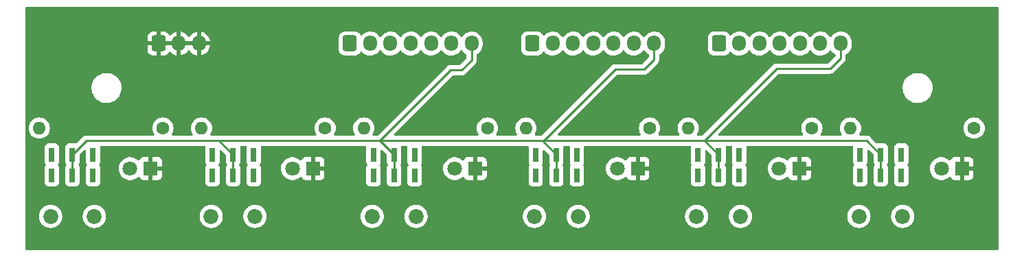
<source format=gbr>
%TF.GenerationSoftware,KiCad,Pcbnew,7.0.8*%
%TF.CreationDate,2024-02-11T23:31:07+01:00*%
%TF.ProjectId,BlankingRelay_Top2,426c616e-6b69-46e6-9752-656c61795f54,rev?*%
%TF.SameCoordinates,Original*%
%TF.FileFunction,Copper,L2,Bot*%
%TF.FilePolarity,Positive*%
%FSLAX46Y46*%
G04 Gerber Fmt 4.6, Leading zero omitted, Abs format (unit mm)*
G04 Created by KiCad (PCBNEW 7.0.8) date 2024-02-11 23:31:07*
%MOMM*%
%LPD*%
G01*
G04 APERTURE LIST*
G04 Aperture macros list*
%AMRoundRect*
0 Rectangle with rounded corners*
0 $1 Rounding radius*
0 $2 $3 $4 $5 $6 $7 $8 $9 X,Y pos of 4 corners*
0 Add a 4 corners polygon primitive as box body*
4,1,4,$2,$3,$4,$5,$6,$7,$8,$9,$2,$3,0*
0 Add four circle primitives for the rounded corners*
1,1,$1+$1,$2,$3*
1,1,$1+$1,$4,$5*
1,1,$1+$1,$6,$7*
1,1,$1+$1,$8,$9*
0 Add four rect primitives between the rounded corners*
20,1,$1+$1,$2,$3,$4,$5,0*
20,1,$1+$1,$4,$5,$6,$7,0*
20,1,$1+$1,$6,$7,$8,$9,0*
20,1,$1+$1,$8,$9,$2,$3,0*%
G04 Aperture macros list end*
%TA.AperFunction,ComponentPad*%
%ADD10RoundRect,0.250000X-0.600000X-0.725000X0.600000X-0.725000X0.600000X0.725000X-0.600000X0.725000X0*%
%TD*%
%TA.AperFunction,ComponentPad*%
%ADD11O,1.700000X1.950000*%
%TD*%
%TA.AperFunction,ComponentPad*%
%ADD12C,1.850000*%
%TD*%
%TA.AperFunction,ComponentPad*%
%ADD13R,0.750000X1.750000*%
%TD*%
%TA.AperFunction,ComponentPad*%
%ADD14O,1.600000X1.600000*%
%TD*%
%TA.AperFunction,ComponentPad*%
%ADD15C,1.600000*%
%TD*%
%TA.AperFunction,ComponentPad*%
%ADD16R,1.800000X1.800000*%
%TD*%
%TA.AperFunction,ComponentPad*%
%ADD17C,1.800000*%
%TD*%
%TA.AperFunction,Conductor*%
%ADD18C,0.250000*%
%TD*%
G04 APERTURE END LIST*
D10*
%TO.P,J2,1,Pin_1*%
%TO.N,GNDREF*%
X66400000Y-54500000D03*
D11*
%TO.P,J2,2,Pin_2*%
X68900000Y-54500000D03*
%TO.P,J2,3,Pin_3*%
X71400000Y-54500000D03*
%TD*%
D12*
%TO.P,Switch6,*%
%TO.N,*%
X158150000Y-75850000D03*
X152750000Y-75850000D03*
D13*
%TO.P,Switch6,6,C*%
%TO.N,unconnected-(Switch6-C-Pad6)*%
X157990000Y-70770000D03*
%TO.P,Switch6,5,B*%
%TO.N,5V*%
X155450000Y-70770000D03*
%TO.P,Switch6,4,A*%
%TO.N,Net-(R6-Pad1)*%
X152910000Y-70770000D03*
%TO.P,Switch6,3,C*%
%TO.N,unconnected-(Switch6-C-Pad3)*%
X157990000Y-68230000D03*
%TO.P,Switch6,2,B*%
%TO.N,5V*%
X155450000Y-68230000D03*
%TO.P,Switch6,1,A*%
%TO.N,On_6*%
X152910000Y-68230000D03*
%TD*%
D12*
%TO.P,Switch5,*%
%TO.N,*%
X138150000Y-75850000D03*
X132750000Y-75850000D03*
D13*
%TO.P,Switch5,6,C*%
%TO.N,unconnected-(Switch5-C-Pad6)*%
X137990000Y-70770000D03*
%TO.P,Switch5,5,B*%
%TO.N,5V*%
X135450000Y-70770000D03*
%TO.P,Switch5,4,A*%
%TO.N,Net-(R5-Pad1)*%
X132910000Y-70770000D03*
%TO.P,Switch5,3,C*%
%TO.N,unconnected-(Switch5-C-Pad3)*%
X137990000Y-68230000D03*
%TO.P,Switch5,2,B*%
%TO.N,5V*%
X135450000Y-68230000D03*
%TO.P,Switch5,1,A*%
%TO.N,On_5*%
X132910000Y-68230000D03*
%TD*%
D12*
%TO.P,Switch4,*%
%TO.N,*%
X118150000Y-75850000D03*
X112750000Y-75850000D03*
D13*
%TO.P,Switch4,6,C*%
%TO.N,unconnected-(Switch4-C-Pad6)*%
X117990000Y-70770000D03*
%TO.P,Switch4,5,B*%
%TO.N,5V*%
X115450000Y-70770000D03*
%TO.P,Switch4,4,A*%
%TO.N,Net-(R4-Pad1)*%
X112910000Y-70770000D03*
%TO.P,Switch4,3,C*%
%TO.N,unconnected-(Switch4-C-Pad3)*%
X117990000Y-68230000D03*
%TO.P,Switch4,2,B*%
%TO.N,5V*%
X115450000Y-68230000D03*
%TO.P,Switch4,1,A*%
%TO.N,On_4*%
X112910000Y-68230000D03*
%TD*%
%TO.P,Switch3,1,A*%
%TO.N,On_3*%
X92910000Y-68230000D03*
%TO.P,Switch3,2,B*%
%TO.N,5V*%
X95450000Y-68230000D03*
%TO.P,Switch3,3,C*%
%TO.N,unconnected-(Switch3-C-Pad3)*%
X97990000Y-68230000D03*
%TO.P,Switch3,4,A*%
%TO.N,Net-(R3-Pad1)*%
X92910000Y-70770000D03*
%TO.P,Switch3,5,B*%
%TO.N,5V*%
X95450000Y-70770000D03*
%TO.P,Switch3,6,C*%
%TO.N,unconnected-(Switch3-C-Pad6)*%
X97990000Y-70770000D03*
D12*
%TO.P,Switch3,*%
%TO.N,*%
X92750000Y-75850000D03*
X98150000Y-75850000D03*
%TD*%
%TO.P,Switch2,*%
%TO.N,*%
X78300000Y-75850000D03*
X72900000Y-75850000D03*
D13*
%TO.P,Switch2,6,C*%
%TO.N,unconnected-(Switch2-C-Pad6)*%
X78140000Y-70770000D03*
%TO.P,Switch2,5,B*%
%TO.N,5V*%
X75600000Y-70770000D03*
%TO.P,Switch2,4,A*%
%TO.N,Net-(R2-Pad1)*%
X73060000Y-70770000D03*
%TO.P,Switch2,3,C*%
%TO.N,unconnected-(Switch2-C-Pad3)*%
X78140000Y-68230000D03*
%TO.P,Switch2,2,B*%
%TO.N,5V*%
X75600000Y-68230000D03*
%TO.P,Switch2,1,A*%
%TO.N,On_2*%
X73060000Y-68230000D03*
%TD*%
%TO.P,Switch1,1,A*%
%TO.N,On_1*%
X53260000Y-68230000D03*
%TO.P,Switch1,2,B*%
%TO.N,5V*%
X55800000Y-68230000D03*
%TO.P,Switch1,3,C*%
%TO.N,unconnected-(Switch1-C-Pad3)*%
X58340000Y-68230000D03*
%TO.P,Switch1,4,A*%
%TO.N,Net-(R1-Pad1)*%
X53260000Y-70770000D03*
%TO.P,Switch1,5,B*%
%TO.N,5V*%
X55800000Y-70770000D03*
%TO.P,Switch1,6,C*%
%TO.N,unconnected-(Switch1-C-Pad6)*%
X58340000Y-70770000D03*
D12*
%TO.P,Switch1,*%
%TO.N,*%
X53100000Y-75850000D03*
X58500000Y-75850000D03*
%TD*%
D14*
%TO.P,R6,2*%
%TO.N,Net-(D6-A)*%
X151710000Y-64950000D03*
D15*
%TO.P,R6,1*%
%TO.N,Net-(R6-Pad1)*%
X166950000Y-64950000D03*
%TD*%
%TO.P,R5,1*%
%TO.N,Net-(R5-Pad1)*%
X146950000Y-64950000D03*
D14*
%TO.P,R5,2*%
%TO.N,Net-(D5-A)*%
X131710000Y-64950000D03*
%TD*%
D15*
%TO.P,R4,1*%
%TO.N,Net-(R4-Pad1)*%
X126950000Y-64950000D03*
D14*
%TO.P,R4,2*%
%TO.N,Net-(D4-A)*%
X111710000Y-64950000D03*
%TD*%
D15*
%TO.P,R3,1*%
%TO.N,Net-(R3-Pad1)*%
X106950000Y-64950000D03*
D14*
%TO.P,R3,2*%
%TO.N,Net-(D3-A)*%
X91710000Y-64950000D03*
%TD*%
D15*
%TO.P,R2,1*%
%TO.N,Net-(R2-Pad1)*%
X86950000Y-64950000D03*
D14*
%TO.P,R2,2*%
%TO.N,Net-(D2-A)*%
X71710000Y-64950000D03*
%TD*%
D15*
%TO.P,R1,1*%
%TO.N,Net-(R1-Pad1)*%
X66950000Y-64950000D03*
D14*
%TO.P,R1,2*%
%TO.N,Net-(D1-A)*%
X51710000Y-64950000D03*
%TD*%
D16*
%TO.P,D5,1,K*%
%TO.N,GNDREF*%
X145450000Y-69950000D03*
D17*
%TO.P,D5,2,A*%
%TO.N,Net-(D5-A)*%
X142910000Y-69950000D03*
%TD*%
D16*
%TO.P,D3,1,K*%
%TO.N,GNDREF*%
X105450000Y-69950000D03*
D17*
%TO.P,D3,2,A*%
%TO.N,Net-(D3-A)*%
X102910000Y-69950000D03*
%TD*%
%TO.P,D2,2,A*%
%TO.N,Net-(D2-A)*%
X82910000Y-69950000D03*
D16*
%TO.P,D2,1,K*%
%TO.N,GNDREF*%
X85450000Y-69950000D03*
%TD*%
%TO.P,D6,1,K*%
%TO.N,GNDREF*%
X165450000Y-69950000D03*
D17*
%TO.P,D6,2,A*%
%TO.N,Net-(D6-A)*%
X162910000Y-69950000D03*
%TD*%
%TO.P,D4,2,A*%
%TO.N,Net-(D4-A)*%
X122960000Y-69950000D03*
D16*
%TO.P,D4,1,K*%
%TO.N,GNDREF*%
X125500000Y-69950000D03*
%TD*%
%TO.P,D1,1,K*%
%TO.N,GNDREF*%
X65450000Y-69950000D03*
D17*
%TO.P,D1,2,A*%
%TO.N,Net-(D1-A)*%
X62910000Y-69950000D03*
%TD*%
D10*
%TO.P,J10,1,Pin_1*%
%TO.N,On_1*%
X135500000Y-54500000D03*
D11*
%TO.P,J10,2,Pin_2*%
%TO.N,On_2*%
X138000000Y-54500000D03*
%TO.P,J10,3,Pin_3*%
%TO.N,On_3*%
X140500000Y-54500000D03*
%TO.P,J10,4,Pin_4*%
%TO.N,On_4*%
X143000000Y-54500000D03*
%TO.P,J10,5,Pin_5*%
%TO.N,On_5*%
X145500000Y-54500000D03*
%TO.P,J10,6,Pin_6*%
%TO.N,On_6*%
X148000000Y-54500000D03*
%TO.P,J10,7,Pin_7*%
%TO.N,5V*%
X150500000Y-54500000D03*
%TD*%
D10*
%TO.P,J9,1,Pin_1*%
%TO.N,On_1*%
X112500000Y-54500000D03*
D11*
%TO.P,J9,2,Pin_2*%
%TO.N,On_2*%
X115000000Y-54500000D03*
%TO.P,J9,3,Pin_3*%
%TO.N,On_3*%
X117500000Y-54500000D03*
%TO.P,J9,4,Pin_4*%
%TO.N,On_4*%
X120000000Y-54500000D03*
%TO.P,J9,5,Pin_5*%
%TO.N,On_5*%
X122500000Y-54500000D03*
%TO.P,J9,6,Pin_6*%
%TO.N,On_6*%
X125000000Y-54500000D03*
%TO.P,J9,7,Pin_7*%
%TO.N,5V*%
X127500000Y-54500000D03*
%TD*%
D10*
%TO.P,J8,1,Pin_1*%
%TO.N,On_1*%
X90000000Y-54500000D03*
D11*
%TO.P,J8,2,Pin_2*%
%TO.N,On_2*%
X92500000Y-54500000D03*
%TO.P,J8,3,Pin_3*%
%TO.N,On_3*%
X95000000Y-54500000D03*
%TO.P,J8,4,Pin_4*%
%TO.N,On_4*%
X97500000Y-54500000D03*
%TO.P,J8,5,Pin_5*%
%TO.N,On_5*%
X100000000Y-54500000D03*
%TO.P,J8,6,Pin_6*%
%TO.N,On_6*%
X102500000Y-54500000D03*
%TO.P,J8,7,Pin_7*%
%TO.N,5V*%
X105000000Y-54500000D03*
%TD*%
D18*
%TO.N,5V*%
X150500000Y-54500000D02*
X150500000Y-56300000D01*
X150500000Y-56300000D02*
X149200000Y-57600000D01*
X142600000Y-57600000D02*
X149200000Y-57600000D01*
X133720000Y-66480000D02*
X142600000Y-57600000D01*
X133720000Y-66500000D02*
X133720000Y-66480000D01*
X122700000Y-57700000D02*
X126300000Y-57700000D01*
X113900000Y-66500000D02*
X122700000Y-57700000D01*
X113900000Y-66500000D02*
X133300000Y-66500000D01*
X126300000Y-57700000D02*
X127500000Y-56500000D01*
X113000000Y-66500000D02*
X113900000Y-66500000D01*
X127500000Y-56500000D02*
X127500000Y-54500000D01*
X105000000Y-56600000D02*
X105000000Y-54500000D01*
X103800000Y-57800000D02*
X105000000Y-56600000D01*
X102420000Y-57800000D02*
X103800000Y-57800000D01*
X93720000Y-66500000D02*
X102420000Y-57800000D01*
X73870000Y-66500000D02*
X73900000Y-66500000D01*
X155450000Y-68230000D02*
X155450000Y-70770000D01*
X133300000Y-66500000D02*
X153720000Y-66500000D01*
X133300000Y-66500000D02*
X133720000Y-66500000D01*
X153720000Y-66500000D02*
X155450000Y-68230000D01*
X135450000Y-68230000D02*
X135450000Y-70770000D01*
X133720000Y-66500000D02*
X135450000Y-68230000D01*
X113000000Y-66500000D02*
X113720000Y-66500000D01*
X93100000Y-66500000D02*
X113000000Y-66500000D01*
X115450000Y-68230000D02*
X115450000Y-70770000D01*
X95450000Y-68230000D02*
X95450000Y-70770000D01*
X93100000Y-66500000D02*
X93720000Y-66500000D01*
X113720000Y-66500000D02*
X115450000Y-68230000D01*
X73870000Y-66500000D02*
X93100000Y-66500000D01*
X93720000Y-66500000D02*
X95450000Y-68230000D01*
X75600000Y-68230000D02*
X75600000Y-70770000D01*
X73870000Y-66500000D02*
X75600000Y-68230000D01*
X57530000Y-66500000D02*
X73870000Y-66500000D01*
X55800000Y-68230000D02*
X57530000Y-66500000D01*
X55800000Y-68230000D02*
X55800000Y-70770000D01*
%TD*%
%TA.AperFunction,Conductor*%
%TO.N,GNDREF*%
G36*
X68463481Y-54300649D02*
G01*
X68425000Y-54431705D01*
X68425000Y-54568295D01*
X68463481Y-54699351D01*
X68498602Y-54754000D01*
X66801398Y-54754000D01*
X66836519Y-54699351D01*
X66875000Y-54568295D01*
X66875000Y-54431705D01*
X66836519Y-54300649D01*
X66801398Y-54246000D01*
X68498602Y-54246000D01*
X68463481Y-54300649D01*
G37*
%TD.AperFunction*%
%TA.AperFunction,Conductor*%
G36*
X70963481Y-54300649D02*
G01*
X70925000Y-54431705D01*
X70925000Y-54568295D01*
X70963481Y-54699351D01*
X70998602Y-54754000D01*
X69301398Y-54754000D01*
X69336519Y-54699351D01*
X69375000Y-54568295D01*
X69375000Y-54431705D01*
X69336519Y-54300649D01*
X69301398Y-54246000D01*
X70998602Y-54246000D01*
X70963481Y-54300649D01*
G37*
%TD.AperFunction*%
%TA.AperFunction,Conductor*%
G36*
X169941621Y-50020502D02*
G01*
X169988114Y-50074158D01*
X169999500Y-50126500D01*
X169999500Y-79873500D01*
X169979498Y-79941621D01*
X169925842Y-79988114D01*
X169873500Y-79999500D01*
X50126500Y-79999500D01*
X50058379Y-79979498D01*
X50011886Y-79925842D01*
X50000500Y-79873500D01*
X50000500Y-75849999D01*
X51661587Y-75849999D01*
X51666285Y-75906697D01*
X51666500Y-75911902D01*
X51666500Y-75968782D01*
X51675863Y-76024901D01*
X51676506Y-76030066D01*
X51681204Y-76086751D01*
X51681205Y-76086760D01*
X51695170Y-76141909D01*
X51696238Y-76147004D01*
X51702235Y-76182937D01*
X51705602Y-76203110D01*
X51705602Y-76203112D01*
X51705603Y-76203113D01*
X51724074Y-76256918D01*
X51725560Y-76261910D01*
X51739524Y-76317053D01*
X51739525Y-76317057D01*
X51762376Y-76369149D01*
X51764269Y-76374002D01*
X51782740Y-76427803D01*
X51782742Y-76427808D01*
X51809814Y-76477833D01*
X51812101Y-76482511D01*
X51834954Y-76534609D01*
X51834955Y-76534610D01*
X51834958Y-76534616D01*
X51847579Y-76553933D01*
X51866075Y-76582245D01*
X51868725Y-76586692D01*
X51887642Y-76621647D01*
X51895806Y-76636732D01*
X51895814Y-76636745D01*
X51918359Y-76665710D01*
X51930750Y-76681630D01*
X51933765Y-76685853D01*
X51964890Y-76733492D01*
X52003423Y-76775350D01*
X52006778Y-76779312D01*
X52041724Y-76824211D01*
X52041728Y-76824215D01*
X52083576Y-76862737D01*
X52087261Y-76866422D01*
X52125784Y-76908271D01*
X52125788Y-76908274D01*
X52125789Y-76908275D01*
X52170689Y-76943222D01*
X52174650Y-76946577D01*
X52216508Y-76985110D01*
X52264145Y-77016233D01*
X52268361Y-77019243D01*
X52313263Y-77054191D01*
X52363299Y-77081269D01*
X52367765Y-77083931D01*
X52415391Y-77115046D01*
X52415399Y-77115049D01*
X52415400Y-77115050D01*
X52467476Y-77137893D01*
X52472156Y-77140180D01*
X52522186Y-77167255D01*
X52522189Y-77167256D01*
X52522196Y-77167260D01*
X52545130Y-77175133D01*
X52575998Y-77185730D01*
X52580852Y-77187624D01*
X52602275Y-77197021D01*
X52632948Y-77210476D01*
X52688107Y-77224443D01*
X52693071Y-77225921D01*
X52746890Y-77244398D01*
X52803025Y-77253765D01*
X52808087Y-77254827D01*
X52863245Y-77268795D01*
X52919962Y-77273493D01*
X52925084Y-77274132D01*
X52981217Y-77283500D01*
X52981219Y-77283500D01*
X53218781Y-77283500D01*
X53218783Y-77283500D01*
X53274917Y-77274131D01*
X53280033Y-77273494D01*
X53336755Y-77268795D01*
X53391910Y-77254827D01*
X53396993Y-77253762D01*
X53397655Y-77253651D01*
X53453110Y-77244398D01*
X53506942Y-77225916D01*
X53511888Y-77224444D01*
X53567052Y-77210476D01*
X53619168Y-77187613D01*
X53623975Y-77185738D01*
X53677804Y-77167260D01*
X53727840Y-77140180D01*
X53732513Y-77137897D01*
X53734895Y-77136851D01*
X53784609Y-77115046D01*
X53832234Y-77083931D01*
X53836710Y-77081264D01*
X53886737Y-77054191D01*
X53931642Y-77019239D01*
X53935838Y-77016242D01*
X53983492Y-76985110D01*
X54025356Y-76946570D01*
X54029312Y-76943219D01*
X54074211Y-76908275D01*
X54112754Y-76866404D01*
X54116404Y-76862754D01*
X54158275Y-76824211D01*
X54193219Y-76779312D01*
X54196570Y-76775356D01*
X54235110Y-76733492D01*
X54266242Y-76685838D01*
X54269239Y-76681642D01*
X54304191Y-76636737D01*
X54331267Y-76586705D01*
X54333931Y-76582234D01*
X54336227Y-76578718D01*
X54365046Y-76534609D01*
X54387898Y-76482511D01*
X54390185Y-76477833D01*
X54417260Y-76427804D01*
X54435738Y-76373975D01*
X54437613Y-76369168D01*
X54460476Y-76317052D01*
X54474444Y-76261888D01*
X54475916Y-76256942D01*
X54494398Y-76203110D01*
X54503762Y-76146993D01*
X54504828Y-76141909D01*
X54518795Y-76086755D01*
X54523493Y-76030046D01*
X54524137Y-76024893D01*
X54525770Y-76015100D01*
X54533500Y-75968783D01*
X54533500Y-75911902D01*
X54533715Y-75906697D01*
X54533940Y-75903970D01*
X54538413Y-75850000D01*
X54538413Y-75849999D01*
X57061587Y-75849999D01*
X57066285Y-75906697D01*
X57066500Y-75911902D01*
X57066500Y-75968782D01*
X57075863Y-76024901D01*
X57076506Y-76030066D01*
X57081204Y-76086751D01*
X57081205Y-76086760D01*
X57095170Y-76141909D01*
X57096238Y-76147004D01*
X57102235Y-76182937D01*
X57105602Y-76203110D01*
X57105602Y-76203112D01*
X57105603Y-76203113D01*
X57124074Y-76256918D01*
X57125560Y-76261910D01*
X57139524Y-76317053D01*
X57139525Y-76317057D01*
X57162376Y-76369149D01*
X57164269Y-76374002D01*
X57182740Y-76427803D01*
X57182742Y-76427808D01*
X57209814Y-76477833D01*
X57212101Y-76482511D01*
X57234954Y-76534609D01*
X57234955Y-76534610D01*
X57234958Y-76534616D01*
X57247579Y-76553933D01*
X57266075Y-76582245D01*
X57268725Y-76586692D01*
X57287642Y-76621647D01*
X57295806Y-76636732D01*
X57295814Y-76636745D01*
X57318359Y-76665710D01*
X57330750Y-76681630D01*
X57333765Y-76685853D01*
X57364890Y-76733492D01*
X57403423Y-76775350D01*
X57406778Y-76779312D01*
X57441724Y-76824211D01*
X57441728Y-76824215D01*
X57483576Y-76862737D01*
X57487261Y-76866422D01*
X57525784Y-76908271D01*
X57525788Y-76908274D01*
X57525789Y-76908275D01*
X57570689Y-76943222D01*
X57574650Y-76946577D01*
X57616508Y-76985110D01*
X57664145Y-77016233D01*
X57668361Y-77019243D01*
X57713263Y-77054191D01*
X57763299Y-77081269D01*
X57767765Y-77083931D01*
X57815391Y-77115046D01*
X57815399Y-77115049D01*
X57815400Y-77115050D01*
X57867476Y-77137893D01*
X57872156Y-77140180D01*
X57922186Y-77167255D01*
X57922189Y-77167256D01*
X57922196Y-77167260D01*
X57945130Y-77175133D01*
X57975998Y-77185730D01*
X57980852Y-77187624D01*
X58002275Y-77197021D01*
X58032948Y-77210476D01*
X58088107Y-77224443D01*
X58093071Y-77225921D01*
X58146890Y-77244398D01*
X58203025Y-77253765D01*
X58208087Y-77254827D01*
X58263245Y-77268795D01*
X58319962Y-77273493D01*
X58325084Y-77274132D01*
X58381217Y-77283500D01*
X58381219Y-77283500D01*
X58618781Y-77283500D01*
X58618783Y-77283500D01*
X58674917Y-77274131D01*
X58680033Y-77273494D01*
X58736755Y-77268795D01*
X58791910Y-77254827D01*
X58796993Y-77253762D01*
X58797655Y-77253651D01*
X58853110Y-77244398D01*
X58906942Y-77225916D01*
X58911888Y-77224444D01*
X58967052Y-77210476D01*
X59019168Y-77187613D01*
X59023975Y-77185738D01*
X59077804Y-77167260D01*
X59127840Y-77140180D01*
X59132513Y-77137897D01*
X59134895Y-77136851D01*
X59184609Y-77115046D01*
X59232234Y-77083931D01*
X59236710Y-77081264D01*
X59286737Y-77054191D01*
X59331642Y-77019239D01*
X59335838Y-77016242D01*
X59383492Y-76985110D01*
X59425356Y-76946570D01*
X59429312Y-76943219D01*
X59474211Y-76908275D01*
X59512754Y-76866404D01*
X59516404Y-76862754D01*
X59558275Y-76824211D01*
X59593219Y-76779312D01*
X59596570Y-76775356D01*
X59635110Y-76733492D01*
X59666242Y-76685838D01*
X59669239Y-76681642D01*
X59704191Y-76636737D01*
X59731267Y-76586705D01*
X59733931Y-76582234D01*
X59736227Y-76578718D01*
X59765046Y-76534609D01*
X59787898Y-76482511D01*
X59790185Y-76477833D01*
X59817260Y-76427804D01*
X59835738Y-76373975D01*
X59837613Y-76369168D01*
X59860476Y-76317052D01*
X59874444Y-76261888D01*
X59875916Y-76256942D01*
X59894398Y-76203110D01*
X59903762Y-76146993D01*
X59904828Y-76141909D01*
X59918795Y-76086755D01*
X59923493Y-76030046D01*
X59924137Y-76024893D01*
X59925770Y-76015100D01*
X59933500Y-75968783D01*
X59933500Y-75911902D01*
X59933715Y-75906697D01*
X59933940Y-75903970D01*
X59938413Y-75850000D01*
X59938413Y-75849999D01*
X71461587Y-75849999D01*
X71466285Y-75906697D01*
X71466500Y-75911902D01*
X71466500Y-75968782D01*
X71475863Y-76024901D01*
X71476506Y-76030066D01*
X71481204Y-76086751D01*
X71481205Y-76086760D01*
X71495170Y-76141909D01*
X71496238Y-76147004D01*
X71502235Y-76182937D01*
X71505602Y-76203110D01*
X71505602Y-76203112D01*
X71505603Y-76203113D01*
X71524074Y-76256918D01*
X71525560Y-76261910D01*
X71539524Y-76317053D01*
X71539525Y-76317057D01*
X71562376Y-76369149D01*
X71564269Y-76374002D01*
X71582740Y-76427803D01*
X71582742Y-76427808D01*
X71609814Y-76477833D01*
X71612101Y-76482511D01*
X71634954Y-76534609D01*
X71634955Y-76534610D01*
X71634958Y-76534616D01*
X71647579Y-76553933D01*
X71666075Y-76582245D01*
X71668725Y-76586692D01*
X71687642Y-76621647D01*
X71695806Y-76636732D01*
X71695814Y-76636745D01*
X71718359Y-76665710D01*
X71730750Y-76681630D01*
X71733765Y-76685853D01*
X71764890Y-76733492D01*
X71803423Y-76775350D01*
X71806778Y-76779312D01*
X71841724Y-76824211D01*
X71841728Y-76824215D01*
X71883576Y-76862737D01*
X71887261Y-76866422D01*
X71925784Y-76908271D01*
X71925788Y-76908274D01*
X71925789Y-76908275D01*
X71970689Y-76943222D01*
X71974650Y-76946577D01*
X72016508Y-76985110D01*
X72064145Y-77016233D01*
X72068361Y-77019243D01*
X72113263Y-77054191D01*
X72163299Y-77081269D01*
X72167765Y-77083931D01*
X72215391Y-77115046D01*
X72215399Y-77115049D01*
X72215400Y-77115050D01*
X72267476Y-77137893D01*
X72272156Y-77140180D01*
X72322186Y-77167255D01*
X72322189Y-77167256D01*
X72322196Y-77167260D01*
X72345130Y-77175133D01*
X72375998Y-77185730D01*
X72380852Y-77187624D01*
X72402275Y-77197021D01*
X72432948Y-77210476D01*
X72488107Y-77224443D01*
X72493071Y-77225921D01*
X72546890Y-77244398D01*
X72603025Y-77253765D01*
X72608087Y-77254827D01*
X72663245Y-77268795D01*
X72719962Y-77273493D01*
X72725084Y-77274132D01*
X72781217Y-77283500D01*
X72781219Y-77283500D01*
X73018781Y-77283500D01*
X73018783Y-77283500D01*
X73074917Y-77274131D01*
X73080033Y-77273494D01*
X73136755Y-77268795D01*
X73191910Y-77254827D01*
X73196993Y-77253762D01*
X73197655Y-77253651D01*
X73253110Y-77244398D01*
X73306942Y-77225916D01*
X73311888Y-77224444D01*
X73367052Y-77210476D01*
X73419168Y-77187613D01*
X73423975Y-77185738D01*
X73477804Y-77167260D01*
X73527840Y-77140180D01*
X73532513Y-77137897D01*
X73534895Y-77136851D01*
X73584609Y-77115046D01*
X73632234Y-77083931D01*
X73636710Y-77081264D01*
X73686737Y-77054191D01*
X73731642Y-77019239D01*
X73735838Y-77016242D01*
X73783492Y-76985110D01*
X73825356Y-76946570D01*
X73829312Y-76943219D01*
X73874211Y-76908275D01*
X73912754Y-76866404D01*
X73916404Y-76862754D01*
X73958275Y-76824211D01*
X73993219Y-76779312D01*
X73996570Y-76775356D01*
X74035110Y-76733492D01*
X74066242Y-76685838D01*
X74069239Y-76681642D01*
X74104191Y-76636737D01*
X74131267Y-76586705D01*
X74133931Y-76582234D01*
X74136227Y-76578718D01*
X74165046Y-76534609D01*
X74187898Y-76482511D01*
X74190185Y-76477833D01*
X74217260Y-76427804D01*
X74235738Y-76373975D01*
X74237613Y-76369168D01*
X74260476Y-76317052D01*
X74274444Y-76261888D01*
X74275916Y-76256942D01*
X74294398Y-76203110D01*
X74303762Y-76146993D01*
X74304828Y-76141909D01*
X74318795Y-76086755D01*
X74323493Y-76030046D01*
X74324137Y-76024893D01*
X74325770Y-76015100D01*
X74333500Y-75968783D01*
X74333500Y-75911902D01*
X74333715Y-75906697D01*
X74333940Y-75903970D01*
X74338413Y-75850000D01*
X74338413Y-75849999D01*
X76861587Y-75849999D01*
X76866285Y-75906697D01*
X76866500Y-75911902D01*
X76866500Y-75968782D01*
X76875863Y-76024901D01*
X76876506Y-76030066D01*
X76881204Y-76086751D01*
X76881205Y-76086760D01*
X76895170Y-76141909D01*
X76896238Y-76147004D01*
X76902235Y-76182937D01*
X76905602Y-76203110D01*
X76905602Y-76203112D01*
X76905603Y-76203113D01*
X76924074Y-76256918D01*
X76925560Y-76261910D01*
X76939524Y-76317053D01*
X76939525Y-76317057D01*
X76962376Y-76369149D01*
X76964269Y-76374002D01*
X76982740Y-76427803D01*
X76982742Y-76427808D01*
X77009814Y-76477833D01*
X77012101Y-76482511D01*
X77034954Y-76534609D01*
X77034955Y-76534610D01*
X77034958Y-76534616D01*
X77047579Y-76553933D01*
X77066075Y-76582245D01*
X77068725Y-76586692D01*
X77087642Y-76621647D01*
X77095806Y-76636732D01*
X77095814Y-76636745D01*
X77118359Y-76665710D01*
X77130750Y-76681630D01*
X77133765Y-76685853D01*
X77164890Y-76733492D01*
X77203423Y-76775350D01*
X77206778Y-76779312D01*
X77241724Y-76824211D01*
X77241728Y-76824215D01*
X77283576Y-76862737D01*
X77287261Y-76866422D01*
X77325784Y-76908271D01*
X77325788Y-76908274D01*
X77325789Y-76908275D01*
X77370689Y-76943222D01*
X77374650Y-76946577D01*
X77416508Y-76985110D01*
X77464145Y-77016233D01*
X77468361Y-77019243D01*
X77513263Y-77054191D01*
X77563299Y-77081269D01*
X77567765Y-77083931D01*
X77615391Y-77115046D01*
X77615399Y-77115049D01*
X77615400Y-77115050D01*
X77667476Y-77137893D01*
X77672156Y-77140180D01*
X77722186Y-77167255D01*
X77722189Y-77167256D01*
X77722196Y-77167260D01*
X77745130Y-77175133D01*
X77775998Y-77185730D01*
X77780852Y-77187624D01*
X77802275Y-77197021D01*
X77832948Y-77210476D01*
X77888107Y-77224443D01*
X77893071Y-77225921D01*
X77946890Y-77244398D01*
X78003025Y-77253765D01*
X78008087Y-77254827D01*
X78063245Y-77268795D01*
X78119962Y-77273493D01*
X78125084Y-77274132D01*
X78181217Y-77283500D01*
X78181219Y-77283500D01*
X78418781Y-77283500D01*
X78418783Y-77283500D01*
X78474917Y-77274131D01*
X78480033Y-77273494D01*
X78536755Y-77268795D01*
X78591910Y-77254827D01*
X78596993Y-77253762D01*
X78597655Y-77253651D01*
X78653110Y-77244398D01*
X78706942Y-77225916D01*
X78711888Y-77224444D01*
X78767052Y-77210476D01*
X78819168Y-77187613D01*
X78823975Y-77185738D01*
X78877804Y-77167260D01*
X78927840Y-77140180D01*
X78932513Y-77137897D01*
X78934895Y-77136851D01*
X78984609Y-77115046D01*
X79032234Y-77083931D01*
X79036710Y-77081264D01*
X79086737Y-77054191D01*
X79131642Y-77019239D01*
X79135838Y-77016242D01*
X79183492Y-76985110D01*
X79225356Y-76946570D01*
X79229312Y-76943219D01*
X79274211Y-76908275D01*
X79312754Y-76866404D01*
X79316404Y-76862754D01*
X79358275Y-76824211D01*
X79393219Y-76779312D01*
X79396570Y-76775356D01*
X79435110Y-76733492D01*
X79466242Y-76685838D01*
X79469239Y-76681642D01*
X79504191Y-76636737D01*
X79531267Y-76586705D01*
X79533931Y-76582234D01*
X79536227Y-76578718D01*
X79565046Y-76534609D01*
X79587898Y-76482511D01*
X79590185Y-76477833D01*
X79617260Y-76427804D01*
X79635738Y-76373975D01*
X79637613Y-76369168D01*
X79660476Y-76317052D01*
X79674444Y-76261888D01*
X79675916Y-76256942D01*
X79694398Y-76203110D01*
X79703762Y-76146993D01*
X79704828Y-76141909D01*
X79718795Y-76086755D01*
X79723493Y-76030046D01*
X79724137Y-76024893D01*
X79725770Y-76015100D01*
X79733500Y-75968783D01*
X79733500Y-75911902D01*
X79733715Y-75906697D01*
X79733940Y-75903970D01*
X79738413Y-75850000D01*
X79738413Y-75849999D01*
X91311587Y-75849999D01*
X91316285Y-75906697D01*
X91316500Y-75911902D01*
X91316500Y-75968782D01*
X91325863Y-76024901D01*
X91326506Y-76030066D01*
X91331204Y-76086751D01*
X91331205Y-76086760D01*
X91345170Y-76141909D01*
X91346238Y-76147004D01*
X91352235Y-76182937D01*
X91355602Y-76203110D01*
X91355602Y-76203112D01*
X91355603Y-76203113D01*
X91374074Y-76256918D01*
X91375560Y-76261910D01*
X91389524Y-76317053D01*
X91389525Y-76317057D01*
X91412376Y-76369149D01*
X91414269Y-76374002D01*
X91432740Y-76427803D01*
X91432742Y-76427808D01*
X91459814Y-76477833D01*
X91462101Y-76482511D01*
X91484954Y-76534609D01*
X91484955Y-76534610D01*
X91484958Y-76534616D01*
X91497579Y-76553933D01*
X91516075Y-76582245D01*
X91518725Y-76586692D01*
X91537642Y-76621647D01*
X91545806Y-76636732D01*
X91545814Y-76636745D01*
X91568359Y-76665710D01*
X91580750Y-76681630D01*
X91583765Y-76685853D01*
X91614890Y-76733492D01*
X91653423Y-76775350D01*
X91656778Y-76779312D01*
X91691724Y-76824211D01*
X91691728Y-76824215D01*
X91733576Y-76862737D01*
X91737261Y-76866422D01*
X91775784Y-76908271D01*
X91775788Y-76908274D01*
X91775789Y-76908275D01*
X91820689Y-76943222D01*
X91824650Y-76946577D01*
X91866508Y-76985110D01*
X91914145Y-77016233D01*
X91918361Y-77019243D01*
X91963263Y-77054191D01*
X92013299Y-77081269D01*
X92017765Y-77083931D01*
X92065391Y-77115046D01*
X92065399Y-77115049D01*
X92065400Y-77115050D01*
X92117476Y-77137893D01*
X92122156Y-77140180D01*
X92172186Y-77167255D01*
X92172189Y-77167256D01*
X92172196Y-77167260D01*
X92195130Y-77175133D01*
X92225998Y-77185730D01*
X92230852Y-77187624D01*
X92252275Y-77197021D01*
X92282948Y-77210476D01*
X92338107Y-77224443D01*
X92343071Y-77225921D01*
X92396890Y-77244398D01*
X92453025Y-77253765D01*
X92458087Y-77254827D01*
X92513245Y-77268795D01*
X92569962Y-77273493D01*
X92575084Y-77274132D01*
X92631217Y-77283500D01*
X92631219Y-77283500D01*
X92868781Y-77283500D01*
X92868783Y-77283500D01*
X92924917Y-77274131D01*
X92930033Y-77273494D01*
X92986755Y-77268795D01*
X93041910Y-77254827D01*
X93046993Y-77253762D01*
X93047655Y-77253651D01*
X93103110Y-77244398D01*
X93156942Y-77225916D01*
X93161888Y-77224444D01*
X93217052Y-77210476D01*
X93269168Y-77187613D01*
X93273975Y-77185738D01*
X93327804Y-77167260D01*
X93377840Y-77140180D01*
X93382513Y-77137897D01*
X93384895Y-77136851D01*
X93434609Y-77115046D01*
X93482234Y-77083931D01*
X93486710Y-77081264D01*
X93536737Y-77054191D01*
X93581642Y-77019239D01*
X93585838Y-77016242D01*
X93633492Y-76985110D01*
X93675356Y-76946570D01*
X93679312Y-76943219D01*
X93724211Y-76908275D01*
X93762754Y-76866404D01*
X93766404Y-76862754D01*
X93808275Y-76824211D01*
X93843219Y-76779312D01*
X93846570Y-76775356D01*
X93885110Y-76733492D01*
X93916242Y-76685838D01*
X93919239Y-76681642D01*
X93954191Y-76636737D01*
X93981267Y-76586705D01*
X93983931Y-76582234D01*
X93986227Y-76578718D01*
X94015046Y-76534609D01*
X94037898Y-76482511D01*
X94040185Y-76477833D01*
X94067260Y-76427804D01*
X94085738Y-76373975D01*
X94087613Y-76369168D01*
X94110476Y-76317052D01*
X94124444Y-76261888D01*
X94125916Y-76256942D01*
X94144398Y-76203110D01*
X94153762Y-76146993D01*
X94154828Y-76141909D01*
X94168795Y-76086755D01*
X94173493Y-76030046D01*
X94174137Y-76024893D01*
X94175770Y-76015100D01*
X94183500Y-75968783D01*
X94183500Y-75911902D01*
X94183715Y-75906697D01*
X94183940Y-75903970D01*
X94188413Y-75850000D01*
X94188413Y-75849999D01*
X96711587Y-75849999D01*
X96716285Y-75906697D01*
X96716500Y-75911902D01*
X96716500Y-75968782D01*
X96725863Y-76024901D01*
X96726506Y-76030066D01*
X96731204Y-76086751D01*
X96731205Y-76086760D01*
X96745170Y-76141909D01*
X96746238Y-76147004D01*
X96752235Y-76182937D01*
X96755602Y-76203110D01*
X96755602Y-76203112D01*
X96755603Y-76203113D01*
X96774074Y-76256918D01*
X96775560Y-76261910D01*
X96789524Y-76317053D01*
X96789525Y-76317057D01*
X96812376Y-76369149D01*
X96814269Y-76374002D01*
X96832740Y-76427803D01*
X96832742Y-76427808D01*
X96859814Y-76477833D01*
X96862101Y-76482511D01*
X96884954Y-76534609D01*
X96884955Y-76534610D01*
X96884958Y-76534616D01*
X96897579Y-76553933D01*
X96916075Y-76582245D01*
X96918725Y-76586692D01*
X96937642Y-76621647D01*
X96945806Y-76636732D01*
X96945814Y-76636745D01*
X96968359Y-76665710D01*
X96980750Y-76681630D01*
X96983765Y-76685853D01*
X97014890Y-76733492D01*
X97053423Y-76775350D01*
X97056778Y-76779312D01*
X97091724Y-76824211D01*
X97091728Y-76824215D01*
X97133576Y-76862737D01*
X97137261Y-76866422D01*
X97175784Y-76908271D01*
X97175788Y-76908274D01*
X97175789Y-76908275D01*
X97220689Y-76943222D01*
X97224650Y-76946577D01*
X97266508Y-76985110D01*
X97314145Y-77016233D01*
X97318361Y-77019243D01*
X97363263Y-77054191D01*
X97413299Y-77081269D01*
X97417765Y-77083931D01*
X97465391Y-77115046D01*
X97465399Y-77115049D01*
X97465400Y-77115050D01*
X97517476Y-77137893D01*
X97522156Y-77140180D01*
X97572186Y-77167255D01*
X97572189Y-77167256D01*
X97572196Y-77167260D01*
X97595130Y-77175133D01*
X97625998Y-77185730D01*
X97630852Y-77187624D01*
X97652275Y-77197021D01*
X97682948Y-77210476D01*
X97738107Y-77224443D01*
X97743071Y-77225921D01*
X97796890Y-77244398D01*
X97853025Y-77253765D01*
X97858087Y-77254827D01*
X97913245Y-77268795D01*
X97969962Y-77273493D01*
X97975084Y-77274132D01*
X98031217Y-77283500D01*
X98031219Y-77283500D01*
X98268781Y-77283500D01*
X98268783Y-77283500D01*
X98324917Y-77274131D01*
X98330033Y-77273494D01*
X98386755Y-77268795D01*
X98441910Y-77254827D01*
X98446993Y-77253762D01*
X98447655Y-77253651D01*
X98503110Y-77244398D01*
X98556942Y-77225916D01*
X98561888Y-77224444D01*
X98617052Y-77210476D01*
X98669168Y-77187613D01*
X98673975Y-77185738D01*
X98727804Y-77167260D01*
X98777840Y-77140180D01*
X98782513Y-77137897D01*
X98784895Y-77136851D01*
X98834609Y-77115046D01*
X98882234Y-77083931D01*
X98886710Y-77081264D01*
X98936737Y-77054191D01*
X98981642Y-77019239D01*
X98985838Y-77016242D01*
X99033492Y-76985110D01*
X99075356Y-76946570D01*
X99079312Y-76943219D01*
X99124211Y-76908275D01*
X99162754Y-76866404D01*
X99166404Y-76862754D01*
X99208275Y-76824211D01*
X99243219Y-76779312D01*
X99246570Y-76775356D01*
X99285110Y-76733492D01*
X99316242Y-76685838D01*
X99319239Y-76681642D01*
X99354191Y-76636737D01*
X99381267Y-76586705D01*
X99383931Y-76582234D01*
X99386227Y-76578718D01*
X99415046Y-76534609D01*
X99437898Y-76482511D01*
X99440185Y-76477833D01*
X99467260Y-76427804D01*
X99485738Y-76373975D01*
X99487613Y-76369168D01*
X99510476Y-76317052D01*
X99524444Y-76261888D01*
X99525916Y-76256942D01*
X99544398Y-76203110D01*
X99553762Y-76146993D01*
X99554828Y-76141909D01*
X99568795Y-76086755D01*
X99573493Y-76030046D01*
X99574137Y-76024893D01*
X99575770Y-76015100D01*
X99583500Y-75968783D01*
X99583500Y-75911902D01*
X99583715Y-75906697D01*
X99583940Y-75903970D01*
X99588413Y-75850000D01*
X99588413Y-75849999D01*
X111311587Y-75849999D01*
X111316285Y-75906697D01*
X111316500Y-75911902D01*
X111316500Y-75968782D01*
X111325863Y-76024901D01*
X111326506Y-76030066D01*
X111331204Y-76086751D01*
X111331205Y-76086760D01*
X111345170Y-76141909D01*
X111346238Y-76147004D01*
X111352235Y-76182937D01*
X111355602Y-76203110D01*
X111355602Y-76203112D01*
X111355603Y-76203113D01*
X111374074Y-76256918D01*
X111375560Y-76261910D01*
X111389524Y-76317053D01*
X111389525Y-76317057D01*
X111412376Y-76369149D01*
X111414269Y-76374002D01*
X111432740Y-76427803D01*
X111432742Y-76427808D01*
X111459814Y-76477833D01*
X111462101Y-76482511D01*
X111484954Y-76534609D01*
X111484955Y-76534610D01*
X111484958Y-76534616D01*
X111497579Y-76553933D01*
X111516075Y-76582245D01*
X111518725Y-76586692D01*
X111537642Y-76621647D01*
X111545806Y-76636732D01*
X111545814Y-76636745D01*
X111568359Y-76665710D01*
X111580750Y-76681630D01*
X111583765Y-76685853D01*
X111614890Y-76733492D01*
X111653423Y-76775350D01*
X111656778Y-76779312D01*
X111691724Y-76824211D01*
X111691728Y-76824215D01*
X111733576Y-76862737D01*
X111737261Y-76866422D01*
X111775784Y-76908271D01*
X111775788Y-76908274D01*
X111775789Y-76908275D01*
X111820689Y-76943222D01*
X111824650Y-76946577D01*
X111866508Y-76985110D01*
X111914145Y-77016233D01*
X111918361Y-77019243D01*
X111963263Y-77054191D01*
X112013299Y-77081269D01*
X112017765Y-77083931D01*
X112065391Y-77115046D01*
X112065399Y-77115049D01*
X112065400Y-77115050D01*
X112117476Y-77137893D01*
X112122156Y-77140180D01*
X112172186Y-77167255D01*
X112172189Y-77167256D01*
X112172196Y-77167260D01*
X112195130Y-77175133D01*
X112225998Y-77185730D01*
X112230852Y-77187624D01*
X112252275Y-77197021D01*
X112282948Y-77210476D01*
X112338107Y-77224443D01*
X112343071Y-77225921D01*
X112396890Y-77244398D01*
X112453025Y-77253765D01*
X112458087Y-77254827D01*
X112513245Y-77268795D01*
X112569962Y-77273493D01*
X112575084Y-77274132D01*
X112631217Y-77283500D01*
X112631219Y-77283500D01*
X112868781Y-77283500D01*
X112868783Y-77283500D01*
X112924917Y-77274131D01*
X112930033Y-77273494D01*
X112986755Y-77268795D01*
X113041910Y-77254827D01*
X113046993Y-77253762D01*
X113047655Y-77253651D01*
X113103110Y-77244398D01*
X113156942Y-77225916D01*
X113161888Y-77224444D01*
X113217052Y-77210476D01*
X113269168Y-77187613D01*
X113273975Y-77185738D01*
X113327804Y-77167260D01*
X113377840Y-77140180D01*
X113382513Y-77137897D01*
X113384895Y-77136851D01*
X113434609Y-77115046D01*
X113482234Y-77083931D01*
X113486710Y-77081264D01*
X113536737Y-77054191D01*
X113581642Y-77019239D01*
X113585838Y-77016242D01*
X113633492Y-76985110D01*
X113675356Y-76946570D01*
X113679312Y-76943219D01*
X113724211Y-76908275D01*
X113762754Y-76866404D01*
X113766404Y-76862754D01*
X113808275Y-76824211D01*
X113843219Y-76779312D01*
X113846570Y-76775356D01*
X113885110Y-76733492D01*
X113916242Y-76685838D01*
X113919239Y-76681642D01*
X113954191Y-76636737D01*
X113981267Y-76586705D01*
X113983931Y-76582234D01*
X113986227Y-76578718D01*
X114015046Y-76534609D01*
X114037898Y-76482511D01*
X114040185Y-76477833D01*
X114067260Y-76427804D01*
X114085738Y-76373975D01*
X114087613Y-76369168D01*
X114110476Y-76317052D01*
X114124444Y-76261888D01*
X114125916Y-76256942D01*
X114144398Y-76203110D01*
X114153762Y-76146993D01*
X114154828Y-76141909D01*
X114168795Y-76086755D01*
X114173493Y-76030046D01*
X114174137Y-76024893D01*
X114175770Y-76015100D01*
X114183500Y-75968783D01*
X114183500Y-75911902D01*
X114183715Y-75906697D01*
X114183940Y-75903970D01*
X114188413Y-75850000D01*
X114188413Y-75849999D01*
X116711587Y-75849999D01*
X116716285Y-75906697D01*
X116716500Y-75911902D01*
X116716500Y-75968782D01*
X116725863Y-76024901D01*
X116726506Y-76030066D01*
X116731204Y-76086751D01*
X116731205Y-76086760D01*
X116745170Y-76141909D01*
X116746238Y-76147004D01*
X116752235Y-76182937D01*
X116755602Y-76203110D01*
X116755602Y-76203112D01*
X116755603Y-76203113D01*
X116774074Y-76256918D01*
X116775560Y-76261910D01*
X116789524Y-76317053D01*
X116789525Y-76317057D01*
X116812376Y-76369149D01*
X116814269Y-76374002D01*
X116832740Y-76427803D01*
X116832742Y-76427808D01*
X116859814Y-76477833D01*
X116862101Y-76482511D01*
X116884954Y-76534609D01*
X116884955Y-76534610D01*
X116884958Y-76534616D01*
X116897579Y-76553933D01*
X116916075Y-76582245D01*
X116918725Y-76586692D01*
X116937642Y-76621647D01*
X116945806Y-76636732D01*
X116945814Y-76636745D01*
X116968359Y-76665710D01*
X116980750Y-76681630D01*
X116983765Y-76685853D01*
X117014890Y-76733492D01*
X117053423Y-76775350D01*
X117056778Y-76779312D01*
X117091724Y-76824211D01*
X117091728Y-76824215D01*
X117133576Y-76862737D01*
X117137261Y-76866422D01*
X117175784Y-76908271D01*
X117175788Y-76908274D01*
X117175789Y-76908275D01*
X117220689Y-76943222D01*
X117224650Y-76946577D01*
X117266508Y-76985110D01*
X117314145Y-77016233D01*
X117318361Y-77019243D01*
X117363263Y-77054191D01*
X117413299Y-77081269D01*
X117417765Y-77083931D01*
X117465391Y-77115046D01*
X117465399Y-77115049D01*
X117465400Y-77115050D01*
X117517476Y-77137893D01*
X117522156Y-77140180D01*
X117572186Y-77167255D01*
X117572189Y-77167256D01*
X117572196Y-77167260D01*
X117595130Y-77175133D01*
X117625998Y-77185730D01*
X117630852Y-77187624D01*
X117652275Y-77197021D01*
X117682948Y-77210476D01*
X117738107Y-77224443D01*
X117743071Y-77225921D01*
X117796890Y-77244398D01*
X117853025Y-77253765D01*
X117858087Y-77254827D01*
X117913245Y-77268795D01*
X117969962Y-77273493D01*
X117975084Y-77274132D01*
X118031217Y-77283500D01*
X118031219Y-77283500D01*
X118268781Y-77283500D01*
X118268783Y-77283500D01*
X118324917Y-77274131D01*
X118330033Y-77273494D01*
X118386755Y-77268795D01*
X118441910Y-77254827D01*
X118446993Y-77253762D01*
X118447655Y-77253651D01*
X118503110Y-77244398D01*
X118556942Y-77225916D01*
X118561888Y-77224444D01*
X118617052Y-77210476D01*
X118669168Y-77187613D01*
X118673975Y-77185738D01*
X118727804Y-77167260D01*
X118777840Y-77140180D01*
X118782513Y-77137897D01*
X118784895Y-77136851D01*
X118834609Y-77115046D01*
X118882234Y-77083931D01*
X118886710Y-77081264D01*
X118936737Y-77054191D01*
X118981642Y-77019239D01*
X118985838Y-77016242D01*
X119033492Y-76985110D01*
X119075356Y-76946570D01*
X119079312Y-76943219D01*
X119124211Y-76908275D01*
X119162754Y-76866404D01*
X119166404Y-76862754D01*
X119208275Y-76824211D01*
X119243219Y-76779312D01*
X119246570Y-76775356D01*
X119285110Y-76733492D01*
X119316242Y-76685838D01*
X119319239Y-76681642D01*
X119354191Y-76636737D01*
X119381267Y-76586705D01*
X119383931Y-76582234D01*
X119386227Y-76578718D01*
X119415046Y-76534609D01*
X119437898Y-76482511D01*
X119440185Y-76477833D01*
X119467260Y-76427804D01*
X119485738Y-76373975D01*
X119487613Y-76369168D01*
X119510476Y-76317052D01*
X119524444Y-76261888D01*
X119525916Y-76256942D01*
X119544398Y-76203110D01*
X119553762Y-76146993D01*
X119554828Y-76141909D01*
X119568795Y-76086755D01*
X119573493Y-76030046D01*
X119574137Y-76024893D01*
X119575770Y-76015100D01*
X119583500Y-75968783D01*
X119583500Y-75911902D01*
X119583715Y-75906697D01*
X119583940Y-75903970D01*
X119588413Y-75850000D01*
X119588413Y-75849999D01*
X131311587Y-75849999D01*
X131316285Y-75906697D01*
X131316500Y-75911902D01*
X131316500Y-75968782D01*
X131325863Y-76024901D01*
X131326506Y-76030066D01*
X131331204Y-76086751D01*
X131331205Y-76086760D01*
X131345170Y-76141909D01*
X131346238Y-76147004D01*
X131352235Y-76182937D01*
X131355602Y-76203110D01*
X131355602Y-76203112D01*
X131355603Y-76203113D01*
X131374074Y-76256918D01*
X131375560Y-76261910D01*
X131389524Y-76317053D01*
X131389525Y-76317057D01*
X131412376Y-76369149D01*
X131414269Y-76374002D01*
X131432740Y-76427803D01*
X131432742Y-76427808D01*
X131459814Y-76477833D01*
X131462101Y-76482511D01*
X131484954Y-76534609D01*
X131484955Y-76534610D01*
X131484958Y-76534616D01*
X131497579Y-76553933D01*
X131516075Y-76582245D01*
X131518725Y-76586692D01*
X131537642Y-76621647D01*
X131545806Y-76636732D01*
X131545814Y-76636745D01*
X131568359Y-76665710D01*
X131580750Y-76681630D01*
X131583765Y-76685853D01*
X131614890Y-76733492D01*
X131653423Y-76775350D01*
X131656778Y-76779312D01*
X131691724Y-76824211D01*
X131691728Y-76824215D01*
X131733576Y-76862737D01*
X131737261Y-76866422D01*
X131775784Y-76908271D01*
X131775788Y-76908274D01*
X131775789Y-76908275D01*
X131820689Y-76943222D01*
X131824650Y-76946577D01*
X131866508Y-76985110D01*
X131914145Y-77016233D01*
X131918361Y-77019243D01*
X131963263Y-77054191D01*
X132013299Y-77081269D01*
X132017765Y-77083931D01*
X132065391Y-77115046D01*
X132065399Y-77115049D01*
X132065400Y-77115050D01*
X132117476Y-77137893D01*
X132122156Y-77140180D01*
X132172186Y-77167255D01*
X132172189Y-77167256D01*
X132172196Y-77167260D01*
X132195130Y-77175133D01*
X132225998Y-77185730D01*
X132230852Y-77187624D01*
X132252275Y-77197021D01*
X132282948Y-77210476D01*
X132338107Y-77224443D01*
X132343071Y-77225921D01*
X132396890Y-77244398D01*
X132453025Y-77253765D01*
X132458087Y-77254827D01*
X132513245Y-77268795D01*
X132569962Y-77273493D01*
X132575084Y-77274132D01*
X132631217Y-77283500D01*
X132631219Y-77283500D01*
X132868781Y-77283500D01*
X132868783Y-77283500D01*
X132924917Y-77274131D01*
X132930033Y-77273494D01*
X132986755Y-77268795D01*
X133041910Y-77254827D01*
X133046993Y-77253762D01*
X133047655Y-77253651D01*
X133103110Y-77244398D01*
X133156942Y-77225916D01*
X133161888Y-77224444D01*
X133217052Y-77210476D01*
X133269168Y-77187613D01*
X133273975Y-77185738D01*
X133327804Y-77167260D01*
X133377840Y-77140180D01*
X133382513Y-77137897D01*
X133384895Y-77136851D01*
X133434609Y-77115046D01*
X133482234Y-77083931D01*
X133486710Y-77081264D01*
X133536737Y-77054191D01*
X133581642Y-77019239D01*
X133585838Y-77016242D01*
X133633492Y-76985110D01*
X133675356Y-76946570D01*
X133679312Y-76943219D01*
X133724211Y-76908275D01*
X133762754Y-76866404D01*
X133766404Y-76862754D01*
X133808275Y-76824211D01*
X133843219Y-76779312D01*
X133846570Y-76775356D01*
X133885110Y-76733492D01*
X133916242Y-76685838D01*
X133919239Y-76681642D01*
X133954191Y-76636737D01*
X133981267Y-76586705D01*
X133983931Y-76582234D01*
X133986227Y-76578718D01*
X134015046Y-76534609D01*
X134037898Y-76482511D01*
X134040185Y-76477833D01*
X134067260Y-76427804D01*
X134085738Y-76373975D01*
X134087613Y-76369168D01*
X134110476Y-76317052D01*
X134124444Y-76261888D01*
X134125916Y-76256942D01*
X134144398Y-76203110D01*
X134153762Y-76146993D01*
X134154828Y-76141909D01*
X134168795Y-76086755D01*
X134173493Y-76030046D01*
X134174137Y-76024893D01*
X134175770Y-76015100D01*
X134183500Y-75968783D01*
X134183500Y-75911902D01*
X134183715Y-75906697D01*
X134183940Y-75903970D01*
X134188413Y-75850000D01*
X134188413Y-75849999D01*
X136711587Y-75849999D01*
X136716285Y-75906697D01*
X136716500Y-75911902D01*
X136716500Y-75968782D01*
X136725863Y-76024901D01*
X136726506Y-76030066D01*
X136731204Y-76086751D01*
X136731205Y-76086760D01*
X136745170Y-76141909D01*
X136746238Y-76147004D01*
X136752235Y-76182937D01*
X136755602Y-76203110D01*
X136755602Y-76203112D01*
X136755603Y-76203113D01*
X136774074Y-76256918D01*
X136775560Y-76261910D01*
X136789524Y-76317053D01*
X136789525Y-76317057D01*
X136812376Y-76369149D01*
X136814269Y-76374002D01*
X136832740Y-76427803D01*
X136832742Y-76427808D01*
X136859814Y-76477833D01*
X136862101Y-76482511D01*
X136884954Y-76534609D01*
X136884955Y-76534610D01*
X136884958Y-76534616D01*
X136897579Y-76553933D01*
X136916075Y-76582245D01*
X136918725Y-76586692D01*
X136937642Y-76621647D01*
X136945806Y-76636732D01*
X136945814Y-76636745D01*
X136968359Y-76665710D01*
X136980750Y-76681630D01*
X136983765Y-76685853D01*
X137014890Y-76733492D01*
X137053423Y-76775350D01*
X137056778Y-76779312D01*
X137091724Y-76824211D01*
X137091728Y-76824215D01*
X137133576Y-76862737D01*
X137137261Y-76866422D01*
X137175784Y-76908271D01*
X137175788Y-76908274D01*
X137175789Y-76908275D01*
X137220689Y-76943222D01*
X137224650Y-76946577D01*
X137266508Y-76985110D01*
X137314145Y-77016233D01*
X137318361Y-77019243D01*
X137363263Y-77054191D01*
X137413299Y-77081269D01*
X137417765Y-77083931D01*
X137465391Y-77115046D01*
X137465399Y-77115049D01*
X137465400Y-77115050D01*
X137517476Y-77137893D01*
X137522156Y-77140180D01*
X137572186Y-77167255D01*
X137572189Y-77167256D01*
X137572196Y-77167260D01*
X137595130Y-77175133D01*
X137625998Y-77185730D01*
X137630852Y-77187624D01*
X137652275Y-77197021D01*
X137682948Y-77210476D01*
X137738107Y-77224443D01*
X137743071Y-77225921D01*
X137796890Y-77244398D01*
X137853025Y-77253765D01*
X137858087Y-77254827D01*
X137913245Y-77268795D01*
X137969962Y-77273493D01*
X137975084Y-77274132D01*
X138031217Y-77283500D01*
X138031219Y-77283500D01*
X138268781Y-77283500D01*
X138268783Y-77283500D01*
X138324917Y-77274131D01*
X138330033Y-77273494D01*
X138386755Y-77268795D01*
X138441910Y-77254827D01*
X138446993Y-77253762D01*
X138447655Y-77253651D01*
X138503110Y-77244398D01*
X138556942Y-77225916D01*
X138561888Y-77224444D01*
X138617052Y-77210476D01*
X138669168Y-77187613D01*
X138673975Y-77185738D01*
X138727804Y-77167260D01*
X138777840Y-77140180D01*
X138782513Y-77137897D01*
X138784895Y-77136851D01*
X138834609Y-77115046D01*
X138882234Y-77083931D01*
X138886710Y-77081264D01*
X138936737Y-77054191D01*
X138981642Y-77019239D01*
X138985838Y-77016242D01*
X139033492Y-76985110D01*
X139075356Y-76946570D01*
X139079312Y-76943219D01*
X139124211Y-76908275D01*
X139162754Y-76866404D01*
X139166404Y-76862754D01*
X139208275Y-76824211D01*
X139243219Y-76779312D01*
X139246570Y-76775356D01*
X139285110Y-76733492D01*
X139316242Y-76685838D01*
X139319239Y-76681642D01*
X139354191Y-76636737D01*
X139381267Y-76586705D01*
X139383931Y-76582234D01*
X139386227Y-76578718D01*
X139415046Y-76534609D01*
X139437898Y-76482511D01*
X139440185Y-76477833D01*
X139467260Y-76427804D01*
X139485738Y-76373975D01*
X139487613Y-76369168D01*
X139510476Y-76317052D01*
X139524444Y-76261888D01*
X139525916Y-76256942D01*
X139544398Y-76203110D01*
X139553762Y-76146993D01*
X139554828Y-76141909D01*
X139568795Y-76086755D01*
X139573493Y-76030046D01*
X139574137Y-76024893D01*
X139575770Y-76015100D01*
X139583500Y-75968783D01*
X139583500Y-75911902D01*
X139583715Y-75906697D01*
X139583940Y-75903970D01*
X139588413Y-75850000D01*
X139588413Y-75849999D01*
X151311587Y-75849999D01*
X151316285Y-75906697D01*
X151316500Y-75911902D01*
X151316500Y-75968782D01*
X151325863Y-76024901D01*
X151326506Y-76030066D01*
X151331204Y-76086751D01*
X151331205Y-76086760D01*
X151345170Y-76141909D01*
X151346238Y-76147004D01*
X151352235Y-76182937D01*
X151355602Y-76203110D01*
X151355602Y-76203112D01*
X151355603Y-76203113D01*
X151374074Y-76256918D01*
X151375560Y-76261910D01*
X151389524Y-76317053D01*
X151389525Y-76317057D01*
X151412376Y-76369149D01*
X151414269Y-76374002D01*
X151432740Y-76427803D01*
X151432742Y-76427808D01*
X151459814Y-76477833D01*
X151462101Y-76482511D01*
X151484954Y-76534609D01*
X151484955Y-76534610D01*
X151484958Y-76534616D01*
X151497579Y-76553933D01*
X151516075Y-76582245D01*
X151518725Y-76586692D01*
X151537642Y-76621647D01*
X151545806Y-76636732D01*
X151545814Y-76636745D01*
X151568359Y-76665710D01*
X151580750Y-76681630D01*
X151583765Y-76685853D01*
X151614890Y-76733492D01*
X151653423Y-76775350D01*
X151656778Y-76779312D01*
X151691724Y-76824211D01*
X151691728Y-76824215D01*
X151733576Y-76862737D01*
X151737261Y-76866422D01*
X151775784Y-76908271D01*
X151775788Y-76908274D01*
X151775789Y-76908275D01*
X151820689Y-76943222D01*
X151824650Y-76946577D01*
X151866508Y-76985110D01*
X151914145Y-77016233D01*
X151918361Y-77019243D01*
X151963263Y-77054191D01*
X152013299Y-77081269D01*
X152017765Y-77083931D01*
X152065391Y-77115046D01*
X152065399Y-77115049D01*
X152065400Y-77115050D01*
X152117476Y-77137893D01*
X152122156Y-77140180D01*
X152172186Y-77167255D01*
X152172189Y-77167256D01*
X152172196Y-77167260D01*
X152195130Y-77175133D01*
X152225998Y-77185730D01*
X152230852Y-77187624D01*
X152252275Y-77197021D01*
X152282948Y-77210476D01*
X152338107Y-77224443D01*
X152343071Y-77225921D01*
X152396890Y-77244398D01*
X152453025Y-77253765D01*
X152458087Y-77254827D01*
X152513245Y-77268795D01*
X152569962Y-77273493D01*
X152575084Y-77274132D01*
X152631217Y-77283500D01*
X152631219Y-77283500D01*
X152868781Y-77283500D01*
X152868783Y-77283500D01*
X152924917Y-77274131D01*
X152930033Y-77273494D01*
X152986755Y-77268795D01*
X153041910Y-77254827D01*
X153046993Y-77253762D01*
X153047655Y-77253651D01*
X153103110Y-77244398D01*
X153156942Y-77225916D01*
X153161888Y-77224444D01*
X153217052Y-77210476D01*
X153269168Y-77187613D01*
X153273975Y-77185738D01*
X153327804Y-77167260D01*
X153377840Y-77140180D01*
X153382513Y-77137897D01*
X153384895Y-77136851D01*
X153434609Y-77115046D01*
X153482234Y-77083931D01*
X153486710Y-77081264D01*
X153536737Y-77054191D01*
X153581642Y-77019239D01*
X153585838Y-77016242D01*
X153633492Y-76985110D01*
X153675356Y-76946570D01*
X153679312Y-76943219D01*
X153724211Y-76908275D01*
X153762754Y-76866404D01*
X153766404Y-76862754D01*
X153808275Y-76824211D01*
X153843219Y-76779312D01*
X153846570Y-76775356D01*
X153885110Y-76733492D01*
X153916242Y-76685838D01*
X153919239Y-76681642D01*
X153954191Y-76636737D01*
X153981267Y-76586705D01*
X153983931Y-76582234D01*
X153986227Y-76578718D01*
X154015046Y-76534609D01*
X154037898Y-76482511D01*
X154040185Y-76477833D01*
X154067260Y-76427804D01*
X154085738Y-76373975D01*
X154087613Y-76369168D01*
X154110476Y-76317052D01*
X154124444Y-76261888D01*
X154125916Y-76256942D01*
X154144398Y-76203110D01*
X154153762Y-76146993D01*
X154154828Y-76141909D01*
X154168795Y-76086755D01*
X154173493Y-76030046D01*
X154174137Y-76024893D01*
X154175770Y-76015100D01*
X154183500Y-75968783D01*
X154183500Y-75911902D01*
X154183715Y-75906697D01*
X154183940Y-75903970D01*
X154188413Y-75850000D01*
X154188413Y-75849999D01*
X156711587Y-75849999D01*
X156716285Y-75906697D01*
X156716500Y-75911902D01*
X156716500Y-75968782D01*
X156725863Y-76024901D01*
X156726506Y-76030066D01*
X156731204Y-76086751D01*
X156731205Y-76086760D01*
X156745170Y-76141909D01*
X156746238Y-76147004D01*
X156752235Y-76182937D01*
X156755602Y-76203110D01*
X156755602Y-76203112D01*
X156755603Y-76203113D01*
X156774074Y-76256918D01*
X156775560Y-76261910D01*
X156789524Y-76317053D01*
X156789525Y-76317057D01*
X156812376Y-76369149D01*
X156814269Y-76374002D01*
X156832740Y-76427803D01*
X156832742Y-76427808D01*
X156859814Y-76477833D01*
X156862101Y-76482511D01*
X156884954Y-76534609D01*
X156884955Y-76534610D01*
X156884958Y-76534616D01*
X156897579Y-76553933D01*
X156916075Y-76582245D01*
X156918725Y-76586692D01*
X156937642Y-76621647D01*
X156945806Y-76636732D01*
X156945814Y-76636745D01*
X156968359Y-76665710D01*
X156980750Y-76681630D01*
X156983765Y-76685853D01*
X157014890Y-76733492D01*
X157053423Y-76775350D01*
X157056778Y-76779312D01*
X157091724Y-76824211D01*
X157091728Y-76824215D01*
X157133576Y-76862737D01*
X157137261Y-76866422D01*
X157175784Y-76908271D01*
X157175788Y-76908274D01*
X157175789Y-76908275D01*
X157220689Y-76943222D01*
X157224650Y-76946577D01*
X157266508Y-76985110D01*
X157314145Y-77016233D01*
X157318361Y-77019243D01*
X157363263Y-77054191D01*
X157413299Y-77081269D01*
X157417765Y-77083931D01*
X157465391Y-77115046D01*
X157465399Y-77115049D01*
X157465400Y-77115050D01*
X157517476Y-77137893D01*
X157522156Y-77140180D01*
X157572186Y-77167255D01*
X157572189Y-77167256D01*
X157572196Y-77167260D01*
X157595130Y-77175133D01*
X157625998Y-77185730D01*
X157630852Y-77187624D01*
X157652275Y-77197021D01*
X157682948Y-77210476D01*
X157738107Y-77224443D01*
X157743071Y-77225921D01*
X157796890Y-77244398D01*
X157853025Y-77253765D01*
X157858087Y-77254827D01*
X157913245Y-77268795D01*
X157969962Y-77273493D01*
X157975084Y-77274132D01*
X158031217Y-77283500D01*
X158031219Y-77283500D01*
X158268781Y-77283500D01*
X158268783Y-77283500D01*
X158324917Y-77274131D01*
X158330033Y-77273494D01*
X158386755Y-77268795D01*
X158441910Y-77254827D01*
X158446993Y-77253762D01*
X158447655Y-77253651D01*
X158503110Y-77244398D01*
X158556942Y-77225916D01*
X158561888Y-77224444D01*
X158617052Y-77210476D01*
X158669168Y-77187613D01*
X158673975Y-77185738D01*
X158727804Y-77167260D01*
X158777840Y-77140180D01*
X158782513Y-77137897D01*
X158784895Y-77136851D01*
X158834609Y-77115046D01*
X158882234Y-77083931D01*
X158886710Y-77081264D01*
X158936737Y-77054191D01*
X158981642Y-77019239D01*
X158985838Y-77016242D01*
X159033492Y-76985110D01*
X159075356Y-76946570D01*
X159079312Y-76943219D01*
X159124211Y-76908275D01*
X159162754Y-76866404D01*
X159166404Y-76862754D01*
X159208275Y-76824211D01*
X159243219Y-76779312D01*
X159246570Y-76775356D01*
X159285110Y-76733492D01*
X159316242Y-76685838D01*
X159319239Y-76681642D01*
X159354191Y-76636737D01*
X159381267Y-76586705D01*
X159383931Y-76582234D01*
X159386227Y-76578718D01*
X159415046Y-76534609D01*
X159437898Y-76482511D01*
X159440185Y-76477833D01*
X159467260Y-76427804D01*
X159485738Y-76373975D01*
X159487613Y-76369168D01*
X159510476Y-76317052D01*
X159524444Y-76261888D01*
X159525916Y-76256942D01*
X159544398Y-76203110D01*
X159553762Y-76146993D01*
X159554828Y-76141909D01*
X159568795Y-76086755D01*
X159573493Y-76030046D01*
X159574137Y-76024893D01*
X159575770Y-76015100D01*
X159583500Y-75968783D01*
X159583500Y-75911902D01*
X159583715Y-75906697D01*
X159583940Y-75903970D01*
X159588413Y-75850000D01*
X159583715Y-75793301D01*
X159583500Y-75788096D01*
X159583500Y-75731220D01*
X159583500Y-75731217D01*
X159574137Y-75675105D01*
X159573493Y-75669952D01*
X159568795Y-75613245D01*
X159554827Y-75558087D01*
X159553765Y-75553025D01*
X159544398Y-75496890D01*
X159525921Y-75443071D01*
X159524441Y-75438099D01*
X159510476Y-75382948D01*
X159497021Y-75352275D01*
X159487624Y-75330852D01*
X159485730Y-75325998D01*
X159467262Y-75272203D01*
X159467261Y-75272200D01*
X159467260Y-75272196D01*
X159440180Y-75222156D01*
X159437893Y-75217476D01*
X159415050Y-75165400D01*
X159415048Y-75165396D01*
X159415046Y-75165391D01*
X159383931Y-75117765D01*
X159381269Y-75113299D01*
X159354191Y-75063263D01*
X159319243Y-75018361D01*
X159316233Y-75014145D01*
X159285110Y-74966508D01*
X159246577Y-74924650D01*
X159243222Y-74920689D01*
X159208275Y-74875789D01*
X159208273Y-74875787D01*
X159208271Y-74875784D01*
X159166422Y-74837261D01*
X159162737Y-74833576D01*
X159124215Y-74791728D01*
X159124211Y-74791724D01*
X159079312Y-74756778D01*
X159075350Y-74753423D01*
X159033492Y-74714890D01*
X158985853Y-74683765D01*
X158981626Y-74680747D01*
X158965710Y-74668359D01*
X158936745Y-74645814D01*
X158936732Y-74645806D01*
X158921647Y-74637642D01*
X158886692Y-74618725D01*
X158882245Y-74616075D01*
X158853933Y-74597579D01*
X158834616Y-74584958D01*
X158834612Y-74584956D01*
X158834609Y-74584954D01*
X158782511Y-74562101D01*
X158777833Y-74559814D01*
X158727808Y-74532742D01*
X158727806Y-74532741D01*
X158727804Y-74532740D01*
X158713120Y-74527699D01*
X158674002Y-74514269D01*
X158669149Y-74512376D01*
X158617057Y-74489525D01*
X158617053Y-74489524D01*
X158561910Y-74475560D01*
X158556918Y-74474074D01*
X158503113Y-74455603D01*
X158503112Y-74455602D01*
X158503110Y-74455602D01*
X158482937Y-74452235D01*
X158447004Y-74446238D01*
X158441910Y-74445170D01*
X158386756Y-74431205D01*
X158386754Y-74431204D01*
X158330061Y-74426506D01*
X158324894Y-74425862D01*
X158275130Y-74417559D01*
X158268783Y-74416500D01*
X158031217Y-74416500D01*
X158025539Y-74417447D01*
X157975104Y-74425862D01*
X157969938Y-74426506D01*
X157913245Y-74431204D01*
X157913240Y-74431205D01*
X157858093Y-74445169D01*
X157852999Y-74446237D01*
X157796890Y-74455602D01*
X157796886Y-74455603D01*
X157743082Y-74474073D01*
X157738092Y-74475559D01*
X157682946Y-74489524D01*
X157682945Y-74489524D01*
X157641937Y-74507512D01*
X157630851Y-74512376D01*
X157626001Y-74514268D01*
X157572200Y-74532738D01*
X157572195Y-74532740D01*
X157522169Y-74559812D01*
X157517492Y-74562099D01*
X157465396Y-74584950D01*
X157465393Y-74584952D01*
X157417771Y-74616064D01*
X157413300Y-74618728D01*
X157363270Y-74645804D01*
X157363262Y-74645809D01*
X157318373Y-74680747D01*
X157314136Y-74683772D01*
X157266506Y-74714891D01*
X157224657Y-74753414D01*
X157220685Y-74756778D01*
X157175793Y-74791721D01*
X157175787Y-74791726D01*
X157137259Y-74833578D01*
X157133578Y-74837259D01*
X157091726Y-74875787D01*
X157091721Y-74875793D01*
X157056778Y-74920685D01*
X157053414Y-74924657D01*
X157014891Y-74966506D01*
X156983772Y-75014136D01*
X156980747Y-75018373D01*
X156945809Y-75063262D01*
X156945804Y-75063270D01*
X156918728Y-75113300D01*
X156916064Y-75117771D01*
X156884952Y-75165393D01*
X156884950Y-75165396D01*
X156862099Y-75217492D01*
X156859812Y-75222169D01*
X156832740Y-75272195D01*
X156832738Y-75272200D01*
X156814268Y-75326001D01*
X156812375Y-75330854D01*
X156789524Y-75382945D01*
X156789524Y-75382946D01*
X156775559Y-75438092D01*
X156774073Y-75443082D01*
X156755603Y-75496886D01*
X156755602Y-75496890D01*
X156746237Y-75552999D01*
X156745169Y-75558093D01*
X156731207Y-75613234D01*
X156731203Y-75613253D01*
X156726506Y-75669932D01*
X156725863Y-75675097D01*
X156716500Y-75731217D01*
X156716500Y-75788096D01*
X156716285Y-75793301D01*
X156711587Y-75849999D01*
X154188413Y-75849999D01*
X154183715Y-75793301D01*
X154183500Y-75788096D01*
X154183500Y-75731220D01*
X154183500Y-75731217D01*
X154174137Y-75675105D01*
X154173493Y-75669952D01*
X154168795Y-75613245D01*
X154154827Y-75558087D01*
X154153765Y-75553025D01*
X154144398Y-75496890D01*
X154125921Y-75443071D01*
X154124441Y-75438099D01*
X154110476Y-75382948D01*
X154097021Y-75352275D01*
X154087624Y-75330852D01*
X154085730Y-75325998D01*
X154067262Y-75272203D01*
X154067261Y-75272200D01*
X154067260Y-75272196D01*
X154040180Y-75222156D01*
X154037893Y-75217476D01*
X154015050Y-75165400D01*
X154015048Y-75165396D01*
X154015046Y-75165391D01*
X153983931Y-75117765D01*
X153981269Y-75113299D01*
X153954191Y-75063263D01*
X153919243Y-75018361D01*
X153916233Y-75014145D01*
X153885110Y-74966508D01*
X153846577Y-74924650D01*
X153843222Y-74920689D01*
X153808275Y-74875789D01*
X153808273Y-74875787D01*
X153808271Y-74875784D01*
X153766422Y-74837261D01*
X153762737Y-74833576D01*
X153724215Y-74791728D01*
X153724211Y-74791724D01*
X153679312Y-74756778D01*
X153675350Y-74753423D01*
X153633492Y-74714890D01*
X153585853Y-74683765D01*
X153581626Y-74680747D01*
X153565710Y-74668359D01*
X153536745Y-74645814D01*
X153536732Y-74645806D01*
X153521647Y-74637642D01*
X153486692Y-74618725D01*
X153482245Y-74616075D01*
X153453933Y-74597579D01*
X153434616Y-74584958D01*
X153434612Y-74584956D01*
X153434609Y-74584954D01*
X153382511Y-74562101D01*
X153377833Y-74559814D01*
X153327808Y-74532742D01*
X153327806Y-74532741D01*
X153327804Y-74532740D01*
X153313120Y-74527699D01*
X153274002Y-74514269D01*
X153269149Y-74512376D01*
X153217057Y-74489525D01*
X153217053Y-74489524D01*
X153161910Y-74475560D01*
X153156918Y-74474074D01*
X153103113Y-74455603D01*
X153103112Y-74455602D01*
X153103110Y-74455602D01*
X153082937Y-74452235D01*
X153047004Y-74446238D01*
X153041910Y-74445170D01*
X152986756Y-74431205D01*
X152986754Y-74431204D01*
X152930061Y-74426506D01*
X152924894Y-74425862D01*
X152875130Y-74417559D01*
X152868783Y-74416500D01*
X152631217Y-74416500D01*
X152625539Y-74417447D01*
X152575104Y-74425862D01*
X152569938Y-74426506D01*
X152513245Y-74431204D01*
X152513240Y-74431205D01*
X152458093Y-74445169D01*
X152452999Y-74446237D01*
X152396890Y-74455602D01*
X152396886Y-74455603D01*
X152343082Y-74474073D01*
X152338092Y-74475559D01*
X152282946Y-74489524D01*
X152282945Y-74489524D01*
X152241937Y-74507512D01*
X152230851Y-74512376D01*
X152226001Y-74514268D01*
X152172200Y-74532738D01*
X152172195Y-74532740D01*
X152122169Y-74559812D01*
X152117492Y-74562099D01*
X152065396Y-74584950D01*
X152065393Y-74584952D01*
X152017771Y-74616064D01*
X152013300Y-74618728D01*
X151963270Y-74645804D01*
X151963262Y-74645809D01*
X151918373Y-74680747D01*
X151914136Y-74683772D01*
X151866506Y-74714891D01*
X151824657Y-74753414D01*
X151820685Y-74756778D01*
X151775793Y-74791721D01*
X151775787Y-74791726D01*
X151737259Y-74833578D01*
X151733578Y-74837259D01*
X151691726Y-74875787D01*
X151691721Y-74875793D01*
X151656778Y-74920685D01*
X151653414Y-74924657D01*
X151614891Y-74966506D01*
X151583772Y-75014136D01*
X151580747Y-75018373D01*
X151545809Y-75063262D01*
X151545804Y-75063270D01*
X151518728Y-75113300D01*
X151516064Y-75117771D01*
X151484952Y-75165393D01*
X151484950Y-75165396D01*
X151462099Y-75217492D01*
X151459812Y-75222169D01*
X151432740Y-75272195D01*
X151432738Y-75272200D01*
X151414268Y-75326001D01*
X151412375Y-75330854D01*
X151389524Y-75382945D01*
X151389524Y-75382946D01*
X151375559Y-75438092D01*
X151374073Y-75443082D01*
X151355603Y-75496886D01*
X151355602Y-75496890D01*
X151346237Y-75552999D01*
X151345169Y-75558093D01*
X151331207Y-75613234D01*
X151331203Y-75613253D01*
X151326506Y-75669932D01*
X151325863Y-75675097D01*
X151316500Y-75731217D01*
X151316500Y-75788096D01*
X151316285Y-75793301D01*
X151311587Y-75849999D01*
X139588413Y-75849999D01*
X139583715Y-75793301D01*
X139583500Y-75788096D01*
X139583500Y-75731220D01*
X139583500Y-75731217D01*
X139574137Y-75675105D01*
X139573493Y-75669952D01*
X139568795Y-75613245D01*
X139554827Y-75558087D01*
X139553765Y-75553025D01*
X139544398Y-75496890D01*
X139525921Y-75443071D01*
X139524441Y-75438099D01*
X139510476Y-75382948D01*
X139497021Y-75352275D01*
X139487624Y-75330852D01*
X139485730Y-75325998D01*
X139467262Y-75272203D01*
X139467261Y-75272200D01*
X139467260Y-75272196D01*
X139440180Y-75222156D01*
X139437893Y-75217476D01*
X139415050Y-75165400D01*
X139415048Y-75165396D01*
X139415046Y-75165391D01*
X139383931Y-75117765D01*
X139381269Y-75113299D01*
X139354191Y-75063263D01*
X139319243Y-75018361D01*
X139316233Y-75014145D01*
X139285110Y-74966508D01*
X139246577Y-74924650D01*
X139243222Y-74920689D01*
X139208275Y-74875789D01*
X139208273Y-74875787D01*
X139208271Y-74875784D01*
X139166422Y-74837261D01*
X139162737Y-74833576D01*
X139124215Y-74791728D01*
X139124211Y-74791724D01*
X139079312Y-74756778D01*
X139075350Y-74753423D01*
X139033492Y-74714890D01*
X138985853Y-74683765D01*
X138981626Y-74680747D01*
X138965710Y-74668359D01*
X138936745Y-74645814D01*
X138936732Y-74645806D01*
X138921647Y-74637642D01*
X138886692Y-74618725D01*
X138882245Y-74616075D01*
X138853933Y-74597579D01*
X138834616Y-74584958D01*
X138834612Y-74584956D01*
X138834609Y-74584954D01*
X138782511Y-74562101D01*
X138777833Y-74559814D01*
X138727808Y-74532742D01*
X138727806Y-74532741D01*
X138727804Y-74532740D01*
X138713120Y-74527699D01*
X138674002Y-74514269D01*
X138669149Y-74512376D01*
X138617057Y-74489525D01*
X138617053Y-74489524D01*
X138561910Y-74475560D01*
X138556918Y-74474074D01*
X138503113Y-74455603D01*
X138503112Y-74455602D01*
X138503110Y-74455602D01*
X138482937Y-74452235D01*
X138447004Y-74446238D01*
X138441910Y-74445170D01*
X138386756Y-74431205D01*
X138386754Y-74431204D01*
X138330061Y-74426506D01*
X138324894Y-74425862D01*
X138275130Y-74417559D01*
X138268783Y-74416500D01*
X138031217Y-74416500D01*
X138025539Y-74417447D01*
X137975104Y-74425862D01*
X137969938Y-74426506D01*
X137913245Y-74431204D01*
X137913240Y-74431205D01*
X137858093Y-74445169D01*
X137852999Y-74446237D01*
X137796890Y-74455602D01*
X137796886Y-74455603D01*
X137743082Y-74474073D01*
X137738092Y-74475559D01*
X137682946Y-74489524D01*
X137682945Y-74489524D01*
X137641937Y-74507512D01*
X137630851Y-74512376D01*
X137626001Y-74514268D01*
X137572200Y-74532738D01*
X137572195Y-74532740D01*
X137522169Y-74559812D01*
X137517492Y-74562099D01*
X137465396Y-74584950D01*
X137465393Y-74584952D01*
X137417771Y-74616064D01*
X137413300Y-74618728D01*
X137363270Y-74645804D01*
X137363262Y-74645809D01*
X137318373Y-74680747D01*
X137314136Y-74683772D01*
X137266506Y-74714891D01*
X137224657Y-74753414D01*
X137220685Y-74756778D01*
X137175793Y-74791721D01*
X137175787Y-74791726D01*
X137137259Y-74833578D01*
X137133578Y-74837259D01*
X137091726Y-74875787D01*
X137091721Y-74875793D01*
X137056778Y-74920685D01*
X137053414Y-74924657D01*
X137014891Y-74966506D01*
X136983772Y-75014136D01*
X136980747Y-75018373D01*
X136945809Y-75063262D01*
X136945804Y-75063270D01*
X136918728Y-75113300D01*
X136916064Y-75117771D01*
X136884952Y-75165393D01*
X136884950Y-75165396D01*
X136862099Y-75217492D01*
X136859812Y-75222169D01*
X136832740Y-75272195D01*
X136832738Y-75272200D01*
X136814268Y-75326001D01*
X136812375Y-75330854D01*
X136789524Y-75382945D01*
X136789524Y-75382946D01*
X136775559Y-75438092D01*
X136774073Y-75443082D01*
X136755603Y-75496886D01*
X136755602Y-75496890D01*
X136746237Y-75552999D01*
X136745169Y-75558093D01*
X136731207Y-75613234D01*
X136731203Y-75613253D01*
X136726506Y-75669932D01*
X136725863Y-75675097D01*
X136716500Y-75731217D01*
X136716500Y-75788096D01*
X136716285Y-75793301D01*
X136711587Y-75849999D01*
X134188413Y-75849999D01*
X134183715Y-75793301D01*
X134183500Y-75788096D01*
X134183500Y-75731220D01*
X134183500Y-75731217D01*
X134174137Y-75675105D01*
X134173493Y-75669952D01*
X134168795Y-75613245D01*
X134154827Y-75558087D01*
X134153765Y-75553025D01*
X134144398Y-75496890D01*
X134125921Y-75443071D01*
X134124441Y-75438099D01*
X134110476Y-75382948D01*
X134097021Y-75352275D01*
X134087624Y-75330852D01*
X134085730Y-75325998D01*
X134067262Y-75272203D01*
X134067261Y-75272200D01*
X134067260Y-75272196D01*
X134040180Y-75222156D01*
X134037893Y-75217476D01*
X134015050Y-75165400D01*
X134015048Y-75165396D01*
X134015046Y-75165391D01*
X133983931Y-75117765D01*
X133981269Y-75113299D01*
X133954191Y-75063263D01*
X133919243Y-75018361D01*
X133916233Y-75014145D01*
X133885110Y-74966508D01*
X133846577Y-74924650D01*
X133843222Y-74920689D01*
X133808275Y-74875789D01*
X133808273Y-74875787D01*
X133808271Y-74875784D01*
X133766422Y-74837261D01*
X133762737Y-74833576D01*
X133724215Y-74791728D01*
X133724211Y-74791724D01*
X133679312Y-74756778D01*
X133675350Y-74753423D01*
X133633492Y-74714890D01*
X133585853Y-74683765D01*
X133581626Y-74680747D01*
X133565710Y-74668359D01*
X133536745Y-74645814D01*
X133536732Y-74645806D01*
X133521647Y-74637642D01*
X133486692Y-74618725D01*
X133482245Y-74616075D01*
X133453933Y-74597579D01*
X133434616Y-74584958D01*
X133434612Y-74584956D01*
X133434609Y-74584954D01*
X133382511Y-74562101D01*
X133377833Y-74559814D01*
X133327808Y-74532742D01*
X133327806Y-74532741D01*
X133327804Y-74532740D01*
X133313120Y-74527699D01*
X133274002Y-74514269D01*
X133269149Y-74512376D01*
X133217057Y-74489525D01*
X133217053Y-74489524D01*
X133161910Y-74475560D01*
X133156918Y-74474074D01*
X133103113Y-74455603D01*
X133103112Y-74455602D01*
X133103110Y-74455602D01*
X133082937Y-74452235D01*
X133047004Y-74446238D01*
X133041910Y-74445170D01*
X132986756Y-74431205D01*
X132986754Y-74431204D01*
X132930061Y-74426506D01*
X132924894Y-74425862D01*
X132875130Y-74417559D01*
X132868783Y-74416500D01*
X132631217Y-74416500D01*
X132625539Y-74417447D01*
X132575104Y-74425862D01*
X132569938Y-74426506D01*
X132513245Y-74431204D01*
X132513240Y-74431205D01*
X132458093Y-74445169D01*
X132452999Y-74446237D01*
X132396890Y-74455602D01*
X132396886Y-74455603D01*
X132343082Y-74474073D01*
X132338092Y-74475559D01*
X132282946Y-74489524D01*
X132282945Y-74489524D01*
X132241937Y-74507512D01*
X132230851Y-74512376D01*
X132226001Y-74514268D01*
X132172200Y-74532738D01*
X132172195Y-74532740D01*
X132122169Y-74559812D01*
X132117492Y-74562099D01*
X132065396Y-74584950D01*
X132065393Y-74584952D01*
X132017771Y-74616064D01*
X132013300Y-74618728D01*
X131963270Y-74645804D01*
X131963262Y-74645809D01*
X131918373Y-74680747D01*
X131914136Y-74683772D01*
X131866506Y-74714891D01*
X131824657Y-74753414D01*
X131820685Y-74756778D01*
X131775793Y-74791721D01*
X131775787Y-74791726D01*
X131737259Y-74833578D01*
X131733578Y-74837259D01*
X131691726Y-74875787D01*
X131691721Y-74875793D01*
X131656778Y-74920685D01*
X131653414Y-74924657D01*
X131614891Y-74966506D01*
X131583772Y-75014136D01*
X131580747Y-75018373D01*
X131545809Y-75063262D01*
X131545804Y-75063270D01*
X131518728Y-75113300D01*
X131516064Y-75117771D01*
X131484952Y-75165393D01*
X131484950Y-75165396D01*
X131462099Y-75217492D01*
X131459812Y-75222169D01*
X131432740Y-75272195D01*
X131432738Y-75272200D01*
X131414268Y-75326001D01*
X131412375Y-75330854D01*
X131389524Y-75382945D01*
X131389524Y-75382946D01*
X131375559Y-75438092D01*
X131374073Y-75443082D01*
X131355603Y-75496886D01*
X131355602Y-75496890D01*
X131346237Y-75552999D01*
X131345169Y-75558093D01*
X131331207Y-75613234D01*
X131331203Y-75613253D01*
X131326506Y-75669932D01*
X131325863Y-75675097D01*
X131316500Y-75731217D01*
X131316500Y-75788096D01*
X131316285Y-75793301D01*
X131311587Y-75849999D01*
X119588413Y-75849999D01*
X119583715Y-75793301D01*
X119583500Y-75788096D01*
X119583500Y-75731220D01*
X119583500Y-75731217D01*
X119574137Y-75675105D01*
X119573493Y-75669952D01*
X119568795Y-75613245D01*
X119554827Y-75558087D01*
X119553765Y-75553025D01*
X119544398Y-75496890D01*
X119525921Y-75443071D01*
X119524441Y-75438099D01*
X119510476Y-75382948D01*
X119497021Y-75352275D01*
X119487624Y-75330852D01*
X119485730Y-75325998D01*
X119467262Y-75272203D01*
X119467261Y-75272200D01*
X119467260Y-75272196D01*
X119440180Y-75222156D01*
X119437893Y-75217476D01*
X119415050Y-75165400D01*
X119415048Y-75165396D01*
X119415046Y-75165391D01*
X119383931Y-75117765D01*
X119381269Y-75113299D01*
X119354191Y-75063263D01*
X119319243Y-75018361D01*
X119316233Y-75014145D01*
X119285110Y-74966508D01*
X119246577Y-74924650D01*
X119243222Y-74920689D01*
X119208275Y-74875789D01*
X119208273Y-74875787D01*
X119208271Y-74875784D01*
X119166422Y-74837261D01*
X119162737Y-74833576D01*
X119124215Y-74791728D01*
X119124211Y-74791724D01*
X119079312Y-74756778D01*
X119075350Y-74753423D01*
X119033492Y-74714890D01*
X118985853Y-74683765D01*
X118981626Y-74680747D01*
X118965710Y-74668359D01*
X118936745Y-74645814D01*
X118936732Y-74645806D01*
X118921647Y-74637642D01*
X118886692Y-74618725D01*
X118882245Y-74616075D01*
X118853933Y-74597579D01*
X118834616Y-74584958D01*
X118834612Y-74584956D01*
X118834609Y-74584954D01*
X118782511Y-74562101D01*
X118777833Y-74559814D01*
X118727808Y-74532742D01*
X118727806Y-74532741D01*
X118727804Y-74532740D01*
X118713120Y-74527699D01*
X118674002Y-74514269D01*
X118669149Y-74512376D01*
X118617057Y-74489525D01*
X118617053Y-74489524D01*
X118561910Y-74475560D01*
X118556918Y-74474074D01*
X118503113Y-74455603D01*
X118503112Y-74455602D01*
X118503110Y-74455602D01*
X118482937Y-74452235D01*
X118447004Y-74446238D01*
X118441910Y-74445170D01*
X118386756Y-74431205D01*
X118386754Y-74431204D01*
X118330061Y-74426506D01*
X118324894Y-74425862D01*
X118275130Y-74417559D01*
X118268783Y-74416500D01*
X118031217Y-74416500D01*
X118025539Y-74417447D01*
X117975104Y-74425862D01*
X117969938Y-74426506D01*
X117913245Y-74431204D01*
X117913240Y-74431205D01*
X117858093Y-74445169D01*
X117852999Y-74446237D01*
X117796890Y-74455602D01*
X117796886Y-74455603D01*
X117743082Y-74474073D01*
X117738092Y-74475559D01*
X117682946Y-74489524D01*
X117682945Y-74489524D01*
X117641937Y-74507512D01*
X117630851Y-74512376D01*
X117626001Y-74514268D01*
X117572200Y-74532738D01*
X117572195Y-74532740D01*
X117522169Y-74559812D01*
X117517492Y-74562099D01*
X117465396Y-74584950D01*
X117465393Y-74584952D01*
X117417771Y-74616064D01*
X117413300Y-74618728D01*
X117363270Y-74645804D01*
X117363262Y-74645809D01*
X117318373Y-74680747D01*
X117314136Y-74683772D01*
X117266506Y-74714891D01*
X117224657Y-74753414D01*
X117220685Y-74756778D01*
X117175793Y-74791721D01*
X117175787Y-74791726D01*
X117137259Y-74833578D01*
X117133578Y-74837259D01*
X117091726Y-74875787D01*
X117091721Y-74875793D01*
X117056778Y-74920685D01*
X117053414Y-74924657D01*
X117014891Y-74966506D01*
X116983772Y-75014136D01*
X116980747Y-75018373D01*
X116945809Y-75063262D01*
X116945804Y-75063270D01*
X116918728Y-75113300D01*
X116916064Y-75117771D01*
X116884952Y-75165393D01*
X116884950Y-75165396D01*
X116862099Y-75217492D01*
X116859812Y-75222169D01*
X116832740Y-75272195D01*
X116832738Y-75272200D01*
X116814268Y-75326001D01*
X116812375Y-75330854D01*
X116789524Y-75382945D01*
X116789524Y-75382946D01*
X116775559Y-75438092D01*
X116774073Y-75443082D01*
X116755603Y-75496886D01*
X116755602Y-75496890D01*
X116746237Y-75552999D01*
X116745169Y-75558093D01*
X116731207Y-75613234D01*
X116731203Y-75613253D01*
X116726506Y-75669932D01*
X116725863Y-75675097D01*
X116716500Y-75731217D01*
X116716500Y-75788096D01*
X116716285Y-75793301D01*
X116711587Y-75849999D01*
X114188413Y-75849999D01*
X114183715Y-75793301D01*
X114183500Y-75788096D01*
X114183500Y-75731220D01*
X114183500Y-75731217D01*
X114174137Y-75675105D01*
X114173493Y-75669952D01*
X114168795Y-75613245D01*
X114154827Y-75558087D01*
X114153765Y-75553025D01*
X114144398Y-75496890D01*
X114125921Y-75443071D01*
X114124441Y-75438099D01*
X114110476Y-75382948D01*
X114097021Y-75352275D01*
X114087624Y-75330852D01*
X114085730Y-75325998D01*
X114067262Y-75272203D01*
X114067261Y-75272200D01*
X114067260Y-75272196D01*
X114040180Y-75222156D01*
X114037893Y-75217476D01*
X114015050Y-75165400D01*
X114015048Y-75165396D01*
X114015046Y-75165391D01*
X113983931Y-75117765D01*
X113981269Y-75113299D01*
X113954191Y-75063263D01*
X113919243Y-75018361D01*
X113916233Y-75014145D01*
X113885110Y-74966508D01*
X113846577Y-74924650D01*
X113843222Y-74920689D01*
X113808275Y-74875789D01*
X113808273Y-74875787D01*
X113808271Y-74875784D01*
X113766422Y-74837261D01*
X113762737Y-74833576D01*
X113724215Y-74791728D01*
X113724211Y-74791724D01*
X113679312Y-74756778D01*
X113675350Y-74753423D01*
X113633492Y-74714890D01*
X113585853Y-74683765D01*
X113581626Y-74680747D01*
X113565710Y-74668359D01*
X113536745Y-74645814D01*
X113536732Y-74645806D01*
X113521647Y-74637642D01*
X113486692Y-74618725D01*
X113482245Y-74616075D01*
X113453933Y-74597579D01*
X113434616Y-74584958D01*
X113434612Y-74584956D01*
X113434609Y-74584954D01*
X113382511Y-74562101D01*
X113377833Y-74559814D01*
X113327808Y-74532742D01*
X113327806Y-74532741D01*
X113327804Y-74532740D01*
X113313120Y-74527699D01*
X113274002Y-74514269D01*
X113269149Y-74512376D01*
X113217057Y-74489525D01*
X113217053Y-74489524D01*
X113161910Y-74475560D01*
X113156918Y-74474074D01*
X113103113Y-74455603D01*
X113103112Y-74455602D01*
X113103110Y-74455602D01*
X113082937Y-74452235D01*
X113047004Y-74446238D01*
X113041910Y-74445170D01*
X112986756Y-74431205D01*
X112986754Y-74431204D01*
X112930061Y-74426506D01*
X112924894Y-74425862D01*
X112875130Y-74417559D01*
X112868783Y-74416500D01*
X112631217Y-74416500D01*
X112625539Y-74417447D01*
X112575104Y-74425862D01*
X112569938Y-74426506D01*
X112513245Y-74431204D01*
X112513240Y-74431205D01*
X112458093Y-74445169D01*
X112452999Y-74446237D01*
X112396890Y-74455602D01*
X112396886Y-74455603D01*
X112343082Y-74474073D01*
X112338092Y-74475559D01*
X112282946Y-74489524D01*
X112282945Y-74489524D01*
X112241937Y-74507512D01*
X112230851Y-74512376D01*
X112226001Y-74514268D01*
X112172200Y-74532738D01*
X112172195Y-74532740D01*
X112122169Y-74559812D01*
X112117492Y-74562099D01*
X112065396Y-74584950D01*
X112065393Y-74584952D01*
X112017771Y-74616064D01*
X112013300Y-74618728D01*
X111963270Y-74645804D01*
X111963262Y-74645809D01*
X111918373Y-74680747D01*
X111914136Y-74683772D01*
X111866506Y-74714891D01*
X111824657Y-74753414D01*
X111820685Y-74756778D01*
X111775793Y-74791721D01*
X111775787Y-74791726D01*
X111737259Y-74833578D01*
X111733578Y-74837259D01*
X111691726Y-74875787D01*
X111691721Y-74875793D01*
X111656778Y-74920685D01*
X111653414Y-74924657D01*
X111614891Y-74966506D01*
X111583772Y-75014136D01*
X111580747Y-75018373D01*
X111545809Y-75063262D01*
X111545804Y-75063270D01*
X111518728Y-75113300D01*
X111516064Y-75117771D01*
X111484952Y-75165393D01*
X111484950Y-75165396D01*
X111462099Y-75217492D01*
X111459812Y-75222169D01*
X111432740Y-75272195D01*
X111432738Y-75272200D01*
X111414268Y-75326001D01*
X111412375Y-75330854D01*
X111389524Y-75382945D01*
X111389524Y-75382946D01*
X111375559Y-75438092D01*
X111374073Y-75443082D01*
X111355603Y-75496886D01*
X111355602Y-75496890D01*
X111346237Y-75552999D01*
X111345169Y-75558093D01*
X111331207Y-75613234D01*
X111331203Y-75613253D01*
X111326506Y-75669932D01*
X111325863Y-75675097D01*
X111316500Y-75731217D01*
X111316500Y-75788096D01*
X111316285Y-75793301D01*
X111311587Y-75849999D01*
X99588413Y-75849999D01*
X99583715Y-75793301D01*
X99583500Y-75788096D01*
X99583500Y-75731220D01*
X99583500Y-75731217D01*
X99574137Y-75675105D01*
X99573493Y-75669952D01*
X99568795Y-75613245D01*
X99554827Y-75558087D01*
X99553765Y-75553025D01*
X99544398Y-75496890D01*
X99525921Y-75443071D01*
X99524441Y-75438099D01*
X99510476Y-75382948D01*
X99497021Y-75352275D01*
X99487624Y-75330852D01*
X99485730Y-75325998D01*
X99467262Y-75272203D01*
X99467261Y-75272200D01*
X99467260Y-75272196D01*
X99440180Y-75222156D01*
X99437893Y-75217476D01*
X99415050Y-75165400D01*
X99415048Y-75165396D01*
X99415046Y-75165391D01*
X99383931Y-75117765D01*
X99381269Y-75113299D01*
X99354191Y-75063263D01*
X99319243Y-75018361D01*
X99316233Y-75014145D01*
X99285110Y-74966508D01*
X99246577Y-74924650D01*
X99243222Y-74920689D01*
X99208275Y-74875789D01*
X99208273Y-74875787D01*
X99208271Y-74875784D01*
X99166422Y-74837261D01*
X99162737Y-74833576D01*
X99124215Y-74791728D01*
X99124211Y-74791724D01*
X99079312Y-74756778D01*
X99075350Y-74753423D01*
X99033492Y-74714890D01*
X98985853Y-74683765D01*
X98981626Y-74680747D01*
X98965710Y-74668359D01*
X98936745Y-74645814D01*
X98936732Y-74645806D01*
X98921647Y-74637642D01*
X98886692Y-74618725D01*
X98882245Y-74616075D01*
X98853933Y-74597579D01*
X98834616Y-74584958D01*
X98834612Y-74584956D01*
X98834609Y-74584954D01*
X98782511Y-74562101D01*
X98777833Y-74559814D01*
X98727808Y-74532742D01*
X98727806Y-74532741D01*
X98727804Y-74532740D01*
X98713120Y-74527699D01*
X98674002Y-74514269D01*
X98669149Y-74512376D01*
X98617057Y-74489525D01*
X98617053Y-74489524D01*
X98561910Y-74475560D01*
X98556918Y-74474074D01*
X98503113Y-74455603D01*
X98503112Y-74455602D01*
X98503110Y-74455602D01*
X98482937Y-74452235D01*
X98447004Y-74446238D01*
X98441910Y-74445170D01*
X98386756Y-74431205D01*
X98386754Y-74431204D01*
X98330061Y-74426506D01*
X98324894Y-74425862D01*
X98275130Y-74417559D01*
X98268783Y-74416500D01*
X98031217Y-74416500D01*
X98025539Y-74417447D01*
X97975104Y-74425862D01*
X97969938Y-74426506D01*
X97913245Y-74431204D01*
X97913240Y-74431205D01*
X97858093Y-74445169D01*
X97852999Y-74446237D01*
X97796890Y-74455602D01*
X97796886Y-74455603D01*
X97743082Y-74474073D01*
X97738092Y-74475559D01*
X97682946Y-74489524D01*
X97682945Y-74489524D01*
X97641937Y-74507512D01*
X97630851Y-74512376D01*
X97626001Y-74514268D01*
X97572200Y-74532738D01*
X97572195Y-74532740D01*
X97522169Y-74559812D01*
X97517492Y-74562099D01*
X97465396Y-74584950D01*
X97465393Y-74584952D01*
X97417771Y-74616064D01*
X97413300Y-74618728D01*
X97363270Y-74645804D01*
X97363262Y-74645809D01*
X97318373Y-74680747D01*
X97314136Y-74683772D01*
X97266506Y-74714891D01*
X97224657Y-74753414D01*
X97220685Y-74756778D01*
X97175793Y-74791721D01*
X97175787Y-74791726D01*
X97137259Y-74833578D01*
X97133578Y-74837259D01*
X97091726Y-74875787D01*
X97091721Y-74875793D01*
X97056778Y-74920685D01*
X97053414Y-74924657D01*
X97014891Y-74966506D01*
X96983772Y-75014136D01*
X96980747Y-75018373D01*
X96945809Y-75063262D01*
X96945804Y-75063270D01*
X96918728Y-75113300D01*
X96916064Y-75117771D01*
X96884952Y-75165393D01*
X96884950Y-75165396D01*
X96862099Y-75217492D01*
X96859812Y-75222169D01*
X96832740Y-75272195D01*
X96832738Y-75272200D01*
X96814268Y-75326001D01*
X96812375Y-75330854D01*
X96789524Y-75382945D01*
X96789524Y-75382946D01*
X96775559Y-75438092D01*
X96774073Y-75443082D01*
X96755603Y-75496886D01*
X96755602Y-75496890D01*
X96746237Y-75552999D01*
X96745169Y-75558093D01*
X96731207Y-75613234D01*
X96731203Y-75613253D01*
X96726506Y-75669932D01*
X96725863Y-75675097D01*
X96716500Y-75731217D01*
X96716500Y-75788096D01*
X96716285Y-75793301D01*
X96711587Y-75849999D01*
X94188413Y-75849999D01*
X94183715Y-75793301D01*
X94183500Y-75788096D01*
X94183500Y-75731220D01*
X94183500Y-75731217D01*
X94174137Y-75675105D01*
X94173493Y-75669952D01*
X94168795Y-75613245D01*
X94154827Y-75558087D01*
X94153765Y-75553025D01*
X94144398Y-75496890D01*
X94125921Y-75443071D01*
X94124441Y-75438099D01*
X94110476Y-75382948D01*
X94097021Y-75352275D01*
X94087624Y-75330852D01*
X94085730Y-75325998D01*
X94067262Y-75272203D01*
X94067261Y-75272200D01*
X94067260Y-75272196D01*
X94040180Y-75222156D01*
X94037893Y-75217476D01*
X94015050Y-75165400D01*
X94015048Y-75165396D01*
X94015046Y-75165391D01*
X93983931Y-75117765D01*
X93981269Y-75113299D01*
X93954191Y-75063263D01*
X93919243Y-75018361D01*
X93916233Y-75014145D01*
X93885110Y-74966508D01*
X93846577Y-74924650D01*
X93843222Y-74920689D01*
X93808275Y-74875789D01*
X93808273Y-74875787D01*
X93808271Y-74875784D01*
X93766422Y-74837261D01*
X93762737Y-74833576D01*
X93724215Y-74791728D01*
X93724211Y-74791724D01*
X93679312Y-74756778D01*
X93675350Y-74753423D01*
X93633492Y-74714890D01*
X93585853Y-74683765D01*
X93581626Y-74680747D01*
X93565710Y-74668359D01*
X93536745Y-74645814D01*
X93536732Y-74645806D01*
X93521647Y-74637642D01*
X93486692Y-74618725D01*
X93482245Y-74616075D01*
X93453933Y-74597579D01*
X93434616Y-74584958D01*
X93434612Y-74584956D01*
X93434609Y-74584954D01*
X93382511Y-74562101D01*
X93377833Y-74559814D01*
X93327808Y-74532742D01*
X93327806Y-74532741D01*
X93327804Y-74532740D01*
X93313120Y-74527699D01*
X93274002Y-74514269D01*
X93269149Y-74512376D01*
X93217057Y-74489525D01*
X93217053Y-74489524D01*
X93161910Y-74475560D01*
X93156918Y-74474074D01*
X93103113Y-74455603D01*
X93103112Y-74455602D01*
X93103110Y-74455602D01*
X93082937Y-74452235D01*
X93047004Y-74446238D01*
X93041910Y-74445170D01*
X92986756Y-74431205D01*
X92986754Y-74431204D01*
X92930061Y-74426506D01*
X92924894Y-74425862D01*
X92875130Y-74417559D01*
X92868783Y-74416500D01*
X92631217Y-74416500D01*
X92625539Y-74417447D01*
X92575104Y-74425862D01*
X92569938Y-74426506D01*
X92513245Y-74431204D01*
X92513240Y-74431205D01*
X92458093Y-74445169D01*
X92452999Y-74446237D01*
X92396890Y-74455602D01*
X92396886Y-74455603D01*
X92343082Y-74474073D01*
X92338092Y-74475559D01*
X92282946Y-74489524D01*
X92282945Y-74489524D01*
X92241937Y-74507512D01*
X92230851Y-74512376D01*
X92226001Y-74514268D01*
X92172200Y-74532738D01*
X92172195Y-74532740D01*
X92122169Y-74559812D01*
X92117492Y-74562099D01*
X92065396Y-74584950D01*
X92065393Y-74584952D01*
X92017771Y-74616064D01*
X92013300Y-74618728D01*
X91963270Y-74645804D01*
X91963262Y-74645809D01*
X91918373Y-74680747D01*
X91914136Y-74683772D01*
X91866506Y-74714891D01*
X91824657Y-74753414D01*
X91820685Y-74756778D01*
X91775793Y-74791721D01*
X91775787Y-74791726D01*
X91737259Y-74833578D01*
X91733578Y-74837259D01*
X91691726Y-74875787D01*
X91691721Y-74875793D01*
X91656778Y-74920685D01*
X91653414Y-74924657D01*
X91614891Y-74966506D01*
X91583772Y-75014136D01*
X91580747Y-75018373D01*
X91545809Y-75063262D01*
X91545804Y-75063270D01*
X91518728Y-75113300D01*
X91516064Y-75117771D01*
X91484952Y-75165393D01*
X91484950Y-75165396D01*
X91462099Y-75217492D01*
X91459812Y-75222169D01*
X91432740Y-75272195D01*
X91432738Y-75272200D01*
X91414268Y-75326001D01*
X91412375Y-75330854D01*
X91389524Y-75382945D01*
X91389524Y-75382946D01*
X91375559Y-75438092D01*
X91374073Y-75443082D01*
X91355603Y-75496886D01*
X91355602Y-75496890D01*
X91346237Y-75552999D01*
X91345169Y-75558093D01*
X91331207Y-75613234D01*
X91331203Y-75613253D01*
X91326506Y-75669932D01*
X91325863Y-75675097D01*
X91316500Y-75731217D01*
X91316500Y-75788096D01*
X91316285Y-75793301D01*
X91311587Y-75849999D01*
X79738413Y-75849999D01*
X79733715Y-75793301D01*
X79733500Y-75788096D01*
X79733500Y-75731220D01*
X79733500Y-75731217D01*
X79724137Y-75675105D01*
X79723493Y-75669952D01*
X79718795Y-75613245D01*
X79704827Y-75558087D01*
X79703765Y-75553025D01*
X79694398Y-75496890D01*
X79675921Y-75443071D01*
X79674441Y-75438099D01*
X79660476Y-75382948D01*
X79647021Y-75352275D01*
X79637624Y-75330852D01*
X79635730Y-75325998D01*
X79617262Y-75272203D01*
X79617261Y-75272200D01*
X79617260Y-75272196D01*
X79590180Y-75222156D01*
X79587893Y-75217476D01*
X79565050Y-75165400D01*
X79565048Y-75165396D01*
X79565046Y-75165391D01*
X79533931Y-75117765D01*
X79531269Y-75113299D01*
X79504191Y-75063263D01*
X79469243Y-75018361D01*
X79466233Y-75014145D01*
X79435110Y-74966508D01*
X79396577Y-74924650D01*
X79393222Y-74920689D01*
X79358275Y-74875789D01*
X79358273Y-74875787D01*
X79358271Y-74875784D01*
X79316422Y-74837261D01*
X79312737Y-74833576D01*
X79274215Y-74791728D01*
X79274211Y-74791724D01*
X79229312Y-74756778D01*
X79225350Y-74753423D01*
X79183492Y-74714890D01*
X79135853Y-74683765D01*
X79131626Y-74680747D01*
X79115710Y-74668359D01*
X79086745Y-74645814D01*
X79086732Y-74645806D01*
X79071647Y-74637642D01*
X79036692Y-74618725D01*
X79032245Y-74616075D01*
X79003933Y-74597579D01*
X78984616Y-74584958D01*
X78984612Y-74584956D01*
X78984609Y-74584954D01*
X78932511Y-74562101D01*
X78927833Y-74559814D01*
X78877808Y-74532742D01*
X78877806Y-74532741D01*
X78877804Y-74532740D01*
X78863120Y-74527699D01*
X78824002Y-74514269D01*
X78819149Y-74512376D01*
X78767057Y-74489525D01*
X78767053Y-74489524D01*
X78711910Y-74475560D01*
X78706918Y-74474074D01*
X78653113Y-74455603D01*
X78653112Y-74455602D01*
X78653110Y-74455602D01*
X78632937Y-74452235D01*
X78597004Y-74446238D01*
X78591910Y-74445170D01*
X78536756Y-74431205D01*
X78536754Y-74431204D01*
X78480061Y-74426506D01*
X78474894Y-74425862D01*
X78425130Y-74417559D01*
X78418783Y-74416500D01*
X78181217Y-74416500D01*
X78175539Y-74417447D01*
X78125104Y-74425862D01*
X78119938Y-74426506D01*
X78063245Y-74431204D01*
X78063240Y-74431205D01*
X78008093Y-74445169D01*
X78002999Y-74446237D01*
X77946890Y-74455602D01*
X77946886Y-74455603D01*
X77893082Y-74474073D01*
X77888092Y-74475559D01*
X77832946Y-74489524D01*
X77832945Y-74489524D01*
X77791937Y-74507512D01*
X77780851Y-74512376D01*
X77776001Y-74514268D01*
X77722200Y-74532738D01*
X77722195Y-74532740D01*
X77672169Y-74559812D01*
X77667492Y-74562099D01*
X77615396Y-74584950D01*
X77615393Y-74584952D01*
X77567771Y-74616064D01*
X77563300Y-74618728D01*
X77513270Y-74645804D01*
X77513262Y-74645809D01*
X77468373Y-74680747D01*
X77464136Y-74683772D01*
X77416506Y-74714891D01*
X77374657Y-74753414D01*
X77370685Y-74756778D01*
X77325793Y-74791721D01*
X77325787Y-74791726D01*
X77287259Y-74833578D01*
X77283578Y-74837259D01*
X77241726Y-74875787D01*
X77241721Y-74875793D01*
X77206778Y-74920685D01*
X77203414Y-74924657D01*
X77164891Y-74966506D01*
X77133772Y-75014136D01*
X77130747Y-75018373D01*
X77095809Y-75063262D01*
X77095804Y-75063270D01*
X77068728Y-75113300D01*
X77066064Y-75117771D01*
X77034952Y-75165393D01*
X77034950Y-75165396D01*
X77012099Y-75217492D01*
X77009812Y-75222169D01*
X76982740Y-75272195D01*
X76982738Y-75272200D01*
X76964268Y-75326001D01*
X76962375Y-75330854D01*
X76939524Y-75382945D01*
X76939524Y-75382946D01*
X76925559Y-75438092D01*
X76924073Y-75443082D01*
X76905603Y-75496886D01*
X76905602Y-75496890D01*
X76896237Y-75552999D01*
X76895169Y-75558093D01*
X76881207Y-75613234D01*
X76881203Y-75613253D01*
X76876506Y-75669932D01*
X76875863Y-75675097D01*
X76866500Y-75731217D01*
X76866500Y-75788096D01*
X76866285Y-75793301D01*
X76861587Y-75849999D01*
X74338413Y-75849999D01*
X74333715Y-75793301D01*
X74333500Y-75788096D01*
X74333500Y-75731220D01*
X74333500Y-75731217D01*
X74324137Y-75675105D01*
X74323493Y-75669952D01*
X74318795Y-75613245D01*
X74304827Y-75558087D01*
X74303765Y-75553025D01*
X74294398Y-75496890D01*
X74275921Y-75443071D01*
X74274441Y-75438099D01*
X74260476Y-75382948D01*
X74247021Y-75352275D01*
X74237624Y-75330852D01*
X74235730Y-75325998D01*
X74217262Y-75272203D01*
X74217261Y-75272200D01*
X74217260Y-75272196D01*
X74190180Y-75222156D01*
X74187893Y-75217476D01*
X74165050Y-75165400D01*
X74165048Y-75165396D01*
X74165046Y-75165391D01*
X74133931Y-75117765D01*
X74131269Y-75113299D01*
X74104191Y-75063263D01*
X74069243Y-75018361D01*
X74066233Y-75014145D01*
X74035110Y-74966508D01*
X73996577Y-74924650D01*
X73993222Y-74920689D01*
X73958275Y-74875789D01*
X73958273Y-74875787D01*
X73958271Y-74875784D01*
X73916422Y-74837261D01*
X73912737Y-74833576D01*
X73874215Y-74791728D01*
X73874211Y-74791724D01*
X73829312Y-74756778D01*
X73825350Y-74753423D01*
X73783492Y-74714890D01*
X73735853Y-74683765D01*
X73731626Y-74680747D01*
X73715710Y-74668359D01*
X73686745Y-74645814D01*
X73686732Y-74645806D01*
X73671647Y-74637642D01*
X73636692Y-74618725D01*
X73632245Y-74616075D01*
X73603933Y-74597579D01*
X73584616Y-74584958D01*
X73584612Y-74584956D01*
X73584609Y-74584954D01*
X73532511Y-74562101D01*
X73527833Y-74559814D01*
X73477808Y-74532742D01*
X73477806Y-74532741D01*
X73477804Y-74532740D01*
X73463120Y-74527699D01*
X73424002Y-74514269D01*
X73419149Y-74512376D01*
X73367057Y-74489525D01*
X73367053Y-74489524D01*
X73311910Y-74475560D01*
X73306918Y-74474074D01*
X73253113Y-74455603D01*
X73253112Y-74455602D01*
X73253110Y-74455602D01*
X73232937Y-74452235D01*
X73197004Y-74446238D01*
X73191910Y-74445170D01*
X73136756Y-74431205D01*
X73136754Y-74431204D01*
X73080061Y-74426506D01*
X73074894Y-74425862D01*
X73025130Y-74417559D01*
X73018783Y-74416500D01*
X72781217Y-74416500D01*
X72775539Y-74417447D01*
X72725104Y-74425862D01*
X72719938Y-74426506D01*
X72663245Y-74431204D01*
X72663240Y-74431205D01*
X72608093Y-74445169D01*
X72602999Y-74446237D01*
X72546890Y-74455602D01*
X72546886Y-74455603D01*
X72493082Y-74474073D01*
X72488092Y-74475559D01*
X72432946Y-74489524D01*
X72432945Y-74489524D01*
X72391937Y-74507512D01*
X72380851Y-74512376D01*
X72376001Y-74514268D01*
X72322200Y-74532738D01*
X72322195Y-74532740D01*
X72272169Y-74559812D01*
X72267492Y-74562099D01*
X72215396Y-74584950D01*
X72215393Y-74584952D01*
X72167771Y-74616064D01*
X72163300Y-74618728D01*
X72113270Y-74645804D01*
X72113262Y-74645809D01*
X72068373Y-74680747D01*
X72064136Y-74683772D01*
X72016506Y-74714891D01*
X71974657Y-74753414D01*
X71970685Y-74756778D01*
X71925793Y-74791721D01*
X71925787Y-74791726D01*
X71887259Y-74833578D01*
X71883578Y-74837259D01*
X71841726Y-74875787D01*
X71841721Y-74875793D01*
X71806778Y-74920685D01*
X71803414Y-74924657D01*
X71764891Y-74966506D01*
X71733772Y-75014136D01*
X71730747Y-75018373D01*
X71695809Y-75063262D01*
X71695804Y-75063270D01*
X71668728Y-75113300D01*
X71666064Y-75117771D01*
X71634952Y-75165393D01*
X71634950Y-75165396D01*
X71612099Y-75217492D01*
X71609812Y-75222169D01*
X71582740Y-75272195D01*
X71582738Y-75272200D01*
X71564268Y-75326001D01*
X71562375Y-75330854D01*
X71539524Y-75382945D01*
X71539524Y-75382946D01*
X71525559Y-75438092D01*
X71524073Y-75443082D01*
X71505603Y-75496886D01*
X71505602Y-75496890D01*
X71496237Y-75552999D01*
X71495169Y-75558093D01*
X71481207Y-75613234D01*
X71481203Y-75613253D01*
X71476506Y-75669932D01*
X71475863Y-75675097D01*
X71466500Y-75731217D01*
X71466500Y-75788096D01*
X71466285Y-75793301D01*
X71461587Y-75849999D01*
X59938413Y-75849999D01*
X59933715Y-75793301D01*
X59933500Y-75788096D01*
X59933500Y-75731220D01*
X59933500Y-75731217D01*
X59924137Y-75675105D01*
X59923493Y-75669952D01*
X59918795Y-75613245D01*
X59904827Y-75558087D01*
X59903765Y-75553025D01*
X59894398Y-75496890D01*
X59875921Y-75443071D01*
X59874441Y-75438099D01*
X59860476Y-75382948D01*
X59847021Y-75352275D01*
X59837624Y-75330852D01*
X59835730Y-75325998D01*
X59817262Y-75272203D01*
X59817261Y-75272200D01*
X59817260Y-75272196D01*
X59790180Y-75222156D01*
X59787893Y-75217476D01*
X59765050Y-75165400D01*
X59765048Y-75165396D01*
X59765046Y-75165391D01*
X59733931Y-75117765D01*
X59731269Y-75113299D01*
X59704191Y-75063263D01*
X59669243Y-75018361D01*
X59666233Y-75014145D01*
X59635110Y-74966508D01*
X59596577Y-74924650D01*
X59593222Y-74920689D01*
X59558275Y-74875789D01*
X59558273Y-74875787D01*
X59558271Y-74875784D01*
X59516422Y-74837261D01*
X59512737Y-74833576D01*
X59474215Y-74791728D01*
X59474211Y-74791724D01*
X59429312Y-74756778D01*
X59425350Y-74753423D01*
X59383492Y-74714890D01*
X59335853Y-74683765D01*
X59331626Y-74680747D01*
X59315710Y-74668359D01*
X59286745Y-74645814D01*
X59286732Y-74645806D01*
X59271647Y-74637642D01*
X59236692Y-74618725D01*
X59232245Y-74616075D01*
X59203933Y-74597579D01*
X59184616Y-74584958D01*
X59184612Y-74584956D01*
X59184609Y-74584954D01*
X59132511Y-74562101D01*
X59127833Y-74559814D01*
X59077808Y-74532742D01*
X59077806Y-74532741D01*
X59077804Y-74532740D01*
X59063120Y-74527699D01*
X59024002Y-74514269D01*
X59019149Y-74512376D01*
X58967057Y-74489525D01*
X58967053Y-74489524D01*
X58911910Y-74475560D01*
X58906918Y-74474074D01*
X58853113Y-74455603D01*
X58853112Y-74455602D01*
X58853110Y-74455602D01*
X58832937Y-74452235D01*
X58797004Y-74446238D01*
X58791910Y-74445170D01*
X58736756Y-74431205D01*
X58736754Y-74431204D01*
X58680061Y-74426506D01*
X58674894Y-74425862D01*
X58625130Y-74417559D01*
X58618783Y-74416500D01*
X58381217Y-74416500D01*
X58375539Y-74417447D01*
X58325104Y-74425862D01*
X58319938Y-74426506D01*
X58263245Y-74431204D01*
X58263240Y-74431205D01*
X58208093Y-74445169D01*
X58202999Y-74446237D01*
X58146890Y-74455602D01*
X58146886Y-74455603D01*
X58093082Y-74474073D01*
X58088092Y-74475559D01*
X58032946Y-74489524D01*
X58032945Y-74489524D01*
X57991937Y-74507512D01*
X57980851Y-74512376D01*
X57976001Y-74514268D01*
X57922200Y-74532738D01*
X57922195Y-74532740D01*
X57872169Y-74559812D01*
X57867492Y-74562099D01*
X57815396Y-74584950D01*
X57815393Y-74584952D01*
X57767771Y-74616064D01*
X57763300Y-74618728D01*
X57713270Y-74645804D01*
X57713262Y-74645809D01*
X57668373Y-74680747D01*
X57664136Y-74683772D01*
X57616506Y-74714891D01*
X57574657Y-74753414D01*
X57570685Y-74756778D01*
X57525793Y-74791721D01*
X57525787Y-74791726D01*
X57487259Y-74833578D01*
X57483578Y-74837259D01*
X57441726Y-74875787D01*
X57441721Y-74875793D01*
X57406778Y-74920685D01*
X57403414Y-74924657D01*
X57364891Y-74966506D01*
X57333772Y-75014136D01*
X57330747Y-75018373D01*
X57295809Y-75063262D01*
X57295804Y-75063270D01*
X57268728Y-75113300D01*
X57266064Y-75117771D01*
X57234952Y-75165393D01*
X57234950Y-75165396D01*
X57212099Y-75217492D01*
X57209812Y-75222169D01*
X57182740Y-75272195D01*
X57182738Y-75272200D01*
X57164268Y-75326001D01*
X57162375Y-75330854D01*
X57139524Y-75382945D01*
X57139524Y-75382946D01*
X57125559Y-75438092D01*
X57124073Y-75443082D01*
X57105603Y-75496886D01*
X57105602Y-75496890D01*
X57096237Y-75552999D01*
X57095169Y-75558093D01*
X57081207Y-75613234D01*
X57081203Y-75613253D01*
X57076506Y-75669932D01*
X57075863Y-75675097D01*
X57066500Y-75731217D01*
X57066500Y-75788096D01*
X57066285Y-75793301D01*
X57061587Y-75849999D01*
X54538413Y-75849999D01*
X54533715Y-75793301D01*
X54533500Y-75788096D01*
X54533500Y-75731220D01*
X54533500Y-75731217D01*
X54524137Y-75675105D01*
X54523493Y-75669952D01*
X54518795Y-75613245D01*
X54504827Y-75558087D01*
X54503765Y-75553025D01*
X54494398Y-75496890D01*
X54475921Y-75443071D01*
X54474441Y-75438099D01*
X54460476Y-75382948D01*
X54447021Y-75352275D01*
X54437624Y-75330852D01*
X54435730Y-75325998D01*
X54417262Y-75272203D01*
X54417261Y-75272200D01*
X54417260Y-75272196D01*
X54390180Y-75222156D01*
X54387893Y-75217476D01*
X54365050Y-75165400D01*
X54365048Y-75165396D01*
X54365046Y-75165391D01*
X54333931Y-75117765D01*
X54331269Y-75113299D01*
X54304191Y-75063263D01*
X54269243Y-75018361D01*
X54266233Y-75014145D01*
X54235110Y-74966508D01*
X54196577Y-74924650D01*
X54193222Y-74920689D01*
X54158275Y-74875789D01*
X54158273Y-74875787D01*
X54158271Y-74875784D01*
X54116422Y-74837261D01*
X54112737Y-74833576D01*
X54074215Y-74791728D01*
X54074211Y-74791724D01*
X54029312Y-74756778D01*
X54025350Y-74753423D01*
X53983492Y-74714890D01*
X53935853Y-74683765D01*
X53931626Y-74680747D01*
X53915710Y-74668359D01*
X53886745Y-74645814D01*
X53886732Y-74645806D01*
X53871647Y-74637642D01*
X53836692Y-74618725D01*
X53832245Y-74616075D01*
X53803933Y-74597579D01*
X53784616Y-74584958D01*
X53784612Y-74584956D01*
X53784609Y-74584954D01*
X53732511Y-74562101D01*
X53727833Y-74559814D01*
X53677808Y-74532742D01*
X53677806Y-74532741D01*
X53677804Y-74532740D01*
X53663120Y-74527699D01*
X53624002Y-74514269D01*
X53619149Y-74512376D01*
X53567057Y-74489525D01*
X53567053Y-74489524D01*
X53511910Y-74475560D01*
X53506918Y-74474074D01*
X53453113Y-74455603D01*
X53453112Y-74455602D01*
X53453110Y-74455602D01*
X53432937Y-74452235D01*
X53397004Y-74446238D01*
X53391910Y-74445170D01*
X53336756Y-74431205D01*
X53336754Y-74431204D01*
X53280061Y-74426506D01*
X53274894Y-74425862D01*
X53225130Y-74417559D01*
X53218783Y-74416500D01*
X52981217Y-74416500D01*
X52975539Y-74417447D01*
X52925104Y-74425862D01*
X52919938Y-74426506D01*
X52863245Y-74431204D01*
X52863240Y-74431205D01*
X52808093Y-74445169D01*
X52802999Y-74446237D01*
X52746890Y-74455602D01*
X52746886Y-74455603D01*
X52693082Y-74474073D01*
X52688092Y-74475559D01*
X52632946Y-74489524D01*
X52632945Y-74489524D01*
X52591937Y-74507512D01*
X52580851Y-74512376D01*
X52576001Y-74514268D01*
X52522200Y-74532738D01*
X52522195Y-74532740D01*
X52472169Y-74559812D01*
X52467492Y-74562099D01*
X52415396Y-74584950D01*
X52415393Y-74584952D01*
X52367771Y-74616064D01*
X52363300Y-74618728D01*
X52313270Y-74645804D01*
X52313262Y-74645809D01*
X52268373Y-74680747D01*
X52264136Y-74683772D01*
X52216506Y-74714891D01*
X52174657Y-74753414D01*
X52170685Y-74756778D01*
X52125793Y-74791721D01*
X52125787Y-74791726D01*
X52087259Y-74833578D01*
X52083578Y-74837259D01*
X52041726Y-74875787D01*
X52041721Y-74875793D01*
X52006778Y-74920685D01*
X52003414Y-74924657D01*
X51964891Y-74966506D01*
X51933772Y-75014136D01*
X51930747Y-75018373D01*
X51895809Y-75063262D01*
X51895804Y-75063270D01*
X51868728Y-75113300D01*
X51866064Y-75117771D01*
X51834952Y-75165393D01*
X51834950Y-75165396D01*
X51812099Y-75217492D01*
X51809812Y-75222169D01*
X51782740Y-75272195D01*
X51782738Y-75272200D01*
X51764268Y-75326001D01*
X51762375Y-75330854D01*
X51739524Y-75382945D01*
X51739524Y-75382946D01*
X51725559Y-75438092D01*
X51724073Y-75443082D01*
X51705603Y-75496886D01*
X51705602Y-75496890D01*
X51696237Y-75552999D01*
X51695169Y-75558093D01*
X51681207Y-75613234D01*
X51681203Y-75613253D01*
X51676506Y-75669932D01*
X51675863Y-75675097D01*
X51666500Y-75731217D01*
X51666500Y-75788096D01*
X51666285Y-75793301D01*
X51661587Y-75849999D01*
X50000500Y-75849999D01*
X50000500Y-71693649D01*
X52376500Y-71693649D01*
X52383009Y-71754196D01*
X52383011Y-71754204D01*
X52434110Y-71891202D01*
X52434112Y-71891207D01*
X52521738Y-72008261D01*
X52638792Y-72095887D01*
X52638794Y-72095888D01*
X52638796Y-72095889D01*
X52697875Y-72117924D01*
X52775795Y-72146988D01*
X52775803Y-72146990D01*
X52836350Y-72153499D01*
X52836355Y-72153499D01*
X52836362Y-72153500D01*
X52836368Y-72153500D01*
X53683632Y-72153500D01*
X53683638Y-72153500D01*
X53683645Y-72153499D01*
X53683649Y-72153499D01*
X53744196Y-72146990D01*
X53744199Y-72146989D01*
X53744201Y-72146989D01*
X53881204Y-72095889D01*
X53998261Y-72008261D01*
X54085889Y-71891204D01*
X54136989Y-71754201D01*
X54143499Y-71693649D01*
X54916500Y-71693649D01*
X54923009Y-71754196D01*
X54923011Y-71754204D01*
X54974110Y-71891202D01*
X54974112Y-71891207D01*
X55061738Y-72008261D01*
X55178792Y-72095887D01*
X55178794Y-72095888D01*
X55178796Y-72095889D01*
X55237875Y-72117924D01*
X55315795Y-72146988D01*
X55315803Y-72146990D01*
X55376350Y-72153499D01*
X55376355Y-72153499D01*
X55376362Y-72153500D01*
X55376368Y-72153500D01*
X56223632Y-72153500D01*
X56223638Y-72153500D01*
X56223645Y-72153499D01*
X56223649Y-72153499D01*
X56284196Y-72146990D01*
X56284199Y-72146989D01*
X56284201Y-72146989D01*
X56421204Y-72095889D01*
X56538261Y-72008261D01*
X56625889Y-71891204D01*
X56676989Y-71754201D01*
X56683500Y-71693638D01*
X56683500Y-69846362D01*
X56683499Y-69846350D01*
X56676990Y-69785803D01*
X56676988Y-69785795D01*
X56625889Y-69648797D01*
X56625889Y-69648796D01*
X56571026Y-69575508D01*
X56546215Y-69508990D01*
X56561306Y-69439616D01*
X56571023Y-69424496D01*
X56625889Y-69351204D01*
X56676989Y-69214201D01*
X56683500Y-69153638D01*
X56683500Y-68294594D01*
X56703502Y-68226473D01*
X56720405Y-68205499D01*
X57241405Y-67684499D01*
X57303717Y-67650473D01*
X57374532Y-67655538D01*
X57431368Y-67698085D01*
X57456179Y-67764605D01*
X57456500Y-67773594D01*
X57456500Y-69153649D01*
X57463009Y-69214196D01*
X57463011Y-69214204D01*
X57514110Y-69351202D01*
X57514113Y-69351207D01*
X57568972Y-69424491D01*
X57593783Y-69491012D01*
X57578691Y-69560386D01*
X57568972Y-69575509D01*
X57514113Y-69648792D01*
X57514110Y-69648797D01*
X57463011Y-69785795D01*
X57463009Y-69785803D01*
X57456500Y-69846350D01*
X57456500Y-71693649D01*
X57463009Y-71754196D01*
X57463011Y-71754204D01*
X57514110Y-71891202D01*
X57514112Y-71891207D01*
X57601738Y-72008261D01*
X57718792Y-72095887D01*
X57718794Y-72095888D01*
X57718796Y-72095889D01*
X57777875Y-72117924D01*
X57855795Y-72146988D01*
X57855803Y-72146990D01*
X57916350Y-72153499D01*
X57916355Y-72153499D01*
X57916362Y-72153500D01*
X57916368Y-72153500D01*
X58763632Y-72153500D01*
X58763638Y-72153500D01*
X58763645Y-72153499D01*
X58763649Y-72153499D01*
X58824196Y-72146990D01*
X58824199Y-72146989D01*
X58824201Y-72146989D01*
X58961204Y-72095889D01*
X59078261Y-72008261D01*
X59165889Y-71891204D01*
X59216989Y-71754201D01*
X59223500Y-71693638D01*
X59223500Y-69950000D01*
X61496673Y-69950000D01*
X61515950Y-70182633D01*
X61573249Y-70408903D01*
X61573252Y-70408910D01*
X61667015Y-70622668D01*
X61794685Y-70818083D01*
X61952774Y-70989813D01*
X61952778Y-70989817D01*
X61962670Y-70997516D01*
X62136983Y-71133190D01*
X62342273Y-71244287D01*
X62563049Y-71320080D01*
X62793288Y-71358500D01*
X62793292Y-71358500D01*
X63026708Y-71358500D01*
X63026712Y-71358500D01*
X63256951Y-71320080D01*
X63477727Y-71244287D01*
X63683017Y-71133190D01*
X63867220Y-70989818D01*
X63867225Y-70989813D01*
X63871054Y-70986289D01*
X63872321Y-70987665D01*
X63926166Y-70955275D01*
X63997131Y-70957379D01*
X64055694Y-70997516D01*
X64076121Y-71033137D01*
X64099553Y-71095961D01*
X64099555Y-71095965D01*
X64187095Y-71212904D01*
X64304034Y-71300444D01*
X64440906Y-71351494D01*
X64501402Y-71357999D01*
X64501415Y-71358000D01*
X65196000Y-71358000D01*
X65196000Y-70321462D01*
X65252547Y-70360016D01*
X65382173Y-70400000D01*
X65483724Y-70400000D01*
X65584138Y-70384865D01*
X65704000Y-70327142D01*
X65704000Y-71358000D01*
X66398585Y-71358000D01*
X66398597Y-71357999D01*
X66459093Y-71351494D01*
X66595964Y-71300444D01*
X66595965Y-71300444D01*
X66712904Y-71212904D01*
X66800444Y-71095965D01*
X66800444Y-71095964D01*
X66851494Y-70959093D01*
X66857999Y-70898597D01*
X66858000Y-70898585D01*
X66858000Y-70204000D01*
X65822968Y-70204000D01*
X65873625Y-70116260D01*
X65903810Y-69984008D01*
X65893673Y-69848735D01*
X65844113Y-69722459D01*
X65823013Y-69696000D01*
X66858000Y-69696000D01*
X66858000Y-69001414D01*
X66857999Y-69001402D01*
X66851494Y-68940906D01*
X66800444Y-68804035D01*
X66800444Y-68804034D01*
X66712904Y-68687095D01*
X66595965Y-68599555D01*
X66459093Y-68548505D01*
X66398597Y-68542000D01*
X65704000Y-68542000D01*
X65704000Y-69578537D01*
X65647453Y-69539984D01*
X65517827Y-69500000D01*
X65416276Y-69500000D01*
X65315862Y-69515135D01*
X65196000Y-69572857D01*
X65196000Y-68542000D01*
X64501402Y-68542000D01*
X64440906Y-68548505D01*
X64304035Y-68599555D01*
X64304034Y-68599555D01*
X64187095Y-68687095D01*
X64099555Y-68804034D01*
X64099554Y-68804037D01*
X64076121Y-68866863D01*
X64033574Y-68923698D01*
X63967054Y-68948508D01*
X63897680Y-68933416D01*
X63871644Y-68913069D01*
X63871054Y-68913711D01*
X63867221Y-68910182D01*
X63775118Y-68838496D01*
X63683017Y-68766810D01*
X63477727Y-68655713D01*
X63477724Y-68655712D01*
X63477723Y-68655711D01*
X63256955Y-68579921D01*
X63256948Y-68579919D01*
X63158411Y-68563476D01*
X63026712Y-68541500D01*
X62793288Y-68541500D01*
X62678066Y-68560727D01*
X62563051Y-68579919D01*
X62563044Y-68579921D01*
X62342276Y-68655711D01*
X62342273Y-68655713D01*
X62136985Y-68766809D01*
X62136983Y-68766810D01*
X61952778Y-68910182D01*
X61952774Y-68910186D01*
X61794685Y-69081916D01*
X61667015Y-69277331D01*
X61573252Y-69491089D01*
X61573249Y-69491096D01*
X61515950Y-69717366D01*
X61515949Y-69717372D01*
X61515949Y-69717374D01*
X61510279Y-69785799D01*
X61496673Y-69950000D01*
X59223500Y-69950000D01*
X59223500Y-69846362D01*
X59223499Y-69846350D01*
X59216990Y-69785803D01*
X59216988Y-69785795D01*
X59165889Y-69648797D01*
X59165889Y-69648796D01*
X59111026Y-69575508D01*
X59086215Y-69508990D01*
X59101306Y-69439616D01*
X59111023Y-69424496D01*
X59165889Y-69351204D01*
X59216989Y-69214201D01*
X59223500Y-69153638D01*
X59223500Y-67306362D01*
X59219910Y-67272969D01*
X59232516Y-67203100D01*
X59280894Y-67151138D01*
X59345188Y-67133500D01*
X72054812Y-67133500D01*
X72122933Y-67153502D01*
X72169426Y-67207158D01*
X72180090Y-67272969D01*
X72176500Y-67306352D01*
X72176500Y-69153649D01*
X72183009Y-69214196D01*
X72183011Y-69214204D01*
X72234110Y-69351202D01*
X72234113Y-69351207D01*
X72288972Y-69424491D01*
X72313783Y-69491012D01*
X72298691Y-69560386D01*
X72288972Y-69575509D01*
X72234113Y-69648792D01*
X72234110Y-69648797D01*
X72183011Y-69785795D01*
X72183009Y-69785803D01*
X72176500Y-69846350D01*
X72176500Y-71693649D01*
X72183009Y-71754196D01*
X72183011Y-71754204D01*
X72234110Y-71891202D01*
X72234112Y-71891207D01*
X72321738Y-72008261D01*
X72438792Y-72095887D01*
X72438794Y-72095888D01*
X72438796Y-72095889D01*
X72497875Y-72117924D01*
X72575795Y-72146988D01*
X72575803Y-72146990D01*
X72636350Y-72153499D01*
X72636355Y-72153499D01*
X72636362Y-72153500D01*
X72636368Y-72153500D01*
X73483632Y-72153500D01*
X73483638Y-72153500D01*
X73483645Y-72153499D01*
X73483649Y-72153499D01*
X73544196Y-72146990D01*
X73544199Y-72146989D01*
X73544201Y-72146989D01*
X73681204Y-72095889D01*
X73798261Y-72008261D01*
X73885889Y-71891204D01*
X73936989Y-71754201D01*
X73943500Y-71693638D01*
X73943500Y-69846362D01*
X73943499Y-69846350D01*
X73936990Y-69785803D01*
X73936988Y-69785795D01*
X73885889Y-69648797D01*
X73885889Y-69648796D01*
X73831026Y-69575508D01*
X73806215Y-69508990D01*
X73821306Y-69439616D01*
X73831023Y-69424496D01*
X73885889Y-69351204D01*
X73936989Y-69214201D01*
X73943500Y-69153638D01*
X73943500Y-67773594D01*
X73963502Y-67705473D01*
X74017158Y-67658980D01*
X74087432Y-67648876D01*
X74152012Y-67678370D01*
X74158595Y-67684499D01*
X74679595Y-68205499D01*
X74713621Y-68267811D01*
X74716500Y-68294594D01*
X74716500Y-69153649D01*
X74723009Y-69214196D01*
X74723011Y-69214204D01*
X74774110Y-69351202D01*
X74774113Y-69351207D01*
X74828972Y-69424491D01*
X74853783Y-69491012D01*
X74838691Y-69560386D01*
X74828972Y-69575509D01*
X74774113Y-69648792D01*
X74774110Y-69648797D01*
X74723011Y-69785795D01*
X74723009Y-69785803D01*
X74716500Y-69846350D01*
X74716500Y-71693649D01*
X74723009Y-71754196D01*
X74723011Y-71754204D01*
X74774110Y-71891202D01*
X74774112Y-71891207D01*
X74861738Y-72008261D01*
X74978792Y-72095887D01*
X74978794Y-72095888D01*
X74978796Y-72095889D01*
X75037875Y-72117924D01*
X75115795Y-72146988D01*
X75115803Y-72146990D01*
X75176350Y-72153499D01*
X75176355Y-72153499D01*
X75176362Y-72153500D01*
X75176368Y-72153500D01*
X76023632Y-72153500D01*
X76023638Y-72153500D01*
X76023645Y-72153499D01*
X76023649Y-72153499D01*
X76084196Y-72146990D01*
X76084199Y-72146989D01*
X76084201Y-72146989D01*
X76221204Y-72095889D01*
X76338261Y-72008261D01*
X76425889Y-71891204D01*
X76476989Y-71754201D01*
X76483500Y-71693638D01*
X76483500Y-69846362D01*
X76483499Y-69846350D01*
X76476990Y-69785803D01*
X76476988Y-69785795D01*
X76425889Y-69648797D01*
X76425889Y-69648796D01*
X76371026Y-69575508D01*
X76346215Y-69508990D01*
X76361306Y-69439616D01*
X76371023Y-69424496D01*
X76425889Y-69351204D01*
X76476989Y-69214201D01*
X76483500Y-69153638D01*
X76483500Y-67306362D01*
X76479910Y-67272969D01*
X76492516Y-67203100D01*
X76540894Y-67151138D01*
X76605188Y-67133500D01*
X77134812Y-67133500D01*
X77202933Y-67153502D01*
X77249426Y-67207158D01*
X77260090Y-67272969D01*
X77256500Y-67306352D01*
X77256500Y-69153649D01*
X77263009Y-69214196D01*
X77263011Y-69214204D01*
X77314110Y-69351202D01*
X77314113Y-69351207D01*
X77368972Y-69424491D01*
X77393783Y-69491012D01*
X77378691Y-69560386D01*
X77368972Y-69575509D01*
X77314113Y-69648792D01*
X77314110Y-69648797D01*
X77263011Y-69785795D01*
X77263009Y-69785803D01*
X77256500Y-69846350D01*
X77256500Y-71693649D01*
X77263009Y-71754196D01*
X77263011Y-71754204D01*
X77314110Y-71891202D01*
X77314112Y-71891207D01*
X77401738Y-72008261D01*
X77518792Y-72095887D01*
X77518794Y-72095888D01*
X77518796Y-72095889D01*
X77577875Y-72117924D01*
X77655795Y-72146988D01*
X77655803Y-72146990D01*
X77716350Y-72153499D01*
X77716355Y-72153499D01*
X77716362Y-72153500D01*
X77716368Y-72153500D01*
X78563632Y-72153500D01*
X78563638Y-72153500D01*
X78563645Y-72153499D01*
X78563649Y-72153499D01*
X78624196Y-72146990D01*
X78624199Y-72146989D01*
X78624201Y-72146989D01*
X78761204Y-72095889D01*
X78878261Y-72008261D01*
X78965889Y-71891204D01*
X79016989Y-71754201D01*
X79023500Y-71693638D01*
X79023500Y-69950000D01*
X81496673Y-69950000D01*
X81515950Y-70182633D01*
X81573249Y-70408903D01*
X81573252Y-70408910D01*
X81667015Y-70622668D01*
X81794685Y-70818083D01*
X81952774Y-70989813D01*
X81952778Y-70989817D01*
X81962670Y-70997516D01*
X82136983Y-71133190D01*
X82342273Y-71244287D01*
X82563049Y-71320080D01*
X82793288Y-71358500D01*
X82793292Y-71358500D01*
X83026708Y-71358500D01*
X83026712Y-71358500D01*
X83256951Y-71320080D01*
X83477727Y-71244287D01*
X83683017Y-71133190D01*
X83867220Y-70989818D01*
X83867225Y-70989813D01*
X83871054Y-70986289D01*
X83872321Y-70987665D01*
X83926166Y-70955275D01*
X83997131Y-70957379D01*
X84055694Y-70997516D01*
X84076121Y-71033137D01*
X84099553Y-71095961D01*
X84099555Y-71095965D01*
X84187095Y-71212904D01*
X84304034Y-71300444D01*
X84440906Y-71351494D01*
X84501402Y-71357999D01*
X84501415Y-71358000D01*
X85196000Y-71358000D01*
X85196000Y-70321462D01*
X85252547Y-70360016D01*
X85382173Y-70400000D01*
X85483724Y-70400000D01*
X85584138Y-70384865D01*
X85704000Y-70327142D01*
X85704000Y-71358000D01*
X86398585Y-71358000D01*
X86398597Y-71357999D01*
X86459093Y-71351494D01*
X86595964Y-71300444D01*
X86595965Y-71300444D01*
X86712904Y-71212904D01*
X86800444Y-71095965D01*
X86800444Y-71095964D01*
X86851494Y-70959093D01*
X86857999Y-70898597D01*
X86858000Y-70898585D01*
X86858000Y-70204000D01*
X85822968Y-70204000D01*
X85873625Y-70116260D01*
X85903810Y-69984008D01*
X85893673Y-69848735D01*
X85844113Y-69722459D01*
X85823013Y-69696000D01*
X86858000Y-69696000D01*
X86858000Y-69001414D01*
X86857999Y-69001402D01*
X86851494Y-68940906D01*
X86800444Y-68804035D01*
X86800444Y-68804034D01*
X86712904Y-68687095D01*
X86595965Y-68599555D01*
X86459093Y-68548505D01*
X86398597Y-68542000D01*
X85704000Y-68542000D01*
X85704000Y-69578537D01*
X85647453Y-69539984D01*
X85517827Y-69500000D01*
X85416276Y-69500000D01*
X85315862Y-69515135D01*
X85196000Y-69572857D01*
X85196000Y-68542000D01*
X84501402Y-68542000D01*
X84440906Y-68548505D01*
X84304035Y-68599555D01*
X84304034Y-68599555D01*
X84187095Y-68687095D01*
X84099555Y-68804034D01*
X84099554Y-68804037D01*
X84076121Y-68866863D01*
X84033574Y-68923698D01*
X83967054Y-68948508D01*
X83897680Y-68933416D01*
X83871644Y-68913069D01*
X83871054Y-68913711D01*
X83867221Y-68910182D01*
X83775118Y-68838496D01*
X83683017Y-68766810D01*
X83477727Y-68655713D01*
X83477724Y-68655712D01*
X83477723Y-68655711D01*
X83256955Y-68579921D01*
X83256948Y-68579919D01*
X83158411Y-68563476D01*
X83026712Y-68541500D01*
X82793288Y-68541500D01*
X82678066Y-68560727D01*
X82563051Y-68579919D01*
X82563044Y-68579921D01*
X82342276Y-68655711D01*
X82342273Y-68655713D01*
X82136985Y-68766809D01*
X82136983Y-68766810D01*
X81952778Y-68910182D01*
X81952774Y-68910186D01*
X81794685Y-69081916D01*
X81667015Y-69277331D01*
X81573252Y-69491089D01*
X81573249Y-69491096D01*
X81515950Y-69717366D01*
X81515949Y-69717372D01*
X81515949Y-69717374D01*
X81510279Y-69785799D01*
X81496673Y-69950000D01*
X79023500Y-69950000D01*
X79023500Y-69846362D01*
X79023499Y-69846350D01*
X79016990Y-69785803D01*
X79016988Y-69785795D01*
X78965889Y-69648797D01*
X78965889Y-69648796D01*
X78911026Y-69575508D01*
X78886215Y-69508990D01*
X78901306Y-69439616D01*
X78911023Y-69424496D01*
X78965889Y-69351204D01*
X79016989Y-69214201D01*
X79023500Y-69153638D01*
X79023500Y-67306362D01*
X79019910Y-67272969D01*
X79032516Y-67203100D01*
X79080894Y-67151138D01*
X79145188Y-67133500D01*
X91904812Y-67133500D01*
X91972933Y-67153502D01*
X92019426Y-67207158D01*
X92030090Y-67272969D01*
X92026500Y-67306352D01*
X92026500Y-69153649D01*
X92033009Y-69214196D01*
X92033011Y-69214204D01*
X92084110Y-69351202D01*
X92084113Y-69351207D01*
X92138972Y-69424491D01*
X92163783Y-69491012D01*
X92148691Y-69560386D01*
X92138972Y-69575509D01*
X92084113Y-69648792D01*
X92084110Y-69648797D01*
X92033011Y-69785795D01*
X92033009Y-69785803D01*
X92026500Y-69846350D01*
X92026500Y-71693649D01*
X92033009Y-71754196D01*
X92033011Y-71754204D01*
X92084110Y-71891202D01*
X92084112Y-71891207D01*
X92171738Y-72008261D01*
X92288792Y-72095887D01*
X92288794Y-72095888D01*
X92288796Y-72095889D01*
X92347875Y-72117924D01*
X92425795Y-72146988D01*
X92425803Y-72146990D01*
X92486350Y-72153499D01*
X92486355Y-72153499D01*
X92486362Y-72153500D01*
X92486368Y-72153500D01*
X93333632Y-72153500D01*
X93333638Y-72153500D01*
X93333645Y-72153499D01*
X93333649Y-72153499D01*
X93394196Y-72146990D01*
X93394199Y-72146989D01*
X93394201Y-72146989D01*
X93531204Y-72095889D01*
X93648261Y-72008261D01*
X93735889Y-71891204D01*
X93786989Y-71754201D01*
X93793500Y-71693638D01*
X93793500Y-69846362D01*
X93793499Y-69846350D01*
X93786990Y-69785803D01*
X93786988Y-69785795D01*
X93735889Y-69648797D01*
X93735889Y-69648796D01*
X93681026Y-69575508D01*
X93656215Y-69508990D01*
X93671306Y-69439616D01*
X93681023Y-69424496D01*
X93735889Y-69351204D01*
X93786989Y-69214201D01*
X93793500Y-69153638D01*
X93793500Y-67773594D01*
X93813502Y-67705473D01*
X93867158Y-67658980D01*
X93937432Y-67648876D01*
X94002012Y-67678370D01*
X94008595Y-67684499D01*
X94529595Y-68205499D01*
X94563621Y-68267811D01*
X94566500Y-68294594D01*
X94566500Y-69153649D01*
X94573009Y-69214196D01*
X94573011Y-69214204D01*
X94624110Y-69351202D01*
X94624113Y-69351207D01*
X94678972Y-69424491D01*
X94703783Y-69491012D01*
X94688691Y-69560386D01*
X94678972Y-69575509D01*
X94624113Y-69648792D01*
X94624110Y-69648797D01*
X94573011Y-69785795D01*
X94573009Y-69785803D01*
X94566500Y-69846350D01*
X94566500Y-71693649D01*
X94573009Y-71754196D01*
X94573011Y-71754204D01*
X94624110Y-71891202D01*
X94624112Y-71891207D01*
X94711738Y-72008261D01*
X94828792Y-72095887D01*
X94828794Y-72095888D01*
X94828796Y-72095889D01*
X94887875Y-72117924D01*
X94965795Y-72146988D01*
X94965803Y-72146990D01*
X95026350Y-72153499D01*
X95026355Y-72153499D01*
X95026362Y-72153500D01*
X95026368Y-72153500D01*
X95873632Y-72153500D01*
X95873638Y-72153500D01*
X95873645Y-72153499D01*
X95873649Y-72153499D01*
X95934196Y-72146990D01*
X95934199Y-72146989D01*
X95934201Y-72146989D01*
X96071204Y-72095889D01*
X96188261Y-72008261D01*
X96275889Y-71891204D01*
X96326989Y-71754201D01*
X96333500Y-71693638D01*
X96333500Y-69846362D01*
X96333499Y-69846350D01*
X96326990Y-69785803D01*
X96326988Y-69785795D01*
X96275889Y-69648797D01*
X96275889Y-69648796D01*
X96221026Y-69575508D01*
X96196215Y-69508990D01*
X96211306Y-69439616D01*
X96221023Y-69424496D01*
X96275889Y-69351204D01*
X96326989Y-69214201D01*
X96333500Y-69153638D01*
X96333500Y-67306362D01*
X96329910Y-67272969D01*
X96342516Y-67203100D01*
X96390894Y-67151138D01*
X96455188Y-67133500D01*
X96984812Y-67133500D01*
X97052933Y-67153502D01*
X97099426Y-67207158D01*
X97110090Y-67272969D01*
X97106500Y-67306352D01*
X97106500Y-69153649D01*
X97113009Y-69214196D01*
X97113011Y-69214204D01*
X97164110Y-69351202D01*
X97164113Y-69351207D01*
X97218972Y-69424491D01*
X97243783Y-69491012D01*
X97228691Y-69560386D01*
X97218972Y-69575509D01*
X97164113Y-69648792D01*
X97164110Y-69648797D01*
X97113011Y-69785795D01*
X97113009Y-69785803D01*
X97106500Y-69846350D01*
X97106500Y-71693649D01*
X97113009Y-71754196D01*
X97113011Y-71754204D01*
X97164110Y-71891202D01*
X97164112Y-71891207D01*
X97251738Y-72008261D01*
X97368792Y-72095887D01*
X97368794Y-72095888D01*
X97368796Y-72095889D01*
X97427875Y-72117924D01*
X97505795Y-72146988D01*
X97505803Y-72146990D01*
X97566350Y-72153499D01*
X97566355Y-72153499D01*
X97566362Y-72153500D01*
X97566368Y-72153500D01*
X98413632Y-72153500D01*
X98413638Y-72153500D01*
X98413645Y-72153499D01*
X98413649Y-72153499D01*
X98474196Y-72146990D01*
X98474199Y-72146989D01*
X98474201Y-72146989D01*
X98611204Y-72095889D01*
X98728261Y-72008261D01*
X98815889Y-71891204D01*
X98866989Y-71754201D01*
X98873500Y-71693638D01*
X98873500Y-69950000D01*
X101496673Y-69950000D01*
X101515950Y-70182633D01*
X101573249Y-70408903D01*
X101573252Y-70408910D01*
X101667015Y-70622668D01*
X101794685Y-70818083D01*
X101952774Y-70989813D01*
X101952778Y-70989817D01*
X101962670Y-70997516D01*
X102136983Y-71133190D01*
X102342273Y-71244287D01*
X102563049Y-71320080D01*
X102793288Y-71358500D01*
X102793292Y-71358500D01*
X103026708Y-71358500D01*
X103026712Y-71358500D01*
X103256951Y-71320080D01*
X103477727Y-71244287D01*
X103683017Y-71133190D01*
X103867220Y-70989818D01*
X103867225Y-70989813D01*
X103871054Y-70986289D01*
X103872321Y-70987665D01*
X103926166Y-70955275D01*
X103997131Y-70957379D01*
X104055694Y-70997516D01*
X104076121Y-71033137D01*
X104099553Y-71095961D01*
X104099555Y-71095965D01*
X104187095Y-71212904D01*
X104304034Y-71300444D01*
X104440906Y-71351494D01*
X104501402Y-71357999D01*
X104501415Y-71358000D01*
X105196000Y-71358000D01*
X105196000Y-70321462D01*
X105252547Y-70360016D01*
X105382173Y-70400000D01*
X105483724Y-70400000D01*
X105584138Y-70384865D01*
X105704000Y-70327142D01*
X105704000Y-71358000D01*
X106398585Y-71358000D01*
X106398597Y-71357999D01*
X106459093Y-71351494D01*
X106595964Y-71300444D01*
X106595965Y-71300444D01*
X106712904Y-71212904D01*
X106800444Y-71095965D01*
X106800444Y-71095964D01*
X106851494Y-70959093D01*
X106857999Y-70898597D01*
X106858000Y-70898585D01*
X106858000Y-70204000D01*
X105822968Y-70204000D01*
X105873625Y-70116260D01*
X105903810Y-69984008D01*
X105893673Y-69848735D01*
X105844113Y-69722459D01*
X105823013Y-69696000D01*
X106858000Y-69696000D01*
X106858000Y-69001414D01*
X106857999Y-69001402D01*
X106851494Y-68940906D01*
X106800444Y-68804035D01*
X106800444Y-68804034D01*
X106712904Y-68687095D01*
X106595965Y-68599555D01*
X106459093Y-68548505D01*
X106398597Y-68542000D01*
X105704000Y-68542000D01*
X105704000Y-69578537D01*
X105647453Y-69539984D01*
X105517827Y-69500000D01*
X105416276Y-69500000D01*
X105315862Y-69515135D01*
X105196000Y-69572857D01*
X105196000Y-68542000D01*
X104501402Y-68542000D01*
X104440906Y-68548505D01*
X104304035Y-68599555D01*
X104304034Y-68599555D01*
X104187095Y-68687095D01*
X104099555Y-68804034D01*
X104099554Y-68804037D01*
X104076121Y-68866863D01*
X104033574Y-68923698D01*
X103967054Y-68948508D01*
X103897680Y-68933416D01*
X103871644Y-68913069D01*
X103871054Y-68913711D01*
X103867221Y-68910182D01*
X103775118Y-68838496D01*
X103683017Y-68766810D01*
X103477727Y-68655713D01*
X103477724Y-68655712D01*
X103477723Y-68655711D01*
X103256955Y-68579921D01*
X103256948Y-68579919D01*
X103158411Y-68563476D01*
X103026712Y-68541500D01*
X102793288Y-68541500D01*
X102678066Y-68560727D01*
X102563051Y-68579919D01*
X102563044Y-68579921D01*
X102342276Y-68655711D01*
X102342273Y-68655713D01*
X102136985Y-68766809D01*
X102136983Y-68766810D01*
X101952778Y-68910182D01*
X101952774Y-68910186D01*
X101794685Y-69081916D01*
X101667015Y-69277331D01*
X101573252Y-69491089D01*
X101573249Y-69491096D01*
X101515950Y-69717366D01*
X101515949Y-69717372D01*
X101515949Y-69717374D01*
X101510279Y-69785799D01*
X101496673Y-69950000D01*
X98873500Y-69950000D01*
X98873500Y-69846362D01*
X98873499Y-69846350D01*
X98866990Y-69785803D01*
X98866988Y-69785795D01*
X98815889Y-69648797D01*
X98815889Y-69648796D01*
X98761026Y-69575508D01*
X98736215Y-69508990D01*
X98751306Y-69439616D01*
X98761023Y-69424496D01*
X98815889Y-69351204D01*
X98866989Y-69214201D01*
X98873500Y-69153638D01*
X98873500Y-67306362D01*
X98869910Y-67272969D01*
X98882516Y-67203100D01*
X98930894Y-67151138D01*
X98995188Y-67133500D01*
X111904812Y-67133500D01*
X111972933Y-67153502D01*
X112019426Y-67207158D01*
X112030090Y-67272969D01*
X112026500Y-67306352D01*
X112026500Y-69153649D01*
X112033009Y-69214196D01*
X112033011Y-69214204D01*
X112084110Y-69351202D01*
X112084113Y-69351207D01*
X112138972Y-69424491D01*
X112163783Y-69491012D01*
X112148691Y-69560386D01*
X112138972Y-69575509D01*
X112084113Y-69648792D01*
X112084110Y-69648797D01*
X112033011Y-69785795D01*
X112033009Y-69785803D01*
X112026500Y-69846350D01*
X112026500Y-71693649D01*
X112033009Y-71754196D01*
X112033011Y-71754204D01*
X112084110Y-71891202D01*
X112084112Y-71891207D01*
X112171738Y-72008261D01*
X112288792Y-72095887D01*
X112288794Y-72095888D01*
X112288796Y-72095889D01*
X112347875Y-72117924D01*
X112425795Y-72146988D01*
X112425803Y-72146990D01*
X112486350Y-72153499D01*
X112486355Y-72153499D01*
X112486362Y-72153500D01*
X112486368Y-72153500D01*
X113333632Y-72153500D01*
X113333638Y-72153500D01*
X113333645Y-72153499D01*
X113333649Y-72153499D01*
X113394196Y-72146990D01*
X113394199Y-72146989D01*
X113394201Y-72146989D01*
X113531204Y-72095889D01*
X113648261Y-72008261D01*
X113735889Y-71891204D01*
X113786989Y-71754201D01*
X113793500Y-71693638D01*
X113793500Y-69846362D01*
X113793499Y-69846350D01*
X113786990Y-69785803D01*
X113786988Y-69785795D01*
X113735889Y-69648797D01*
X113735889Y-69648796D01*
X113681026Y-69575508D01*
X113656215Y-69508990D01*
X113671306Y-69439616D01*
X113681023Y-69424496D01*
X113735889Y-69351204D01*
X113786989Y-69214201D01*
X113793500Y-69153638D01*
X113793500Y-67773594D01*
X113813502Y-67705473D01*
X113867158Y-67658980D01*
X113937432Y-67648876D01*
X114002012Y-67678370D01*
X114008595Y-67684499D01*
X114529595Y-68205499D01*
X114563621Y-68267811D01*
X114566500Y-68294594D01*
X114566500Y-69153649D01*
X114573009Y-69214196D01*
X114573011Y-69214204D01*
X114624110Y-69351202D01*
X114624113Y-69351207D01*
X114678972Y-69424491D01*
X114703783Y-69491012D01*
X114688691Y-69560386D01*
X114678972Y-69575509D01*
X114624113Y-69648792D01*
X114624110Y-69648797D01*
X114573011Y-69785795D01*
X114573009Y-69785803D01*
X114566500Y-69846350D01*
X114566500Y-71693649D01*
X114573009Y-71754196D01*
X114573011Y-71754204D01*
X114624110Y-71891202D01*
X114624112Y-71891207D01*
X114711738Y-72008261D01*
X114828792Y-72095887D01*
X114828794Y-72095888D01*
X114828796Y-72095889D01*
X114887875Y-72117924D01*
X114965795Y-72146988D01*
X114965803Y-72146990D01*
X115026350Y-72153499D01*
X115026355Y-72153499D01*
X115026362Y-72153500D01*
X115026368Y-72153500D01*
X115873632Y-72153500D01*
X115873638Y-72153500D01*
X115873645Y-72153499D01*
X115873649Y-72153499D01*
X115934196Y-72146990D01*
X115934199Y-72146989D01*
X115934201Y-72146989D01*
X116071204Y-72095889D01*
X116188261Y-72008261D01*
X116275889Y-71891204D01*
X116326989Y-71754201D01*
X116333500Y-71693638D01*
X116333500Y-69846362D01*
X116333499Y-69846350D01*
X116326990Y-69785803D01*
X116326988Y-69785795D01*
X116275889Y-69648797D01*
X116275889Y-69648796D01*
X116221026Y-69575508D01*
X116196215Y-69508990D01*
X116211306Y-69439616D01*
X116221023Y-69424496D01*
X116275889Y-69351204D01*
X116326989Y-69214201D01*
X116333500Y-69153638D01*
X116333500Y-67306362D01*
X116329910Y-67272969D01*
X116342516Y-67203100D01*
X116390894Y-67151138D01*
X116455188Y-67133500D01*
X116984812Y-67133500D01*
X117052933Y-67153502D01*
X117099426Y-67207158D01*
X117110090Y-67272969D01*
X117106500Y-67306352D01*
X117106500Y-69153649D01*
X117113009Y-69214196D01*
X117113011Y-69214204D01*
X117164110Y-69351202D01*
X117164113Y-69351207D01*
X117218972Y-69424491D01*
X117243783Y-69491012D01*
X117228691Y-69560386D01*
X117218972Y-69575509D01*
X117164113Y-69648792D01*
X117164110Y-69648797D01*
X117113011Y-69785795D01*
X117113009Y-69785803D01*
X117106500Y-69846350D01*
X117106500Y-71693649D01*
X117113009Y-71754196D01*
X117113011Y-71754204D01*
X117164110Y-71891202D01*
X117164112Y-71891207D01*
X117251738Y-72008261D01*
X117368792Y-72095887D01*
X117368794Y-72095888D01*
X117368796Y-72095889D01*
X117427875Y-72117924D01*
X117505795Y-72146988D01*
X117505803Y-72146990D01*
X117566350Y-72153499D01*
X117566355Y-72153499D01*
X117566362Y-72153500D01*
X117566368Y-72153500D01*
X118413632Y-72153500D01*
X118413638Y-72153500D01*
X118413645Y-72153499D01*
X118413649Y-72153499D01*
X118474196Y-72146990D01*
X118474199Y-72146989D01*
X118474201Y-72146989D01*
X118611204Y-72095889D01*
X118728261Y-72008261D01*
X118815889Y-71891204D01*
X118866989Y-71754201D01*
X118873500Y-71693638D01*
X118873500Y-69950000D01*
X121546673Y-69950000D01*
X121565950Y-70182633D01*
X121623249Y-70408903D01*
X121623252Y-70408910D01*
X121717015Y-70622668D01*
X121844685Y-70818083D01*
X122002774Y-70989813D01*
X122002778Y-70989817D01*
X122012670Y-70997516D01*
X122186983Y-71133190D01*
X122392273Y-71244287D01*
X122613049Y-71320080D01*
X122843288Y-71358500D01*
X122843292Y-71358500D01*
X123076708Y-71358500D01*
X123076712Y-71358500D01*
X123306951Y-71320080D01*
X123527727Y-71244287D01*
X123733017Y-71133190D01*
X123917220Y-70989818D01*
X123917225Y-70989813D01*
X123921054Y-70986289D01*
X123922321Y-70987665D01*
X123976166Y-70955275D01*
X124047131Y-70957379D01*
X124105694Y-70997516D01*
X124126121Y-71033137D01*
X124149553Y-71095961D01*
X124149555Y-71095965D01*
X124237095Y-71212904D01*
X124354034Y-71300444D01*
X124490906Y-71351494D01*
X124551402Y-71357999D01*
X124551415Y-71358000D01*
X125246000Y-71358000D01*
X125246000Y-70321462D01*
X125302547Y-70360016D01*
X125432173Y-70400000D01*
X125533724Y-70400000D01*
X125634138Y-70384865D01*
X125754000Y-70327142D01*
X125754000Y-71358000D01*
X126448585Y-71358000D01*
X126448597Y-71357999D01*
X126509093Y-71351494D01*
X126645964Y-71300444D01*
X126645965Y-71300444D01*
X126762904Y-71212904D01*
X126850444Y-71095965D01*
X126850444Y-71095964D01*
X126901494Y-70959093D01*
X126907999Y-70898597D01*
X126908000Y-70898585D01*
X126908000Y-70204000D01*
X125872968Y-70204000D01*
X125923625Y-70116260D01*
X125953810Y-69984008D01*
X125943673Y-69848735D01*
X125894113Y-69722459D01*
X125873013Y-69696000D01*
X126908000Y-69696000D01*
X126908000Y-69001414D01*
X126907999Y-69001402D01*
X126901494Y-68940906D01*
X126850444Y-68804035D01*
X126850444Y-68804034D01*
X126762904Y-68687095D01*
X126645965Y-68599555D01*
X126509093Y-68548505D01*
X126448597Y-68542000D01*
X125754000Y-68542000D01*
X125754000Y-69578537D01*
X125697453Y-69539984D01*
X125567827Y-69500000D01*
X125466276Y-69500000D01*
X125365862Y-69515135D01*
X125246000Y-69572857D01*
X125246000Y-68542000D01*
X124551402Y-68542000D01*
X124490906Y-68548505D01*
X124354035Y-68599555D01*
X124354034Y-68599555D01*
X124237095Y-68687095D01*
X124149555Y-68804034D01*
X124149554Y-68804037D01*
X124126121Y-68866863D01*
X124083574Y-68923698D01*
X124017054Y-68948508D01*
X123947680Y-68933416D01*
X123921644Y-68913069D01*
X123921054Y-68913711D01*
X123917221Y-68910182D01*
X123825118Y-68838496D01*
X123733017Y-68766810D01*
X123527727Y-68655713D01*
X123527724Y-68655712D01*
X123527723Y-68655711D01*
X123306955Y-68579921D01*
X123306948Y-68579919D01*
X123208411Y-68563476D01*
X123076712Y-68541500D01*
X122843288Y-68541500D01*
X122728066Y-68560727D01*
X122613051Y-68579919D01*
X122613044Y-68579921D01*
X122392276Y-68655711D01*
X122392273Y-68655713D01*
X122186985Y-68766809D01*
X122186983Y-68766810D01*
X122002778Y-68910182D01*
X122002774Y-68910186D01*
X121844685Y-69081916D01*
X121717015Y-69277331D01*
X121623252Y-69491089D01*
X121623249Y-69491096D01*
X121565950Y-69717366D01*
X121565949Y-69717372D01*
X121565949Y-69717374D01*
X121560279Y-69785799D01*
X121546673Y-69950000D01*
X118873500Y-69950000D01*
X118873500Y-69846362D01*
X118873499Y-69846350D01*
X118866990Y-69785803D01*
X118866988Y-69785795D01*
X118815889Y-69648797D01*
X118815889Y-69648796D01*
X118761026Y-69575508D01*
X118736215Y-69508990D01*
X118751306Y-69439616D01*
X118761023Y-69424496D01*
X118815889Y-69351204D01*
X118866989Y-69214201D01*
X118873500Y-69153638D01*
X118873500Y-67306362D01*
X118869910Y-67272969D01*
X118882516Y-67203100D01*
X118930894Y-67151138D01*
X118995188Y-67133500D01*
X131904812Y-67133500D01*
X131972933Y-67153502D01*
X132019426Y-67207158D01*
X132030090Y-67272969D01*
X132026500Y-67306352D01*
X132026500Y-69153649D01*
X132033009Y-69214196D01*
X132033011Y-69214204D01*
X132084110Y-69351202D01*
X132084113Y-69351207D01*
X132138972Y-69424491D01*
X132163783Y-69491012D01*
X132148691Y-69560386D01*
X132138972Y-69575509D01*
X132084113Y-69648792D01*
X132084110Y-69648797D01*
X132033011Y-69785795D01*
X132033009Y-69785803D01*
X132026500Y-69846350D01*
X132026500Y-71693649D01*
X132033009Y-71754196D01*
X132033011Y-71754204D01*
X132084110Y-71891202D01*
X132084112Y-71891207D01*
X132171738Y-72008261D01*
X132288792Y-72095887D01*
X132288794Y-72095888D01*
X132288796Y-72095889D01*
X132347875Y-72117924D01*
X132425795Y-72146988D01*
X132425803Y-72146990D01*
X132486350Y-72153499D01*
X132486355Y-72153499D01*
X132486362Y-72153500D01*
X132486368Y-72153500D01*
X133333632Y-72153500D01*
X133333638Y-72153500D01*
X133333645Y-72153499D01*
X133333649Y-72153499D01*
X133394196Y-72146990D01*
X133394199Y-72146989D01*
X133394201Y-72146989D01*
X133531204Y-72095889D01*
X133648261Y-72008261D01*
X133735889Y-71891204D01*
X133786989Y-71754201D01*
X133793500Y-71693638D01*
X133793500Y-69846362D01*
X133793499Y-69846350D01*
X133786990Y-69785803D01*
X133786988Y-69785795D01*
X133735889Y-69648797D01*
X133735889Y-69648796D01*
X133681026Y-69575508D01*
X133656215Y-69508990D01*
X133671306Y-69439616D01*
X133681023Y-69424496D01*
X133735889Y-69351204D01*
X133786989Y-69214201D01*
X133793500Y-69153638D01*
X133793500Y-67773594D01*
X133813502Y-67705473D01*
X133867158Y-67658980D01*
X133937432Y-67648876D01*
X134002012Y-67678370D01*
X134008595Y-67684499D01*
X134529595Y-68205499D01*
X134563621Y-68267811D01*
X134566500Y-68294594D01*
X134566500Y-69153649D01*
X134573009Y-69214196D01*
X134573011Y-69214204D01*
X134624110Y-69351202D01*
X134624113Y-69351207D01*
X134678972Y-69424491D01*
X134703783Y-69491012D01*
X134688691Y-69560386D01*
X134678972Y-69575509D01*
X134624113Y-69648792D01*
X134624110Y-69648797D01*
X134573011Y-69785795D01*
X134573009Y-69785803D01*
X134566500Y-69846350D01*
X134566500Y-71693649D01*
X134573009Y-71754196D01*
X134573011Y-71754204D01*
X134624110Y-71891202D01*
X134624112Y-71891207D01*
X134711738Y-72008261D01*
X134828792Y-72095887D01*
X134828794Y-72095888D01*
X134828796Y-72095889D01*
X134887875Y-72117924D01*
X134965795Y-72146988D01*
X134965803Y-72146990D01*
X135026350Y-72153499D01*
X135026355Y-72153499D01*
X135026362Y-72153500D01*
X135026368Y-72153500D01*
X135873632Y-72153500D01*
X135873638Y-72153500D01*
X135873645Y-72153499D01*
X135873649Y-72153499D01*
X135934196Y-72146990D01*
X135934199Y-72146989D01*
X135934201Y-72146989D01*
X136071204Y-72095889D01*
X136188261Y-72008261D01*
X136275889Y-71891204D01*
X136326989Y-71754201D01*
X136333500Y-71693638D01*
X136333500Y-69846362D01*
X136333499Y-69846350D01*
X136326990Y-69785803D01*
X136326988Y-69785795D01*
X136275889Y-69648797D01*
X136275889Y-69648796D01*
X136221026Y-69575508D01*
X136196215Y-69508990D01*
X136211306Y-69439616D01*
X136221023Y-69424496D01*
X136275889Y-69351204D01*
X136326989Y-69214201D01*
X136333500Y-69153638D01*
X136333500Y-67306362D01*
X136329910Y-67272969D01*
X136342516Y-67203100D01*
X136390894Y-67151138D01*
X136455188Y-67133500D01*
X136984812Y-67133500D01*
X137052933Y-67153502D01*
X137099426Y-67207158D01*
X137110090Y-67272969D01*
X137106500Y-67306352D01*
X137106500Y-69153649D01*
X137113009Y-69214196D01*
X137113011Y-69214204D01*
X137164110Y-69351202D01*
X137164113Y-69351207D01*
X137218972Y-69424491D01*
X137243783Y-69491012D01*
X137228691Y-69560386D01*
X137218972Y-69575509D01*
X137164113Y-69648792D01*
X137164110Y-69648797D01*
X137113011Y-69785795D01*
X137113009Y-69785803D01*
X137106500Y-69846350D01*
X137106500Y-71693649D01*
X137113009Y-71754196D01*
X137113011Y-71754204D01*
X137164110Y-71891202D01*
X137164112Y-71891207D01*
X137251738Y-72008261D01*
X137368792Y-72095887D01*
X137368794Y-72095888D01*
X137368796Y-72095889D01*
X137427875Y-72117924D01*
X137505795Y-72146988D01*
X137505803Y-72146990D01*
X137566350Y-72153499D01*
X137566355Y-72153499D01*
X137566362Y-72153500D01*
X137566368Y-72153500D01*
X138413632Y-72153500D01*
X138413638Y-72153500D01*
X138413645Y-72153499D01*
X138413649Y-72153499D01*
X138474196Y-72146990D01*
X138474199Y-72146989D01*
X138474201Y-72146989D01*
X138611204Y-72095889D01*
X138728261Y-72008261D01*
X138815889Y-71891204D01*
X138866989Y-71754201D01*
X138873500Y-71693638D01*
X138873500Y-69950000D01*
X141496673Y-69950000D01*
X141515950Y-70182633D01*
X141573249Y-70408903D01*
X141573252Y-70408910D01*
X141667015Y-70622668D01*
X141794685Y-70818083D01*
X141952774Y-70989813D01*
X141952778Y-70989817D01*
X141962670Y-70997516D01*
X142136983Y-71133190D01*
X142342273Y-71244287D01*
X142563049Y-71320080D01*
X142793288Y-71358500D01*
X142793292Y-71358500D01*
X143026708Y-71358500D01*
X143026712Y-71358500D01*
X143256951Y-71320080D01*
X143477727Y-71244287D01*
X143683017Y-71133190D01*
X143867220Y-70989818D01*
X143867225Y-70989813D01*
X143871054Y-70986289D01*
X143872321Y-70987665D01*
X143926166Y-70955275D01*
X143997131Y-70957379D01*
X144055694Y-70997516D01*
X144076121Y-71033137D01*
X144099553Y-71095961D01*
X144099555Y-71095965D01*
X144187095Y-71212904D01*
X144304034Y-71300444D01*
X144440906Y-71351494D01*
X144501402Y-71357999D01*
X144501415Y-71358000D01*
X145196000Y-71358000D01*
X145196000Y-70321462D01*
X145252547Y-70360016D01*
X145382173Y-70400000D01*
X145483724Y-70400000D01*
X145584138Y-70384865D01*
X145704000Y-70327142D01*
X145704000Y-71358000D01*
X146398585Y-71358000D01*
X146398597Y-71357999D01*
X146459093Y-71351494D01*
X146595964Y-71300444D01*
X146595965Y-71300444D01*
X146712904Y-71212904D01*
X146800444Y-71095965D01*
X146800444Y-71095964D01*
X146851494Y-70959093D01*
X146857999Y-70898597D01*
X146858000Y-70898585D01*
X146858000Y-70204000D01*
X145822968Y-70204000D01*
X145873625Y-70116260D01*
X145903810Y-69984008D01*
X145893673Y-69848735D01*
X145844113Y-69722459D01*
X145823013Y-69696000D01*
X146858000Y-69696000D01*
X146858000Y-69001414D01*
X146857999Y-69001402D01*
X146851494Y-68940906D01*
X146800444Y-68804035D01*
X146800444Y-68804034D01*
X146712904Y-68687095D01*
X146595965Y-68599555D01*
X146459093Y-68548505D01*
X146398597Y-68542000D01*
X145704000Y-68542000D01*
X145704000Y-69578537D01*
X145647453Y-69539984D01*
X145517827Y-69500000D01*
X145416276Y-69500000D01*
X145315862Y-69515135D01*
X145196000Y-69572857D01*
X145196000Y-68542000D01*
X144501402Y-68542000D01*
X144440906Y-68548505D01*
X144304035Y-68599555D01*
X144304034Y-68599555D01*
X144187095Y-68687095D01*
X144099555Y-68804034D01*
X144099554Y-68804037D01*
X144076121Y-68866863D01*
X144033574Y-68923698D01*
X143967054Y-68948508D01*
X143897680Y-68933416D01*
X143871644Y-68913069D01*
X143871054Y-68913711D01*
X143867221Y-68910182D01*
X143775118Y-68838496D01*
X143683017Y-68766810D01*
X143477727Y-68655713D01*
X143477724Y-68655712D01*
X143477723Y-68655711D01*
X143256955Y-68579921D01*
X143256948Y-68579919D01*
X143158411Y-68563476D01*
X143026712Y-68541500D01*
X142793288Y-68541500D01*
X142678066Y-68560727D01*
X142563051Y-68579919D01*
X142563044Y-68579921D01*
X142342276Y-68655711D01*
X142342273Y-68655713D01*
X142136985Y-68766809D01*
X142136983Y-68766810D01*
X141952778Y-68910182D01*
X141952774Y-68910186D01*
X141794685Y-69081916D01*
X141667015Y-69277331D01*
X141573252Y-69491089D01*
X141573249Y-69491096D01*
X141515950Y-69717366D01*
X141515949Y-69717372D01*
X141515949Y-69717374D01*
X141510279Y-69785799D01*
X141496673Y-69950000D01*
X138873500Y-69950000D01*
X138873500Y-69846362D01*
X138873499Y-69846350D01*
X138866990Y-69785803D01*
X138866988Y-69785795D01*
X138815889Y-69648797D01*
X138815889Y-69648796D01*
X138761026Y-69575508D01*
X138736215Y-69508990D01*
X138751306Y-69439616D01*
X138761023Y-69424496D01*
X138815889Y-69351204D01*
X138866989Y-69214201D01*
X138873500Y-69153638D01*
X138873500Y-67306362D01*
X138869910Y-67272969D01*
X138882516Y-67203100D01*
X138930894Y-67151138D01*
X138995188Y-67133500D01*
X151904812Y-67133500D01*
X151972933Y-67153502D01*
X152019426Y-67207158D01*
X152030090Y-67272969D01*
X152026500Y-67306352D01*
X152026500Y-69153649D01*
X152033009Y-69214196D01*
X152033011Y-69214204D01*
X152084110Y-69351202D01*
X152084113Y-69351207D01*
X152138972Y-69424491D01*
X152163783Y-69491012D01*
X152148691Y-69560386D01*
X152138972Y-69575509D01*
X152084113Y-69648792D01*
X152084110Y-69648797D01*
X152033011Y-69785795D01*
X152033009Y-69785803D01*
X152026500Y-69846350D01*
X152026500Y-71693649D01*
X152033009Y-71754196D01*
X152033011Y-71754204D01*
X152084110Y-71891202D01*
X152084112Y-71891207D01*
X152171738Y-72008261D01*
X152288792Y-72095887D01*
X152288794Y-72095888D01*
X152288796Y-72095889D01*
X152347875Y-72117924D01*
X152425795Y-72146988D01*
X152425803Y-72146990D01*
X152486350Y-72153499D01*
X152486355Y-72153499D01*
X152486362Y-72153500D01*
X152486368Y-72153500D01*
X153333632Y-72153500D01*
X153333638Y-72153500D01*
X153333645Y-72153499D01*
X153333649Y-72153499D01*
X153394196Y-72146990D01*
X153394199Y-72146989D01*
X153394201Y-72146989D01*
X153531204Y-72095889D01*
X153648261Y-72008261D01*
X153735889Y-71891204D01*
X153786989Y-71754201D01*
X153793500Y-71693638D01*
X153793500Y-69846362D01*
X153793499Y-69846350D01*
X153786990Y-69785803D01*
X153786988Y-69785795D01*
X153735889Y-69648797D01*
X153735889Y-69648796D01*
X153681026Y-69575508D01*
X153656215Y-69508990D01*
X153671306Y-69439616D01*
X153681023Y-69424496D01*
X153735889Y-69351204D01*
X153786989Y-69214201D01*
X153793500Y-69153638D01*
X153793500Y-67773594D01*
X153813502Y-67705473D01*
X153867158Y-67658980D01*
X153937432Y-67648876D01*
X154002012Y-67678370D01*
X154008595Y-67684499D01*
X154529595Y-68205499D01*
X154563621Y-68267811D01*
X154566500Y-68294594D01*
X154566500Y-69153649D01*
X154573009Y-69214196D01*
X154573011Y-69214204D01*
X154624110Y-69351202D01*
X154624113Y-69351207D01*
X154678972Y-69424491D01*
X154703783Y-69491012D01*
X154688691Y-69560386D01*
X154678972Y-69575509D01*
X154624113Y-69648792D01*
X154624110Y-69648797D01*
X154573011Y-69785795D01*
X154573009Y-69785803D01*
X154566500Y-69846350D01*
X154566500Y-71693649D01*
X154573009Y-71754196D01*
X154573011Y-71754204D01*
X154624110Y-71891202D01*
X154624112Y-71891207D01*
X154711738Y-72008261D01*
X154828792Y-72095887D01*
X154828794Y-72095888D01*
X154828796Y-72095889D01*
X154887875Y-72117924D01*
X154965795Y-72146988D01*
X154965803Y-72146990D01*
X155026350Y-72153499D01*
X155026355Y-72153499D01*
X155026362Y-72153500D01*
X155026368Y-72153500D01*
X155873632Y-72153500D01*
X155873638Y-72153500D01*
X155873645Y-72153499D01*
X155873649Y-72153499D01*
X155934196Y-72146990D01*
X155934199Y-72146989D01*
X155934201Y-72146989D01*
X156071204Y-72095889D01*
X156188261Y-72008261D01*
X156275889Y-71891204D01*
X156326989Y-71754201D01*
X156333499Y-71693649D01*
X157106500Y-71693649D01*
X157113009Y-71754196D01*
X157113011Y-71754204D01*
X157164110Y-71891202D01*
X157164112Y-71891207D01*
X157251738Y-72008261D01*
X157368792Y-72095887D01*
X157368794Y-72095888D01*
X157368796Y-72095889D01*
X157427875Y-72117924D01*
X157505795Y-72146988D01*
X157505803Y-72146990D01*
X157566350Y-72153499D01*
X157566355Y-72153499D01*
X157566362Y-72153500D01*
X157566368Y-72153500D01*
X158413632Y-72153500D01*
X158413638Y-72153500D01*
X158413645Y-72153499D01*
X158413649Y-72153499D01*
X158474196Y-72146990D01*
X158474199Y-72146989D01*
X158474201Y-72146989D01*
X158611204Y-72095889D01*
X158728261Y-72008261D01*
X158815889Y-71891204D01*
X158866989Y-71754201D01*
X158873500Y-71693638D01*
X158873500Y-69950000D01*
X161496673Y-69950000D01*
X161515950Y-70182633D01*
X161573249Y-70408903D01*
X161573252Y-70408910D01*
X161667015Y-70622668D01*
X161794685Y-70818083D01*
X161952774Y-70989813D01*
X161952778Y-70989817D01*
X161962670Y-70997516D01*
X162136983Y-71133190D01*
X162342273Y-71244287D01*
X162563049Y-71320080D01*
X162793288Y-71358500D01*
X162793292Y-71358500D01*
X163026708Y-71358500D01*
X163026712Y-71358500D01*
X163256951Y-71320080D01*
X163477727Y-71244287D01*
X163683017Y-71133190D01*
X163867220Y-70989818D01*
X163867225Y-70989813D01*
X163871054Y-70986289D01*
X163872321Y-70987665D01*
X163926166Y-70955275D01*
X163997131Y-70957379D01*
X164055694Y-70997516D01*
X164076121Y-71033137D01*
X164099553Y-71095961D01*
X164099555Y-71095965D01*
X164187095Y-71212904D01*
X164304034Y-71300444D01*
X164440906Y-71351494D01*
X164501402Y-71357999D01*
X164501415Y-71358000D01*
X165196000Y-71358000D01*
X165196000Y-70321462D01*
X165252547Y-70360016D01*
X165382173Y-70400000D01*
X165483724Y-70400000D01*
X165584138Y-70384865D01*
X165704000Y-70327142D01*
X165704000Y-71358000D01*
X166398585Y-71358000D01*
X166398597Y-71357999D01*
X166459093Y-71351494D01*
X166595964Y-71300444D01*
X166595965Y-71300444D01*
X166712904Y-71212904D01*
X166800444Y-71095965D01*
X166800444Y-71095964D01*
X166851494Y-70959093D01*
X166857999Y-70898597D01*
X166858000Y-70898585D01*
X166858000Y-70204000D01*
X165822968Y-70204000D01*
X165873625Y-70116260D01*
X165903810Y-69984008D01*
X165893673Y-69848735D01*
X165844113Y-69722459D01*
X165823013Y-69696000D01*
X166858000Y-69696000D01*
X166858000Y-69001414D01*
X166857999Y-69001402D01*
X166851494Y-68940906D01*
X166800444Y-68804035D01*
X166800444Y-68804034D01*
X166712904Y-68687095D01*
X166595965Y-68599555D01*
X166459093Y-68548505D01*
X166398597Y-68542000D01*
X165704000Y-68542000D01*
X165704000Y-69578537D01*
X165647453Y-69539984D01*
X165517827Y-69500000D01*
X165416276Y-69500000D01*
X165315862Y-69515135D01*
X165196000Y-69572857D01*
X165196000Y-68542000D01*
X164501402Y-68542000D01*
X164440906Y-68548505D01*
X164304035Y-68599555D01*
X164304034Y-68599555D01*
X164187095Y-68687095D01*
X164099555Y-68804034D01*
X164099554Y-68804037D01*
X164076121Y-68866863D01*
X164033574Y-68923698D01*
X163967054Y-68948508D01*
X163897680Y-68933416D01*
X163871644Y-68913069D01*
X163871054Y-68913711D01*
X163867221Y-68910182D01*
X163775118Y-68838496D01*
X163683017Y-68766810D01*
X163477727Y-68655713D01*
X163477724Y-68655712D01*
X163477723Y-68655711D01*
X163256955Y-68579921D01*
X163256948Y-68579919D01*
X163158411Y-68563476D01*
X163026712Y-68541500D01*
X162793288Y-68541500D01*
X162678066Y-68560727D01*
X162563051Y-68579919D01*
X162563044Y-68579921D01*
X162342276Y-68655711D01*
X162342273Y-68655713D01*
X162136985Y-68766809D01*
X162136983Y-68766810D01*
X161952778Y-68910182D01*
X161952774Y-68910186D01*
X161794685Y-69081916D01*
X161667015Y-69277331D01*
X161573252Y-69491089D01*
X161573249Y-69491096D01*
X161515950Y-69717366D01*
X161515949Y-69717372D01*
X161515949Y-69717374D01*
X161510279Y-69785799D01*
X161496673Y-69950000D01*
X158873500Y-69950000D01*
X158873500Y-69846362D01*
X158873499Y-69846350D01*
X158866990Y-69785803D01*
X158866988Y-69785795D01*
X158815889Y-69648797D01*
X158815889Y-69648796D01*
X158761026Y-69575508D01*
X158736215Y-69508990D01*
X158751306Y-69439616D01*
X158761023Y-69424496D01*
X158815889Y-69351204D01*
X158866989Y-69214201D01*
X158873500Y-69153638D01*
X158873500Y-67306362D01*
X158869910Y-67272969D01*
X158866990Y-67245803D01*
X158866988Y-67245795D01*
X158815889Y-67108797D01*
X158815887Y-67108792D01*
X158728261Y-66991738D01*
X158611207Y-66904112D01*
X158611202Y-66904110D01*
X158474204Y-66853011D01*
X158474196Y-66853009D01*
X158413649Y-66846500D01*
X158413638Y-66846500D01*
X157566362Y-66846500D01*
X157566350Y-66846500D01*
X157505803Y-66853009D01*
X157505795Y-66853011D01*
X157368797Y-66904110D01*
X157368792Y-66904112D01*
X157251738Y-66991738D01*
X157164112Y-67108792D01*
X157164110Y-67108797D01*
X157113011Y-67245795D01*
X157113009Y-67245803D01*
X157106500Y-67306350D01*
X157106500Y-69153649D01*
X157113009Y-69214196D01*
X157113011Y-69214204D01*
X157164110Y-69351202D01*
X157164113Y-69351207D01*
X157218972Y-69424491D01*
X157243783Y-69491012D01*
X157228691Y-69560386D01*
X157218972Y-69575509D01*
X157164113Y-69648792D01*
X157164110Y-69648797D01*
X157113011Y-69785795D01*
X157113009Y-69785803D01*
X157106500Y-69846350D01*
X157106500Y-71693649D01*
X156333499Y-71693649D01*
X156333500Y-71693638D01*
X156333500Y-69846362D01*
X156333499Y-69846350D01*
X156326990Y-69785803D01*
X156326988Y-69785795D01*
X156275889Y-69648797D01*
X156275889Y-69648796D01*
X156221026Y-69575508D01*
X156196215Y-69508990D01*
X156211306Y-69439616D01*
X156221023Y-69424496D01*
X156275889Y-69351204D01*
X156326989Y-69214201D01*
X156333500Y-69153638D01*
X156333500Y-67306362D01*
X156329910Y-67272969D01*
X156326990Y-67245803D01*
X156326988Y-67245795D01*
X156275889Y-67108797D01*
X156275887Y-67108792D01*
X156188261Y-66991738D01*
X156071207Y-66904112D01*
X156071202Y-66904110D01*
X155934204Y-66853011D01*
X155934196Y-66853009D01*
X155873649Y-66846500D01*
X155873638Y-66846500D01*
X155026362Y-66846500D01*
X155026356Y-66846500D01*
X155022989Y-66846681D01*
X155022912Y-66845262D01*
X154958627Y-66833631D01*
X154925986Y-66810081D01*
X154227244Y-66111339D01*
X154217279Y-66098901D01*
X154217052Y-66099090D01*
X154212001Y-66092984D01*
X154212000Y-66092982D01*
X154160921Y-66045016D01*
X154150431Y-66034526D01*
X154139777Y-66023871D01*
X154139772Y-66023866D01*
X154134225Y-66019563D01*
X154129717Y-66015712D01*
X154095325Y-65983417D01*
X154095319Y-65983413D01*
X154077563Y-65973651D01*
X154061047Y-65962802D01*
X154045041Y-65950386D01*
X154014289Y-65937078D01*
X154001740Y-65931648D01*
X153996408Y-65929036D01*
X153955061Y-65906305D01*
X153935436Y-65901266D01*
X153916736Y-65894864D01*
X153898145Y-65886819D01*
X153898143Y-65886818D01*
X153898142Y-65886818D01*
X153851542Y-65879437D01*
X153845729Y-65878233D01*
X153800030Y-65866500D01*
X153779776Y-65866500D01*
X153760066Y-65864949D01*
X153740057Y-65861780D01*
X153740056Y-65861780D01*
X153693083Y-65866220D01*
X153687150Y-65866500D01*
X152907687Y-65866500D01*
X152839566Y-65846498D01*
X152793073Y-65792842D01*
X152782969Y-65722568D01*
X152804474Y-65668229D01*
X152816254Y-65651405D01*
X152847523Y-65606749D01*
X152944284Y-65399243D01*
X153003543Y-65178087D01*
X153023498Y-64950000D01*
X165636502Y-64950000D01*
X165656457Y-65178086D01*
X165715715Y-65399240D01*
X165715717Y-65399246D01*
X165812477Y-65606749D01*
X165893574Y-65722568D01*
X165943802Y-65794300D01*
X166105700Y-65956198D01*
X166293251Y-66087523D01*
X166500757Y-66184284D01*
X166721913Y-66243543D01*
X166950000Y-66263498D01*
X167178087Y-66243543D01*
X167399243Y-66184284D01*
X167606749Y-66087523D01*
X167794300Y-65956198D01*
X167956198Y-65794300D01*
X168087523Y-65606749D01*
X168184284Y-65399243D01*
X168243543Y-65178087D01*
X168263498Y-64950000D01*
X168243543Y-64721913D01*
X168184284Y-64500757D01*
X168087523Y-64293251D01*
X167956198Y-64105700D01*
X167794300Y-63943802D01*
X167606749Y-63812477D01*
X167399246Y-63715717D01*
X167399240Y-63715715D01*
X167305771Y-63690670D01*
X167178087Y-63656457D01*
X166950000Y-63636502D01*
X166721913Y-63656457D01*
X166500759Y-63715715D01*
X166500753Y-63715717D01*
X166293250Y-63812477D01*
X166105703Y-63943799D01*
X166105697Y-63943804D01*
X165943804Y-64105697D01*
X165943799Y-64105703D01*
X165812477Y-64293250D01*
X165715717Y-64500753D01*
X165715715Y-64500759D01*
X165656457Y-64721913D01*
X165636502Y-64950000D01*
X153023498Y-64950000D01*
X153003543Y-64721913D01*
X152944284Y-64500757D01*
X152847523Y-64293251D01*
X152716198Y-64105700D01*
X152554300Y-63943802D01*
X152366749Y-63812477D01*
X152159246Y-63715717D01*
X152159240Y-63715715D01*
X152065771Y-63690670D01*
X151938087Y-63656457D01*
X151710000Y-63636502D01*
X151481913Y-63656457D01*
X151260759Y-63715715D01*
X151260753Y-63715717D01*
X151053250Y-63812477D01*
X150865703Y-63943799D01*
X150865697Y-63943804D01*
X150703804Y-64105697D01*
X150703799Y-64105703D01*
X150572477Y-64293250D01*
X150475717Y-64500753D01*
X150475715Y-64500759D01*
X150416457Y-64721913D01*
X150396502Y-64950000D01*
X150416457Y-65178086D01*
X150475715Y-65399240D01*
X150475717Y-65399246D01*
X150572477Y-65606749D01*
X150615526Y-65668229D01*
X150638214Y-65735503D01*
X150620929Y-65804363D01*
X150569160Y-65852948D01*
X150512313Y-65866500D01*
X148147687Y-65866500D01*
X148079566Y-65846498D01*
X148033073Y-65792842D01*
X148022969Y-65722568D01*
X148044474Y-65668229D01*
X148056254Y-65651405D01*
X148087523Y-65606749D01*
X148184284Y-65399243D01*
X148243543Y-65178087D01*
X148263498Y-64950000D01*
X148243543Y-64721913D01*
X148184284Y-64500757D01*
X148087523Y-64293251D01*
X147956198Y-64105700D01*
X147794300Y-63943802D01*
X147606749Y-63812477D01*
X147399246Y-63715717D01*
X147399240Y-63715715D01*
X147305771Y-63690670D01*
X147178087Y-63656457D01*
X146950000Y-63636502D01*
X146721913Y-63656457D01*
X146500759Y-63715715D01*
X146500753Y-63715717D01*
X146293250Y-63812477D01*
X146105703Y-63943799D01*
X146105697Y-63943804D01*
X145943804Y-64105697D01*
X145943799Y-64105703D01*
X145812477Y-64293250D01*
X145715717Y-64500753D01*
X145715715Y-64500759D01*
X145656457Y-64721913D01*
X145636502Y-64950000D01*
X145656457Y-65178086D01*
X145715715Y-65399240D01*
X145715717Y-65399246D01*
X145812477Y-65606749D01*
X145855526Y-65668229D01*
X145878214Y-65735503D01*
X145860929Y-65804363D01*
X145809160Y-65852948D01*
X145752313Y-65866500D01*
X135533594Y-65866500D01*
X135465473Y-65846498D01*
X135418980Y-65792842D01*
X135408876Y-65722568D01*
X135438370Y-65657988D01*
X135444499Y-65651405D01*
X141028139Y-60067765D01*
X158145788Y-60067765D01*
X158175412Y-60337014D01*
X158243928Y-60599090D01*
X158349869Y-60848389D01*
X158349870Y-60848390D01*
X158490982Y-61079610D01*
X158664255Y-61287820D01*
X158865998Y-61468582D01*
X159091910Y-61618044D01*
X159337176Y-61733020D01*
X159596569Y-61811060D01*
X159596572Y-61811060D01*
X159596574Y-61811061D01*
X159864557Y-61850500D01*
X159864561Y-61850500D01*
X160067633Y-61850500D01*
X160102363Y-61847957D01*
X160270156Y-61835677D01*
X160270160Y-61835676D01*
X160270161Y-61835676D01*
X160380665Y-61811060D01*
X160534553Y-61776780D01*
X160787558Y-61680014D01*
X161023777Y-61547441D01*
X161238177Y-61381888D01*
X161426186Y-61186881D01*
X161583799Y-60966579D01*
X161707656Y-60725675D01*
X161795118Y-60469305D01*
X161844319Y-60202933D01*
X161854212Y-59932235D01*
X161839338Y-59797058D01*
X161824587Y-59662985D01*
X161756071Y-59400909D01*
X161650130Y-59151610D01*
X161509018Y-58920390D01*
X161335745Y-58712180D01*
X161335741Y-58712177D01*
X161335740Y-58712175D01*
X161134012Y-58531427D01*
X161134002Y-58531418D01*
X160908090Y-58381956D01*
X160662824Y-58266980D01*
X160505392Y-58219615D01*
X160403425Y-58188938D01*
X160135442Y-58149500D01*
X160135439Y-58149500D01*
X159932369Y-58149500D01*
X159932367Y-58149500D01*
X159729839Y-58164323D01*
X159729838Y-58164323D01*
X159465456Y-58223217D01*
X159465441Y-58223222D01*
X159212441Y-58319986D01*
X158976229Y-58452555D01*
X158976225Y-58452557D01*
X158761818Y-58618116D01*
X158573815Y-58813117D01*
X158573810Y-58813123D01*
X158416203Y-59033417D01*
X158416196Y-59033427D01*
X158292343Y-59274324D01*
X158292342Y-59274327D01*
X158204883Y-59530689D01*
X158204880Y-59530702D01*
X158155681Y-59797058D01*
X158155680Y-59797069D01*
X158145788Y-60067765D01*
X141028139Y-60067765D01*
X142825499Y-58270405D01*
X142887811Y-58236379D01*
X142914594Y-58233500D01*
X149116147Y-58233500D01*
X149131988Y-58235249D01*
X149132016Y-58234956D01*
X149139902Y-58235700D01*
X149139909Y-58235702D01*
X149209958Y-58233500D01*
X149239856Y-58233500D01*
X149246818Y-58232619D01*
X149252719Y-58232154D01*
X149299889Y-58230673D01*
X149319347Y-58225019D01*
X149338694Y-58221013D01*
X149358797Y-58218474D01*
X149402679Y-58201099D01*
X149408274Y-58199183D01*
X149439129Y-58190220D01*
X149453591Y-58186019D01*
X149453595Y-58186017D01*
X149471026Y-58175708D01*
X149488780Y-58167009D01*
X149507617Y-58159552D01*
X149545786Y-58131818D01*
X149550744Y-58128562D01*
X149591362Y-58104542D01*
X149605685Y-58090218D01*
X149620724Y-58077374D01*
X149637107Y-58065472D01*
X149667193Y-58029103D01*
X149671161Y-58024741D01*
X150888657Y-56807245D01*
X150901092Y-56797284D01*
X150900905Y-56797057D01*
X150907009Y-56792005D01*
X150907018Y-56792000D01*
X150954999Y-56740904D01*
X150976135Y-56719769D01*
X150980437Y-56714221D01*
X150984267Y-56709735D01*
X151016586Y-56675321D01*
X151026345Y-56657567D01*
X151037204Y-56641038D01*
X151049614Y-56625040D01*
X151068354Y-56581732D01*
X151070965Y-56576404D01*
X151093695Y-56535060D01*
X151098733Y-56515435D01*
X151105138Y-56496730D01*
X151113181Y-56478145D01*
X151120561Y-56431547D01*
X151121762Y-56425740D01*
X151133500Y-56380030D01*
X151133500Y-56359775D01*
X151135051Y-56340063D01*
X151135442Y-56337595D01*
X151138220Y-56320057D01*
X151135629Y-56292651D01*
X151133780Y-56273080D01*
X151133500Y-56267148D01*
X151133500Y-55900691D01*
X151153502Y-55832570D01*
X151193433Y-55793401D01*
X151310730Y-55721179D01*
X151484324Y-55568398D01*
X151629600Y-55388476D01*
X151742380Y-55186591D01*
X151788517Y-55056009D01*
X151819417Y-54968557D01*
X151819417Y-54968556D01*
X151819417Y-54968555D01*
X151819419Y-54968550D01*
X151858500Y-54740625D01*
X151858500Y-54317287D01*
X151843801Y-54144582D01*
X151785530Y-53920793D01*
X151690278Y-53710071D01*
X151560783Y-53518477D01*
X151400772Y-53351524D01*
X151400771Y-53351523D01*
X151400769Y-53351521D01*
X151214845Y-53214013D01*
X151079470Y-53145759D01*
X151008357Y-53109905D01*
X151008354Y-53109904D01*
X151008352Y-53109903D01*
X150882466Y-53071351D01*
X150787243Y-53042189D01*
X150557865Y-53012816D01*
X150557861Y-53012816D01*
X150557853Y-53012815D01*
X150326821Y-53022630D01*
X150100759Y-53071351D01*
X149886184Y-53157575D01*
X149886180Y-53157577D01*
X149689272Y-53278819D01*
X149689268Y-53278822D01*
X149515676Y-53431601D01*
X149370401Y-53611522D01*
X149358552Y-53632733D01*
X149307867Y-53682448D01*
X149238350Y-53696868D01*
X149172073Y-53671416D01*
X149144161Y-53641839D01*
X149138652Y-53633688D01*
X149060783Y-53518477D01*
X148900772Y-53351524D01*
X148900771Y-53351523D01*
X148900769Y-53351521D01*
X148714845Y-53214013D01*
X148579470Y-53145759D01*
X148508357Y-53109905D01*
X148508354Y-53109904D01*
X148508352Y-53109903D01*
X148382466Y-53071351D01*
X148287243Y-53042189D01*
X148057865Y-53012816D01*
X148057861Y-53012816D01*
X148057853Y-53012815D01*
X147826821Y-53022630D01*
X147600759Y-53071351D01*
X147386184Y-53157575D01*
X147386180Y-53157577D01*
X147189272Y-53278819D01*
X147189268Y-53278822D01*
X147015676Y-53431601D01*
X146870401Y-53611522D01*
X146858552Y-53632733D01*
X146807867Y-53682448D01*
X146738350Y-53696868D01*
X146672073Y-53671416D01*
X146644161Y-53641839D01*
X146638652Y-53633688D01*
X146560783Y-53518477D01*
X146400772Y-53351524D01*
X146400771Y-53351523D01*
X146400769Y-53351521D01*
X146214845Y-53214013D01*
X146079470Y-53145759D01*
X146008357Y-53109905D01*
X146008354Y-53109904D01*
X146008352Y-53109903D01*
X145882466Y-53071351D01*
X145787243Y-53042189D01*
X145557865Y-53012816D01*
X145557861Y-53012816D01*
X145557853Y-53012815D01*
X145326821Y-53022630D01*
X145100759Y-53071351D01*
X144886184Y-53157575D01*
X144886180Y-53157577D01*
X144689272Y-53278819D01*
X144689268Y-53278822D01*
X144515676Y-53431601D01*
X144370401Y-53611522D01*
X144358552Y-53632733D01*
X144307867Y-53682448D01*
X144238350Y-53696868D01*
X144172073Y-53671416D01*
X144144161Y-53641839D01*
X144138652Y-53633688D01*
X144060783Y-53518477D01*
X143900772Y-53351524D01*
X143900771Y-53351523D01*
X143900769Y-53351521D01*
X143714845Y-53214013D01*
X143579470Y-53145759D01*
X143508357Y-53109905D01*
X143508354Y-53109904D01*
X143508352Y-53109903D01*
X143382466Y-53071351D01*
X143287243Y-53042189D01*
X143057865Y-53012816D01*
X143057861Y-53012816D01*
X143057853Y-53012815D01*
X142826821Y-53022630D01*
X142600759Y-53071351D01*
X142386184Y-53157575D01*
X142386180Y-53157577D01*
X142189272Y-53278819D01*
X142189268Y-53278822D01*
X142015676Y-53431601D01*
X141870401Y-53611522D01*
X141858552Y-53632733D01*
X141807867Y-53682448D01*
X141738350Y-53696868D01*
X141672073Y-53671416D01*
X141644161Y-53641839D01*
X141638652Y-53633688D01*
X141560783Y-53518477D01*
X141400772Y-53351524D01*
X141400771Y-53351523D01*
X141400769Y-53351521D01*
X141214845Y-53214013D01*
X141079470Y-53145759D01*
X141008357Y-53109905D01*
X141008354Y-53109904D01*
X141008352Y-53109903D01*
X140882466Y-53071351D01*
X140787243Y-53042189D01*
X140557865Y-53012816D01*
X140557861Y-53012816D01*
X140557853Y-53012815D01*
X140326821Y-53022630D01*
X140100759Y-53071351D01*
X139886184Y-53157575D01*
X139886180Y-53157577D01*
X139689272Y-53278819D01*
X139689268Y-53278822D01*
X139515676Y-53431601D01*
X139370401Y-53611522D01*
X139358552Y-53632733D01*
X139307867Y-53682448D01*
X139238350Y-53696868D01*
X139172073Y-53671416D01*
X139144161Y-53641839D01*
X139138652Y-53633688D01*
X139060783Y-53518477D01*
X138900772Y-53351524D01*
X138900771Y-53351523D01*
X138900769Y-53351521D01*
X138714845Y-53214013D01*
X138579470Y-53145759D01*
X138508357Y-53109905D01*
X138508354Y-53109904D01*
X138508352Y-53109903D01*
X138382466Y-53071351D01*
X138287243Y-53042189D01*
X138057865Y-53012816D01*
X138057861Y-53012816D01*
X138057853Y-53012815D01*
X137826821Y-53022630D01*
X137600759Y-53071351D01*
X137386184Y-53157575D01*
X137386180Y-53157577D01*
X137189272Y-53278819D01*
X137189268Y-53278822D01*
X137015674Y-53431602D01*
X136993533Y-53459024D01*
X136935175Y-53499458D01*
X136864222Y-53501922D01*
X136803199Y-53465635D01*
X136788261Y-53446014D01*
X136779371Y-53431601D01*
X136699030Y-53301348D01*
X136699029Y-53301347D01*
X136699024Y-53301341D01*
X136573658Y-53175975D01*
X136573652Y-53175970D01*
X136467296Y-53110369D01*
X136422738Y-53082885D01*
X136301405Y-53042680D01*
X136254427Y-53027113D01*
X136254420Y-53027112D01*
X136150553Y-53016500D01*
X134849455Y-53016500D01*
X134745574Y-53027112D01*
X134577261Y-53082885D01*
X134426347Y-53175970D01*
X134426341Y-53175975D01*
X134300975Y-53301341D01*
X134300970Y-53301347D01*
X134207885Y-53452262D01*
X134152113Y-53620572D01*
X134152112Y-53620579D01*
X134141500Y-53724446D01*
X134141500Y-55275544D01*
X134152112Y-55379425D01*
X134207885Y-55547738D01*
X134300970Y-55698652D01*
X134300975Y-55698658D01*
X134426341Y-55824024D01*
X134426347Y-55824029D01*
X134426348Y-55824030D01*
X134577262Y-55917115D01*
X134745574Y-55972887D01*
X134849455Y-55983500D01*
X136150544Y-55983499D01*
X136254426Y-55972887D01*
X136422738Y-55917115D01*
X136573652Y-55824030D01*
X136699030Y-55698652D01*
X136789059Y-55552691D01*
X136841844Y-55505215D01*
X136911919Y-55493812D01*
X136977035Y-55522104D01*
X136987260Y-55531651D01*
X137022480Y-55568398D01*
X137099230Y-55648478D01*
X137285154Y-55785986D01*
X137352841Y-55820112D01*
X137491643Y-55890095D01*
X137712757Y-55957811D01*
X137942135Y-55987184D01*
X138173178Y-55977369D01*
X138399238Y-55928649D01*
X138613813Y-55842426D01*
X138810730Y-55721179D01*
X138984324Y-55568398D01*
X139129600Y-55388476D01*
X139141448Y-55367266D01*
X139192127Y-55317554D01*
X139261643Y-55303130D01*
X139327922Y-55328580D01*
X139355838Y-55358160D01*
X139439217Y-55481523D01*
X139522480Y-55568398D01*
X139599230Y-55648478D01*
X139785154Y-55785986D01*
X139852841Y-55820112D01*
X139991643Y-55890095D01*
X140212757Y-55957811D01*
X140442135Y-55987184D01*
X140673178Y-55977369D01*
X140899238Y-55928649D01*
X141113813Y-55842426D01*
X141310730Y-55721179D01*
X141484324Y-55568398D01*
X141629600Y-55388476D01*
X141641448Y-55367266D01*
X141692127Y-55317554D01*
X141761643Y-55303130D01*
X141827922Y-55328580D01*
X141855838Y-55358160D01*
X141939217Y-55481523D01*
X142022480Y-55568398D01*
X142099230Y-55648478D01*
X142285154Y-55785986D01*
X142352841Y-55820112D01*
X142491643Y-55890095D01*
X142712757Y-55957811D01*
X142942135Y-55987184D01*
X143173178Y-55977369D01*
X143399238Y-55928649D01*
X143613813Y-55842426D01*
X143810730Y-55721179D01*
X143984324Y-55568398D01*
X144129600Y-55388476D01*
X144141448Y-55367266D01*
X144192127Y-55317554D01*
X144261643Y-55303130D01*
X144327922Y-55328580D01*
X144355838Y-55358160D01*
X144439217Y-55481523D01*
X144522480Y-55568398D01*
X144599230Y-55648478D01*
X144785154Y-55785986D01*
X144852841Y-55820112D01*
X144991643Y-55890095D01*
X145212757Y-55957811D01*
X145442135Y-55987184D01*
X145673178Y-55977369D01*
X145899238Y-55928649D01*
X146113813Y-55842426D01*
X146310730Y-55721179D01*
X146484324Y-55568398D01*
X146629600Y-55388476D01*
X146641448Y-55367266D01*
X146692127Y-55317554D01*
X146761643Y-55303130D01*
X146827922Y-55328580D01*
X146855838Y-55358160D01*
X146939217Y-55481523D01*
X147022480Y-55568398D01*
X147099230Y-55648478D01*
X147285154Y-55785986D01*
X147352841Y-55820112D01*
X147491643Y-55890095D01*
X147712757Y-55957811D01*
X147942135Y-55987184D01*
X148173178Y-55977369D01*
X148399238Y-55928649D01*
X148613813Y-55842426D01*
X148810730Y-55721179D01*
X148984324Y-55568398D01*
X149129600Y-55388476D01*
X149141448Y-55367266D01*
X149192127Y-55317554D01*
X149261643Y-55303130D01*
X149327922Y-55328580D01*
X149355838Y-55358160D01*
X149439217Y-55481523D01*
X149522480Y-55568398D01*
X149599230Y-55648478D01*
X149785156Y-55785987D01*
X149797222Y-55792070D01*
X149849046Y-55840597D01*
X149866500Y-55904580D01*
X149866500Y-55985405D01*
X149846498Y-56053526D01*
X149829595Y-56074500D01*
X148974500Y-56929595D01*
X148912188Y-56963621D01*
X148885405Y-56966500D01*
X142683849Y-56966500D01*
X142668010Y-56964751D01*
X142667983Y-56965045D01*
X142660091Y-56964299D01*
X142590060Y-56966500D01*
X142560144Y-56966500D01*
X142553172Y-56967379D01*
X142547265Y-56967844D01*
X142500110Y-56969326D01*
X142500105Y-56969327D01*
X142480660Y-56974977D01*
X142461302Y-56978986D01*
X142441207Y-56981524D01*
X142441205Y-56981525D01*
X142397324Y-56998897D01*
X142391709Y-57000819D01*
X142346410Y-57013980D01*
X142346404Y-57013982D01*
X142328966Y-57024295D01*
X142311220Y-57032989D01*
X142292381Y-57040448D01*
X142292380Y-57040449D01*
X142254213Y-57068178D01*
X142249252Y-57071437D01*
X142208637Y-57095458D01*
X142194307Y-57109787D01*
X142179281Y-57122620D01*
X142162895Y-57134526D01*
X142162894Y-57134526D01*
X142132818Y-57170880D01*
X142128823Y-57175271D01*
X133474500Y-65829595D01*
X133412188Y-65863621D01*
X133385405Y-65866500D01*
X132907687Y-65866500D01*
X132839566Y-65846498D01*
X132793073Y-65792842D01*
X132782969Y-65722568D01*
X132804474Y-65668229D01*
X132816254Y-65651405D01*
X132847523Y-65606749D01*
X132944284Y-65399243D01*
X133003543Y-65178087D01*
X133023498Y-64950000D01*
X133003543Y-64721913D01*
X132944284Y-64500757D01*
X132847523Y-64293251D01*
X132716198Y-64105700D01*
X132554300Y-63943802D01*
X132366749Y-63812477D01*
X132159246Y-63715717D01*
X132159240Y-63715715D01*
X132065771Y-63690670D01*
X131938087Y-63656457D01*
X131710000Y-63636502D01*
X131481913Y-63656457D01*
X131260759Y-63715715D01*
X131260753Y-63715717D01*
X131053250Y-63812477D01*
X130865703Y-63943799D01*
X130865697Y-63943804D01*
X130703804Y-64105697D01*
X130703799Y-64105703D01*
X130572477Y-64293250D01*
X130475717Y-64500753D01*
X130475715Y-64500759D01*
X130416457Y-64721913D01*
X130396502Y-64950000D01*
X130416457Y-65178086D01*
X130475715Y-65399240D01*
X130475717Y-65399246D01*
X130572477Y-65606749D01*
X130615526Y-65668229D01*
X130638214Y-65735503D01*
X130620929Y-65804363D01*
X130569160Y-65852948D01*
X130512313Y-65866500D01*
X128147687Y-65866500D01*
X128079566Y-65846498D01*
X128033073Y-65792842D01*
X128022969Y-65722568D01*
X128044474Y-65668229D01*
X128056254Y-65651405D01*
X128087523Y-65606749D01*
X128184284Y-65399243D01*
X128243543Y-65178087D01*
X128263498Y-64950000D01*
X128243543Y-64721913D01*
X128184284Y-64500757D01*
X128087523Y-64293251D01*
X127956198Y-64105700D01*
X127794300Y-63943802D01*
X127606749Y-63812477D01*
X127399246Y-63715717D01*
X127399240Y-63715715D01*
X127305771Y-63690670D01*
X127178087Y-63656457D01*
X126950000Y-63636502D01*
X126721913Y-63656457D01*
X126500759Y-63715715D01*
X126500753Y-63715717D01*
X126293250Y-63812477D01*
X126105703Y-63943799D01*
X126105697Y-63943804D01*
X125943804Y-64105697D01*
X125943799Y-64105703D01*
X125812477Y-64293250D01*
X125715717Y-64500753D01*
X125715715Y-64500759D01*
X125656457Y-64721913D01*
X125636502Y-64950000D01*
X125656457Y-65178086D01*
X125715715Y-65399240D01*
X125715717Y-65399246D01*
X125812477Y-65606749D01*
X125855526Y-65668229D01*
X125878214Y-65735503D01*
X125860929Y-65804363D01*
X125809160Y-65852948D01*
X125752313Y-65866500D01*
X115733594Y-65866500D01*
X115665473Y-65846498D01*
X115618980Y-65792842D01*
X115608876Y-65722568D01*
X115638370Y-65657988D01*
X115644499Y-65651405D01*
X122925499Y-58370405D01*
X122987811Y-58336379D01*
X123014594Y-58333500D01*
X126216147Y-58333500D01*
X126231988Y-58335249D01*
X126232016Y-58334956D01*
X126239902Y-58335700D01*
X126239909Y-58335702D01*
X126309958Y-58333500D01*
X126339856Y-58333500D01*
X126346818Y-58332619D01*
X126352719Y-58332154D01*
X126399889Y-58330673D01*
X126419347Y-58325019D01*
X126438694Y-58321013D01*
X126458797Y-58318474D01*
X126502679Y-58301099D01*
X126508274Y-58299183D01*
X126539129Y-58290220D01*
X126553591Y-58286019D01*
X126553595Y-58286017D01*
X126571026Y-58275708D01*
X126588780Y-58267009D01*
X126607617Y-58259552D01*
X126645786Y-58231818D01*
X126650744Y-58228562D01*
X126691362Y-58204542D01*
X126705685Y-58190218D01*
X126720724Y-58177374D01*
X126737107Y-58165472D01*
X126767193Y-58129103D01*
X126771161Y-58124741D01*
X127888657Y-57007245D01*
X127901092Y-56997284D01*
X127900905Y-56997057D01*
X127907009Y-56992005D01*
X127907018Y-56992000D01*
X127954999Y-56940904D01*
X127976134Y-56919770D01*
X127980429Y-56914232D01*
X127984271Y-56909731D01*
X128016586Y-56875321D01*
X128026345Y-56857567D01*
X128037197Y-56841046D01*
X128049613Y-56825041D01*
X128068347Y-56781748D01*
X128070961Y-56776412D01*
X128093694Y-56735061D01*
X128093695Y-56735060D01*
X128098733Y-56715435D01*
X128105138Y-56696730D01*
X128113181Y-56678145D01*
X128120561Y-56631547D01*
X128121762Y-56625740D01*
X128133500Y-56580030D01*
X128133500Y-56559775D01*
X128135051Y-56540063D01*
X128138220Y-56520057D01*
X128135629Y-56492651D01*
X128133780Y-56473080D01*
X128133500Y-56467148D01*
X128133500Y-55900691D01*
X128153502Y-55832570D01*
X128193433Y-55793401D01*
X128310730Y-55721179D01*
X128484324Y-55568398D01*
X128629600Y-55388476D01*
X128742380Y-55186591D01*
X128788517Y-55056009D01*
X128819417Y-54968557D01*
X128819417Y-54968556D01*
X128819417Y-54968555D01*
X128819419Y-54968550D01*
X128858500Y-54740625D01*
X128858500Y-54317287D01*
X128843801Y-54144582D01*
X128785530Y-53920793D01*
X128690278Y-53710071D01*
X128560783Y-53518477D01*
X128400772Y-53351524D01*
X128400771Y-53351523D01*
X128400769Y-53351521D01*
X128214845Y-53214013D01*
X128079470Y-53145759D01*
X128008357Y-53109905D01*
X128008354Y-53109904D01*
X128008352Y-53109903D01*
X127882466Y-53071351D01*
X127787243Y-53042189D01*
X127557865Y-53012816D01*
X127557861Y-53012816D01*
X127557853Y-53012815D01*
X127326821Y-53022630D01*
X127100759Y-53071351D01*
X126886184Y-53157575D01*
X126886180Y-53157577D01*
X126689272Y-53278819D01*
X126689268Y-53278822D01*
X126515676Y-53431601D01*
X126370401Y-53611522D01*
X126358552Y-53632733D01*
X126307867Y-53682448D01*
X126238350Y-53696868D01*
X126172073Y-53671416D01*
X126144161Y-53641839D01*
X126138652Y-53633688D01*
X126060783Y-53518477D01*
X125900772Y-53351524D01*
X125900771Y-53351523D01*
X125900769Y-53351521D01*
X125714845Y-53214013D01*
X125579470Y-53145759D01*
X125508357Y-53109905D01*
X125508354Y-53109904D01*
X125508352Y-53109903D01*
X125382466Y-53071351D01*
X125287243Y-53042189D01*
X125057865Y-53012816D01*
X125057861Y-53012816D01*
X125057853Y-53012815D01*
X124826821Y-53022630D01*
X124600759Y-53071351D01*
X124386184Y-53157575D01*
X124386180Y-53157577D01*
X124189272Y-53278819D01*
X124189268Y-53278822D01*
X124015676Y-53431601D01*
X123870401Y-53611522D01*
X123858552Y-53632733D01*
X123807867Y-53682448D01*
X123738350Y-53696868D01*
X123672073Y-53671416D01*
X123644161Y-53641839D01*
X123638652Y-53633688D01*
X123560783Y-53518477D01*
X123400772Y-53351524D01*
X123400771Y-53351523D01*
X123400769Y-53351521D01*
X123214845Y-53214013D01*
X123079470Y-53145759D01*
X123008357Y-53109905D01*
X123008354Y-53109904D01*
X123008352Y-53109903D01*
X122882466Y-53071351D01*
X122787243Y-53042189D01*
X122557865Y-53012816D01*
X122557861Y-53012816D01*
X122557853Y-53012815D01*
X122326821Y-53022630D01*
X122100759Y-53071351D01*
X121886184Y-53157575D01*
X121886180Y-53157577D01*
X121689272Y-53278819D01*
X121689268Y-53278822D01*
X121515676Y-53431601D01*
X121370401Y-53611522D01*
X121358552Y-53632733D01*
X121307867Y-53682448D01*
X121238350Y-53696868D01*
X121172073Y-53671416D01*
X121144161Y-53641839D01*
X121138652Y-53633688D01*
X121060783Y-53518477D01*
X120900772Y-53351524D01*
X120900771Y-53351523D01*
X120900769Y-53351521D01*
X120714845Y-53214013D01*
X120579470Y-53145759D01*
X120508357Y-53109905D01*
X120508354Y-53109904D01*
X120508352Y-53109903D01*
X120382466Y-53071351D01*
X120287243Y-53042189D01*
X120057865Y-53012816D01*
X120057861Y-53012816D01*
X120057853Y-53012815D01*
X119826821Y-53022630D01*
X119600759Y-53071351D01*
X119386184Y-53157575D01*
X119386180Y-53157577D01*
X119189272Y-53278819D01*
X119189268Y-53278822D01*
X119015676Y-53431601D01*
X118870401Y-53611522D01*
X118858552Y-53632733D01*
X118807867Y-53682448D01*
X118738350Y-53696868D01*
X118672073Y-53671416D01*
X118644161Y-53641839D01*
X118638652Y-53633688D01*
X118560783Y-53518477D01*
X118400772Y-53351524D01*
X118400771Y-53351523D01*
X118400769Y-53351521D01*
X118214845Y-53214013D01*
X118079470Y-53145759D01*
X118008357Y-53109905D01*
X118008354Y-53109904D01*
X118008352Y-53109903D01*
X117882466Y-53071351D01*
X117787243Y-53042189D01*
X117557865Y-53012816D01*
X117557861Y-53012816D01*
X117557853Y-53012815D01*
X117326821Y-53022630D01*
X117100759Y-53071351D01*
X116886184Y-53157575D01*
X116886180Y-53157577D01*
X116689272Y-53278819D01*
X116689268Y-53278822D01*
X116515676Y-53431601D01*
X116370401Y-53611522D01*
X116358552Y-53632733D01*
X116307867Y-53682448D01*
X116238350Y-53696868D01*
X116172073Y-53671416D01*
X116144161Y-53641839D01*
X116138652Y-53633688D01*
X116060783Y-53518477D01*
X115900772Y-53351524D01*
X115900771Y-53351523D01*
X115900769Y-53351521D01*
X115714845Y-53214013D01*
X115579470Y-53145759D01*
X115508357Y-53109905D01*
X115508354Y-53109904D01*
X115508352Y-53109903D01*
X115382466Y-53071351D01*
X115287243Y-53042189D01*
X115057865Y-53012816D01*
X115057861Y-53012816D01*
X115057853Y-53012815D01*
X114826821Y-53022630D01*
X114600759Y-53071351D01*
X114386184Y-53157575D01*
X114386180Y-53157577D01*
X114189272Y-53278819D01*
X114189268Y-53278822D01*
X114015674Y-53431602D01*
X113993533Y-53459024D01*
X113935175Y-53499458D01*
X113864222Y-53501922D01*
X113803199Y-53465635D01*
X113788261Y-53446014D01*
X113779371Y-53431601D01*
X113699030Y-53301348D01*
X113699029Y-53301347D01*
X113699024Y-53301341D01*
X113573658Y-53175975D01*
X113573652Y-53175970D01*
X113467296Y-53110369D01*
X113422738Y-53082885D01*
X113301405Y-53042680D01*
X113254427Y-53027113D01*
X113254420Y-53027112D01*
X113150553Y-53016500D01*
X111849455Y-53016500D01*
X111745574Y-53027112D01*
X111577261Y-53082885D01*
X111426347Y-53175970D01*
X111426341Y-53175975D01*
X111300975Y-53301341D01*
X111300970Y-53301347D01*
X111207885Y-53452262D01*
X111152113Y-53620572D01*
X111152112Y-53620579D01*
X111141500Y-53724446D01*
X111141500Y-55275544D01*
X111152112Y-55379425D01*
X111207885Y-55547738D01*
X111300970Y-55698652D01*
X111300975Y-55698658D01*
X111426341Y-55824024D01*
X111426347Y-55824029D01*
X111426348Y-55824030D01*
X111577262Y-55917115D01*
X111745574Y-55972887D01*
X111849455Y-55983500D01*
X113150544Y-55983499D01*
X113254426Y-55972887D01*
X113422738Y-55917115D01*
X113573652Y-55824030D01*
X113699030Y-55698652D01*
X113789059Y-55552691D01*
X113841844Y-55505215D01*
X113911919Y-55493812D01*
X113977035Y-55522104D01*
X113987260Y-55531651D01*
X114022480Y-55568398D01*
X114099230Y-55648478D01*
X114285154Y-55785986D01*
X114352841Y-55820112D01*
X114491643Y-55890095D01*
X114712757Y-55957811D01*
X114942135Y-55987184D01*
X115173178Y-55977369D01*
X115399238Y-55928649D01*
X115613813Y-55842426D01*
X115810730Y-55721179D01*
X115984324Y-55568398D01*
X116129600Y-55388476D01*
X116141448Y-55367266D01*
X116192127Y-55317554D01*
X116261643Y-55303130D01*
X116327922Y-55328580D01*
X116355838Y-55358160D01*
X116439217Y-55481523D01*
X116522480Y-55568398D01*
X116599230Y-55648478D01*
X116785154Y-55785986D01*
X116852841Y-55820112D01*
X116991643Y-55890095D01*
X117212757Y-55957811D01*
X117442135Y-55987184D01*
X117673178Y-55977369D01*
X117899238Y-55928649D01*
X118113813Y-55842426D01*
X118310730Y-55721179D01*
X118484324Y-55568398D01*
X118629600Y-55388476D01*
X118641448Y-55367266D01*
X118692127Y-55317554D01*
X118761643Y-55303130D01*
X118827922Y-55328580D01*
X118855838Y-55358160D01*
X118939217Y-55481523D01*
X119022480Y-55568398D01*
X119099230Y-55648478D01*
X119285154Y-55785986D01*
X119352841Y-55820112D01*
X119491643Y-55890095D01*
X119712757Y-55957811D01*
X119942135Y-55987184D01*
X120173178Y-55977369D01*
X120399238Y-55928649D01*
X120613813Y-55842426D01*
X120810730Y-55721179D01*
X120984324Y-55568398D01*
X121129600Y-55388476D01*
X121141448Y-55367266D01*
X121192127Y-55317554D01*
X121261643Y-55303130D01*
X121327922Y-55328580D01*
X121355838Y-55358160D01*
X121439217Y-55481523D01*
X121522480Y-55568398D01*
X121599230Y-55648478D01*
X121785154Y-55785986D01*
X121852841Y-55820112D01*
X121991643Y-55890095D01*
X122212757Y-55957811D01*
X122442135Y-55987184D01*
X122673178Y-55977369D01*
X122899238Y-55928649D01*
X123113813Y-55842426D01*
X123310730Y-55721179D01*
X123484324Y-55568398D01*
X123629600Y-55388476D01*
X123641448Y-55367266D01*
X123692127Y-55317554D01*
X123761643Y-55303130D01*
X123827922Y-55328580D01*
X123855838Y-55358160D01*
X123939217Y-55481523D01*
X124022480Y-55568398D01*
X124099230Y-55648478D01*
X124285154Y-55785986D01*
X124352841Y-55820112D01*
X124491643Y-55890095D01*
X124712757Y-55957811D01*
X124942135Y-55987184D01*
X125173178Y-55977369D01*
X125399238Y-55928649D01*
X125613813Y-55842426D01*
X125810730Y-55721179D01*
X125984324Y-55568398D01*
X126129600Y-55388476D01*
X126141448Y-55367266D01*
X126192127Y-55317554D01*
X126261643Y-55303130D01*
X126327922Y-55328580D01*
X126355838Y-55358160D01*
X126439217Y-55481523D01*
X126522480Y-55568398D01*
X126599230Y-55648478D01*
X126785156Y-55785987D01*
X126797222Y-55792070D01*
X126849046Y-55840597D01*
X126866500Y-55904580D01*
X126866500Y-56185405D01*
X126846498Y-56253526D01*
X126829595Y-56274500D01*
X126074500Y-57029595D01*
X126012188Y-57063621D01*
X125985405Y-57066500D01*
X122783849Y-57066500D01*
X122768010Y-57064751D01*
X122767983Y-57065045D01*
X122760091Y-57064299D01*
X122690060Y-57066500D01*
X122660144Y-57066500D01*
X122653172Y-57067379D01*
X122647265Y-57067844D01*
X122600110Y-57069326D01*
X122600105Y-57069327D01*
X122580660Y-57074977D01*
X122561302Y-57078986D01*
X122541210Y-57081524D01*
X122541202Y-57081526D01*
X122497336Y-57098893D01*
X122491721Y-57100816D01*
X122446407Y-57113982D01*
X122446402Y-57113984D01*
X122428963Y-57124297D01*
X122411218Y-57132990D01*
X122392380Y-57140449D01*
X122370278Y-57156507D01*
X122354212Y-57168180D01*
X122349261Y-57171433D01*
X122308640Y-57195455D01*
X122294307Y-57209787D01*
X122279281Y-57222620D01*
X122262895Y-57234526D01*
X122262894Y-57234526D01*
X122232818Y-57270880D01*
X122228823Y-57275271D01*
X113674500Y-65829595D01*
X113612188Y-65863621D01*
X113585405Y-65866500D01*
X112907687Y-65866500D01*
X112839566Y-65846498D01*
X112793073Y-65792842D01*
X112782969Y-65722568D01*
X112804474Y-65668229D01*
X112816254Y-65651405D01*
X112847523Y-65606749D01*
X112944284Y-65399243D01*
X113003543Y-65178087D01*
X113023498Y-64950000D01*
X113003543Y-64721913D01*
X112944284Y-64500757D01*
X112847523Y-64293251D01*
X112716198Y-64105700D01*
X112554300Y-63943802D01*
X112366749Y-63812477D01*
X112159246Y-63715717D01*
X112159240Y-63715715D01*
X112065771Y-63690670D01*
X111938087Y-63656457D01*
X111710000Y-63636502D01*
X111481913Y-63656457D01*
X111260759Y-63715715D01*
X111260753Y-63715717D01*
X111053250Y-63812477D01*
X110865703Y-63943799D01*
X110865697Y-63943804D01*
X110703804Y-64105697D01*
X110703799Y-64105703D01*
X110572477Y-64293250D01*
X110475717Y-64500753D01*
X110475715Y-64500759D01*
X110416457Y-64721913D01*
X110396502Y-64950000D01*
X110416457Y-65178086D01*
X110475715Y-65399240D01*
X110475717Y-65399246D01*
X110572477Y-65606749D01*
X110615526Y-65668229D01*
X110638214Y-65735503D01*
X110620929Y-65804363D01*
X110569160Y-65852948D01*
X110512313Y-65866500D01*
X108147687Y-65866500D01*
X108079566Y-65846498D01*
X108033073Y-65792842D01*
X108022969Y-65722568D01*
X108044474Y-65668229D01*
X108056254Y-65651405D01*
X108087523Y-65606749D01*
X108184284Y-65399243D01*
X108243543Y-65178087D01*
X108263498Y-64950000D01*
X108243543Y-64721913D01*
X108184284Y-64500757D01*
X108087523Y-64293251D01*
X107956198Y-64105700D01*
X107794300Y-63943802D01*
X107606749Y-63812477D01*
X107399246Y-63715717D01*
X107399240Y-63715715D01*
X107305771Y-63690670D01*
X107178087Y-63656457D01*
X106950000Y-63636502D01*
X106721913Y-63656457D01*
X106500759Y-63715715D01*
X106500753Y-63715717D01*
X106293250Y-63812477D01*
X106105703Y-63943799D01*
X106105697Y-63943804D01*
X105943804Y-64105697D01*
X105943799Y-64105703D01*
X105812477Y-64293250D01*
X105715717Y-64500753D01*
X105715715Y-64500759D01*
X105656457Y-64721913D01*
X105636502Y-64950000D01*
X105656457Y-65178086D01*
X105715715Y-65399240D01*
X105715717Y-65399246D01*
X105812477Y-65606749D01*
X105855526Y-65668229D01*
X105878214Y-65735503D01*
X105860929Y-65804363D01*
X105809160Y-65852948D01*
X105752313Y-65866500D01*
X95553594Y-65866500D01*
X95485473Y-65846498D01*
X95438980Y-65792842D01*
X95428876Y-65722568D01*
X95458370Y-65657988D01*
X95464499Y-65651405D01*
X102645500Y-58470405D01*
X102707812Y-58436379D01*
X102734595Y-58433500D01*
X103716147Y-58433500D01*
X103731988Y-58435249D01*
X103732016Y-58434956D01*
X103739902Y-58435700D01*
X103739909Y-58435702D01*
X103809958Y-58433500D01*
X103839856Y-58433500D01*
X103846818Y-58432619D01*
X103852719Y-58432154D01*
X103899889Y-58430673D01*
X103919347Y-58425019D01*
X103938694Y-58421013D01*
X103958797Y-58418474D01*
X104002679Y-58401099D01*
X104008274Y-58399183D01*
X104036816Y-58390891D01*
X104053591Y-58386019D01*
X104053595Y-58386017D01*
X104071026Y-58375708D01*
X104088780Y-58367009D01*
X104107617Y-58359552D01*
X104145786Y-58331818D01*
X104150744Y-58328562D01*
X104191362Y-58304542D01*
X104205685Y-58290218D01*
X104220724Y-58277374D01*
X104237107Y-58265472D01*
X104267193Y-58229103D01*
X104271161Y-58224741D01*
X105388657Y-57107245D01*
X105401092Y-57097284D01*
X105400905Y-57097057D01*
X105407009Y-57092005D01*
X105407018Y-57092000D01*
X105454999Y-57040904D01*
X105476134Y-57019770D01*
X105480429Y-57014232D01*
X105484271Y-57009731D01*
X105516586Y-56975321D01*
X105526345Y-56957567D01*
X105537197Y-56941046D01*
X105549613Y-56925041D01*
X105568347Y-56881748D01*
X105570961Y-56876412D01*
X105593694Y-56835061D01*
X105593695Y-56835060D01*
X105598733Y-56815435D01*
X105605138Y-56796730D01*
X105607185Y-56792000D01*
X105613181Y-56778145D01*
X105620004Y-56735061D01*
X105620561Y-56731547D01*
X105621762Y-56725740D01*
X105633500Y-56680030D01*
X105633500Y-56659775D01*
X105635051Y-56640063D01*
X105638220Y-56620057D01*
X105634598Y-56581739D01*
X105633780Y-56573080D01*
X105633500Y-56567148D01*
X105633500Y-55900691D01*
X105653502Y-55832570D01*
X105693433Y-55793401D01*
X105810730Y-55721179D01*
X105984324Y-55568398D01*
X106129600Y-55388476D01*
X106242380Y-55186591D01*
X106288517Y-55056009D01*
X106319417Y-54968557D01*
X106319417Y-54968556D01*
X106319417Y-54968555D01*
X106319419Y-54968550D01*
X106358500Y-54740625D01*
X106358500Y-54317287D01*
X106343801Y-54144582D01*
X106285530Y-53920793D01*
X106190278Y-53710071D01*
X106060783Y-53518477D01*
X105900772Y-53351524D01*
X105900771Y-53351523D01*
X105900769Y-53351521D01*
X105714845Y-53214013D01*
X105579470Y-53145759D01*
X105508357Y-53109905D01*
X105508354Y-53109904D01*
X105508352Y-53109903D01*
X105382466Y-53071351D01*
X105287243Y-53042189D01*
X105057865Y-53012816D01*
X105057861Y-53012816D01*
X105057853Y-53012815D01*
X104826821Y-53022630D01*
X104600759Y-53071351D01*
X104386184Y-53157575D01*
X104386180Y-53157577D01*
X104189272Y-53278819D01*
X104189268Y-53278822D01*
X104015676Y-53431601D01*
X103870401Y-53611522D01*
X103858552Y-53632733D01*
X103807867Y-53682448D01*
X103738350Y-53696868D01*
X103672073Y-53671416D01*
X103644161Y-53641839D01*
X103638652Y-53633688D01*
X103560783Y-53518477D01*
X103400772Y-53351524D01*
X103400771Y-53351523D01*
X103400769Y-53351521D01*
X103214845Y-53214013D01*
X103079470Y-53145759D01*
X103008357Y-53109905D01*
X103008354Y-53109904D01*
X103008352Y-53109903D01*
X102882466Y-53071351D01*
X102787243Y-53042189D01*
X102557865Y-53012816D01*
X102557861Y-53012816D01*
X102557853Y-53012815D01*
X102326821Y-53022630D01*
X102100759Y-53071351D01*
X101886184Y-53157575D01*
X101886180Y-53157577D01*
X101689272Y-53278819D01*
X101689268Y-53278822D01*
X101515676Y-53431601D01*
X101370401Y-53611522D01*
X101358552Y-53632733D01*
X101307867Y-53682448D01*
X101238350Y-53696868D01*
X101172073Y-53671416D01*
X101144161Y-53641839D01*
X101138652Y-53633688D01*
X101060783Y-53518477D01*
X100900772Y-53351524D01*
X100900771Y-53351523D01*
X100900769Y-53351521D01*
X100714845Y-53214013D01*
X100579470Y-53145759D01*
X100508357Y-53109905D01*
X100508354Y-53109904D01*
X100508352Y-53109903D01*
X100382466Y-53071351D01*
X100287243Y-53042189D01*
X100057865Y-53012816D01*
X100057861Y-53012816D01*
X100057853Y-53012815D01*
X99826821Y-53022630D01*
X99600759Y-53071351D01*
X99386184Y-53157575D01*
X99386180Y-53157577D01*
X99189272Y-53278819D01*
X99189268Y-53278822D01*
X99015676Y-53431601D01*
X98870401Y-53611522D01*
X98858552Y-53632733D01*
X98807867Y-53682448D01*
X98738350Y-53696868D01*
X98672073Y-53671416D01*
X98644161Y-53641839D01*
X98638652Y-53633688D01*
X98560783Y-53518477D01*
X98400772Y-53351524D01*
X98400771Y-53351523D01*
X98400769Y-53351521D01*
X98214845Y-53214013D01*
X98079470Y-53145759D01*
X98008357Y-53109905D01*
X98008354Y-53109904D01*
X98008352Y-53109903D01*
X97882466Y-53071351D01*
X97787243Y-53042189D01*
X97557865Y-53012816D01*
X97557861Y-53012816D01*
X97557853Y-53012815D01*
X97326821Y-53022630D01*
X97100759Y-53071351D01*
X96886184Y-53157575D01*
X96886180Y-53157577D01*
X96689272Y-53278819D01*
X96689268Y-53278822D01*
X96515676Y-53431601D01*
X96370401Y-53611522D01*
X96358552Y-53632733D01*
X96307867Y-53682448D01*
X96238350Y-53696868D01*
X96172073Y-53671416D01*
X96144161Y-53641839D01*
X96138652Y-53633688D01*
X96060783Y-53518477D01*
X95900772Y-53351524D01*
X95900771Y-53351523D01*
X95900769Y-53351521D01*
X95714845Y-53214013D01*
X95579470Y-53145759D01*
X95508357Y-53109905D01*
X95508354Y-53109904D01*
X95508352Y-53109903D01*
X95382466Y-53071351D01*
X95287243Y-53042189D01*
X95057865Y-53012816D01*
X95057861Y-53012816D01*
X95057853Y-53012815D01*
X94826821Y-53022630D01*
X94600759Y-53071351D01*
X94386184Y-53157575D01*
X94386180Y-53157577D01*
X94189272Y-53278819D01*
X94189268Y-53278822D01*
X94015676Y-53431601D01*
X93870401Y-53611522D01*
X93858552Y-53632733D01*
X93807867Y-53682448D01*
X93738350Y-53696868D01*
X93672073Y-53671416D01*
X93644161Y-53641839D01*
X93638652Y-53633688D01*
X93560783Y-53518477D01*
X93400772Y-53351524D01*
X93400771Y-53351523D01*
X93400769Y-53351521D01*
X93214845Y-53214013D01*
X93079470Y-53145759D01*
X93008357Y-53109905D01*
X93008354Y-53109904D01*
X93008352Y-53109903D01*
X92882466Y-53071351D01*
X92787243Y-53042189D01*
X92557865Y-53012816D01*
X92557861Y-53012816D01*
X92557853Y-53012815D01*
X92326821Y-53022630D01*
X92100759Y-53071351D01*
X91886184Y-53157575D01*
X91886180Y-53157577D01*
X91689272Y-53278819D01*
X91689268Y-53278822D01*
X91515674Y-53431602D01*
X91493533Y-53459024D01*
X91435175Y-53499458D01*
X91364222Y-53501922D01*
X91303199Y-53465635D01*
X91288261Y-53446014D01*
X91279371Y-53431601D01*
X91199030Y-53301348D01*
X91199029Y-53301347D01*
X91199024Y-53301341D01*
X91073658Y-53175975D01*
X91073652Y-53175970D01*
X90967296Y-53110369D01*
X90922738Y-53082885D01*
X90801405Y-53042680D01*
X90754427Y-53027113D01*
X90754420Y-53027112D01*
X90650553Y-53016500D01*
X89349455Y-53016500D01*
X89245574Y-53027112D01*
X89077261Y-53082885D01*
X88926347Y-53175970D01*
X88926341Y-53175975D01*
X88800975Y-53301341D01*
X88800970Y-53301347D01*
X88707885Y-53452262D01*
X88652113Y-53620572D01*
X88652112Y-53620579D01*
X88641500Y-53724446D01*
X88641500Y-55275544D01*
X88652112Y-55379425D01*
X88707885Y-55547738D01*
X88800970Y-55698652D01*
X88800975Y-55698658D01*
X88926341Y-55824024D01*
X88926347Y-55824029D01*
X88926348Y-55824030D01*
X89077262Y-55917115D01*
X89245574Y-55972887D01*
X89349455Y-55983500D01*
X90650544Y-55983499D01*
X90754426Y-55972887D01*
X90922738Y-55917115D01*
X91073652Y-55824030D01*
X91199030Y-55698652D01*
X91289059Y-55552691D01*
X91341844Y-55505215D01*
X91411919Y-55493812D01*
X91477035Y-55522104D01*
X91487260Y-55531651D01*
X91522480Y-55568398D01*
X91599230Y-55648478D01*
X91785154Y-55785986D01*
X91852841Y-55820112D01*
X91991643Y-55890095D01*
X92212757Y-55957811D01*
X92442135Y-55987184D01*
X92673178Y-55977369D01*
X92899238Y-55928649D01*
X93113813Y-55842426D01*
X93310730Y-55721179D01*
X93484324Y-55568398D01*
X93629600Y-55388476D01*
X93641448Y-55367266D01*
X93692127Y-55317554D01*
X93761643Y-55303130D01*
X93827922Y-55328580D01*
X93855838Y-55358160D01*
X93939217Y-55481523D01*
X94022480Y-55568398D01*
X94099230Y-55648478D01*
X94285154Y-55785986D01*
X94352841Y-55820112D01*
X94491643Y-55890095D01*
X94712757Y-55957811D01*
X94942135Y-55987184D01*
X95173178Y-55977369D01*
X95399238Y-55928649D01*
X95613813Y-55842426D01*
X95810730Y-55721179D01*
X95984324Y-55568398D01*
X96129600Y-55388476D01*
X96141448Y-55367266D01*
X96192127Y-55317554D01*
X96261643Y-55303130D01*
X96327922Y-55328580D01*
X96355838Y-55358160D01*
X96439217Y-55481523D01*
X96522480Y-55568398D01*
X96599230Y-55648478D01*
X96785154Y-55785986D01*
X96852841Y-55820112D01*
X96991643Y-55890095D01*
X97212757Y-55957811D01*
X97442135Y-55987184D01*
X97673178Y-55977369D01*
X97899238Y-55928649D01*
X98113813Y-55842426D01*
X98310730Y-55721179D01*
X98484324Y-55568398D01*
X98629600Y-55388476D01*
X98641448Y-55367266D01*
X98692127Y-55317554D01*
X98761643Y-55303130D01*
X98827922Y-55328580D01*
X98855838Y-55358160D01*
X98939217Y-55481523D01*
X99022480Y-55568398D01*
X99099230Y-55648478D01*
X99285154Y-55785986D01*
X99352841Y-55820112D01*
X99491643Y-55890095D01*
X99712757Y-55957811D01*
X99942135Y-55987184D01*
X100173178Y-55977369D01*
X100399238Y-55928649D01*
X100613813Y-55842426D01*
X100810730Y-55721179D01*
X100984324Y-55568398D01*
X101129600Y-55388476D01*
X101141448Y-55367266D01*
X101192127Y-55317554D01*
X101261643Y-55303130D01*
X101327922Y-55328580D01*
X101355838Y-55358160D01*
X101439217Y-55481523D01*
X101522480Y-55568398D01*
X101599230Y-55648478D01*
X101785154Y-55785986D01*
X101852841Y-55820112D01*
X101991643Y-55890095D01*
X102212757Y-55957811D01*
X102442135Y-55987184D01*
X102673178Y-55977369D01*
X102899238Y-55928649D01*
X103113813Y-55842426D01*
X103310730Y-55721179D01*
X103484324Y-55568398D01*
X103629600Y-55388476D01*
X103641448Y-55367266D01*
X103692127Y-55317554D01*
X103761643Y-55303130D01*
X103827922Y-55328580D01*
X103855838Y-55358160D01*
X103939217Y-55481523D01*
X104022480Y-55568398D01*
X104099230Y-55648478D01*
X104285156Y-55785987D01*
X104297222Y-55792070D01*
X104349046Y-55840597D01*
X104366500Y-55904580D01*
X104366500Y-56285405D01*
X104346498Y-56353526D01*
X104329595Y-56374500D01*
X103574500Y-57129595D01*
X103512188Y-57163621D01*
X103485405Y-57166500D01*
X102503853Y-57166500D01*
X102488011Y-57164750D01*
X102487984Y-57165044D01*
X102480092Y-57164298D01*
X102480091Y-57164298D01*
X102410042Y-57166500D01*
X102380144Y-57166500D01*
X102380140Y-57166500D01*
X102380130Y-57166501D01*
X102373179Y-57167379D01*
X102367267Y-57167844D01*
X102320113Y-57169326D01*
X102320111Y-57169327D01*
X102300656Y-57174978D01*
X102281303Y-57178986D01*
X102261211Y-57181524D01*
X102261204Y-57181525D01*
X102261203Y-57181526D01*
X102261201Y-57181526D01*
X102261200Y-57181527D01*
X102217339Y-57198892D01*
X102211724Y-57200815D01*
X102166407Y-57213982D01*
X102148964Y-57224297D01*
X102131218Y-57232990D01*
X102112382Y-57240448D01*
X102074209Y-57268181D01*
X102069248Y-57271440D01*
X102028638Y-57295458D01*
X102014311Y-57309784D01*
X101999285Y-57322617D01*
X101982895Y-57334525D01*
X101982893Y-57334527D01*
X101952808Y-57370892D01*
X101948812Y-57375283D01*
X93494500Y-65829595D01*
X93432188Y-65863621D01*
X93405405Y-65866500D01*
X92907687Y-65866500D01*
X92839566Y-65846498D01*
X92793073Y-65792842D01*
X92782969Y-65722568D01*
X92804474Y-65668229D01*
X92816254Y-65651405D01*
X92847523Y-65606749D01*
X92944284Y-65399243D01*
X93003543Y-65178087D01*
X93023498Y-64950000D01*
X93003543Y-64721913D01*
X92944284Y-64500757D01*
X92847523Y-64293251D01*
X92716198Y-64105700D01*
X92554300Y-63943802D01*
X92366749Y-63812477D01*
X92159246Y-63715717D01*
X92159240Y-63715715D01*
X92065771Y-63690670D01*
X91938087Y-63656457D01*
X91710000Y-63636502D01*
X91481913Y-63656457D01*
X91260759Y-63715715D01*
X91260753Y-63715717D01*
X91053250Y-63812477D01*
X90865703Y-63943799D01*
X90865697Y-63943804D01*
X90703804Y-64105697D01*
X90703799Y-64105703D01*
X90572477Y-64293250D01*
X90475717Y-64500753D01*
X90475715Y-64500759D01*
X90416457Y-64721913D01*
X90396502Y-64950000D01*
X90416457Y-65178086D01*
X90475715Y-65399240D01*
X90475717Y-65399246D01*
X90572477Y-65606749D01*
X90615526Y-65668229D01*
X90638214Y-65735503D01*
X90620929Y-65804363D01*
X90569160Y-65852948D01*
X90512313Y-65866500D01*
X88147687Y-65866500D01*
X88079566Y-65846498D01*
X88033073Y-65792842D01*
X88022969Y-65722568D01*
X88044474Y-65668229D01*
X88056254Y-65651405D01*
X88087523Y-65606749D01*
X88184284Y-65399243D01*
X88243543Y-65178087D01*
X88263498Y-64950000D01*
X88243543Y-64721913D01*
X88184284Y-64500757D01*
X88087523Y-64293251D01*
X87956198Y-64105700D01*
X87794300Y-63943802D01*
X87606749Y-63812477D01*
X87399246Y-63715717D01*
X87399240Y-63715715D01*
X87305771Y-63690670D01*
X87178087Y-63656457D01*
X86950000Y-63636502D01*
X86721913Y-63656457D01*
X86500759Y-63715715D01*
X86500753Y-63715717D01*
X86293250Y-63812477D01*
X86105703Y-63943799D01*
X86105697Y-63943804D01*
X85943804Y-64105697D01*
X85943799Y-64105703D01*
X85812477Y-64293250D01*
X85715717Y-64500753D01*
X85715715Y-64500759D01*
X85656457Y-64721913D01*
X85636502Y-64950000D01*
X85656457Y-65178086D01*
X85715715Y-65399240D01*
X85715717Y-65399246D01*
X85812477Y-65606749D01*
X85855526Y-65668229D01*
X85878214Y-65735503D01*
X85860929Y-65804363D01*
X85809160Y-65852948D01*
X85752313Y-65866500D01*
X73929776Y-65866500D01*
X73910066Y-65864949D01*
X73890057Y-65861780D01*
X73890056Y-65861780D01*
X73843083Y-65866220D01*
X73837150Y-65866500D01*
X72907687Y-65866500D01*
X72839566Y-65846498D01*
X72793073Y-65792842D01*
X72782969Y-65722568D01*
X72804474Y-65668229D01*
X72816254Y-65651405D01*
X72847523Y-65606749D01*
X72944284Y-65399243D01*
X73003543Y-65178087D01*
X73023498Y-64950000D01*
X73003543Y-64721913D01*
X72944284Y-64500757D01*
X72847523Y-64293251D01*
X72716198Y-64105700D01*
X72554300Y-63943802D01*
X72366749Y-63812477D01*
X72159246Y-63715717D01*
X72159240Y-63715715D01*
X72065771Y-63690670D01*
X71938087Y-63656457D01*
X71710000Y-63636502D01*
X71481913Y-63656457D01*
X71260759Y-63715715D01*
X71260753Y-63715717D01*
X71053250Y-63812477D01*
X70865703Y-63943799D01*
X70865697Y-63943804D01*
X70703804Y-64105697D01*
X70703799Y-64105703D01*
X70572477Y-64293250D01*
X70475717Y-64500753D01*
X70475715Y-64500759D01*
X70416457Y-64721913D01*
X70396502Y-64950000D01*
X70416457Y-65178086D01*
X70475715Y-65399240D01*
X70475717Y-65399246D01*
X70572477Y-65606749D01*
X70615526Y-65668229D01*
X70638214Y-65735503D01*
X70620929Y-65804363D01*
X70569160Y-65852948D01*
X70512313Y-65866500D01*
X68147687Y-65866500D01*
X68079566Y-65846498D01*
X68033073Y-65792842D01*
X68022969Y-65722568D01*
X68044474Y-65668229D01*
X68056254Y-65651405D01*
X68087523Y-65606749D01*
X68184284Y-65399243D01*
X68243543Y-65178087D01*
X68263498Y-64950000D01*
X68243543Y-64721913D01*
X68184284Y-64500757D01*
X68087523Y-64293251D01*
X67956198Y-64105700D01*
X67794300Y-63943802D01*
X67606749Y-63812477D01*
X67399246Y-63715717D01*
X67399240Y-63715715D01*
X67305771Y-63690670D01*
X67178087Y-63656457D01*
X66950000Y-63636502D01*
X66721913Y-63656457D01*
X66500759Y-63715715D01*
X66500753Y-63715717D01*
X66293250Y-63812477D01*
X66105703Y-63943799D01*
X66105697Y-63943804D01*
X65943804Y-64105697D01*
X65943799Y-64105703D01*
X65812477Y-64293250D01*
X65715717Y-64500753D01*
X65715715Y-64500759D01*
X65656457Y-64721913D01*
X65636502Y-64950000D01*
X65656457Y-65178086D01*
X65715715Y-65399240D01*
X65715717Y-65399246D01*
X65812477Y-65606749D01*
X65855526Y-65668229D01*
X65878214Y-65735503D01*
X65860929Y-65804363D01*
X65809160Y-65852948D01*
X65752313Y-65866500D01*
X57613849Y-65866500D01*
X57598010Y-65864751D01*
X57597983Y-65865045D01*
X57590091Y-65864299D01*
X57520060Y-65866500D01*
X57490144Y-65866500D01*
X57483172Y-65867379D01*
X57477265Y-65867844D01*
X57430110Y-65869326D01*
X57430105Y-65869327D01*
X57410660Y-65874977D01*
X57391302Y-65878986D01*
X57371207Y-65881524D01*
X57371205Y-65881525D01*
X57327324Y-65898897D01*
X57321709Y-65900819D01*
X57276410Y-65913980D01*
X57276404Y-65913982D01*
X57258966Y-65924295D01*
X57241220Y-65932989D01*
X57222381Y-65940448D01*
X57222380Y-65940449D01*
X57184213Y-65968178D01*
X57179252Y-65971437D01*
X57138637Y-65995458D01*
X57124307Y-66009787D01*
X57109281Y-66022620D01*
X57092895Y-66034526D01*
X57092894Y-66034526D01*
X57062818Y-66070880D01*
X57058823Y-66075271D01*
X56324012Y-66810081D01*
X56261700Y-66844107D01*
X56227049Y-66845969D01*
X56227011Y-66846681D01*
X56223643Y-66846500D01*
X56223638Y-66846500D01*
X55376362Y-66846500D01*
X55376350Y-66846500D01*
X55315803Y-66853009D01*
X55315795Y-66853011D01*
X55178797Y-66904110D01*
X55178792Y-66904112D01*
X55061738Y-66991738D01*
X54974112Y-67108792D01*
X54974110Y-67108797D01*
X54923011Y-67245795D01*
X54923009Y-67245803D01*
X54916500Y-67306350D01*
X54916500Y-69153649D01*
X54923009Y-69214196D01*
X54923011Y-69214204D01*
X54974110Y-69351202D01*
X54974113Y-69351207D01*
X55028972Y-69424491D01*
X55053783Y-69491012D01*
X55038691Y-69560386D01*
X55028972Y-69575509D01*
X54974113Y-69648792D01*
X54974110Y-69648797D01*
X54923011Y-69785795D01*
X54923009Y-69785803D01*
X54916500Y-69846350D01*
X54916500Y-71693649D01*
X54143499Y-71693649D01*
X54143500Y-71693638D01*
X54143500Y-69846362D01*
X54143499Y-69846350D01*
X54136990Y-69785803D01*
X54136988Y-69785795D01*
X54085889Y-69648797D01*
X54085889Y-69648796D01*
X54031026Y-69575508D01*
X54006215Y-69508990D01*
X54021306Y-69439616D01*
X54031023Y-69424496D01*
X54085889Y-69351204D01*
X54136989Y-69214201D01*
X54143500Y-69153638D01*
X54143500Y-67306362D01*
X54139910Y-67272969D01*
X54136990Y-67245803D01*
X54136988Y-67245795D01*
X54085889Y-67108797D01*
X54085887Y-67108792D01*
X53998261Y-66991738D01*
X53881207Y-66904112D01*
X53881202Y-66904110D01*
X53744204Y-66853011D01*
X53744196Y-66853009D01*
X53683649Y-66846500D01*
X53683638Y-66846500D01*
X52836362Y-66846500D01*
X52836350Y-66846500D01*
X52775803Y-66853009D01*
X52775795Y-66853011D01*
X52638797Y-66904110D01*
X52638792Y-66904112D01*
X52521738Y-66991738D01*
X52434112Y-67108792D01*
X52434110Y-67108797D01*
X52383011Y-67245795D01*
X52383009Y-67245803D01*
X52376500Y-67306350D01*
X52376500Y-69153649D01*
X52383009Y-69214196D01*
X52383011Y-69214204D01*
X52434110Y-69351202D01*
X52434113Y-69351207D01*
X52488972Y-69424491D01*
X52513783Y-69491012D01*
X52498691Y-69560386D01*
X52488972Y-69575509D01*
X52434113Y-69648792D01*
X52434110Y-69648797D01*
X52383011Y-69785795D01*
X52383009Y-69785803D01*
X52376500Y-69846350D01*
X52376500Y-71693649D01*
X50000500Y-71693649D01*
X50000500Y-64950000D01*
X50396502Y-64950000D01*
X50416457Y-65178086D01*
X50475715Y-65399240D01*
X50475717Y-65399246D01*
X50572477Y-65606749D01*
X50653574Y-65722568D01*
X50703802Y-65794300D01*
X50865700Y-65956198D01*
X51053251Y-66087523D01*
X51260757Y-66184284D01*
X51481913Y-66243543D01*
X51710000Y-66263498D01*
X51938087Y-66243543D01*
X52159243Y-66184284D01*
X52366749Y-66087523D01*
X52554300Y-65956198D01*
X52716198Y-65794300D01*
X52847523Y-65606749D01*
X52944284Y-65399243D01*
X53003543Y-65178087D01*
X53023498Y-64950000D01*
X53003543Y-64721913D01*
X52944284Y-64500757D01*
X52847523Y-64293251D01*
X52716198Y-64105700D01*
X52554300Y-63943802D01*
X52366749Y-63812477D01*
X52159246Y-63715717D01*
X52159240Y-63715715D01*
X52065771Y-63690670D01*
X51938087Y-63656457D01*
X51710000Y-63636502D01*
X51481913Y-63656457D01*
X51260759Y-63715715D01*
X51260753Y-63715717D01*
X51053250Y-63812477D01*
X50865703Y-63943799D01*
X50865697Y-63943804D01*
X50703804Y-64105697D01*
X50703799Y-64105703D01*
X50572477Y-64293250D01*
X50475717Y-64500753D01*
X50475715Y-64500759D01*
X50416457Y-64721913D01*
X50396502Y-64950000D01*
X50000500Y-64950000D01*
X50000500Y-60067765D01*
X58145788Y-60067765D01*
X58175412Y-60337014D01*
X58243928Y-60599090D01*
X58349869Y-60848389D01*
X58349870Y-60848390D01*
X58490982Y-61079610D01*
X58664255Y-61287820D01*
X58865998Y-61468582D01*
X59091910Y-61618044D01*
X59337176Y-61733020D01*
X59596569Y-61811060D01*
X59596572Y-61811060D01*
X59596574Y-61811061D01*
X59864557Y-61850500D01*
X59864561Y-61850500D01*
X60067633Y-61850500D01*
X60102363Y-61847957D01*
X60270156Y-61835677D01*
X60270160Y-61835676D01*
X60270161Y-61835676D01*
X60380665Y-61811060D01*
X60534553Y-61776780D01*
X60787558Y-61680014D01*
X61023777Y-61547441D01*
X61238177Y-61381888D01*
X61426186Y-61186881D01*
X61583799Y-60966579D01*
X61707656Y-60725675D01*
X61795118Y-60469305D01*
X61844319Y-60202933D01*
X61854212Y-59932235D01*
X61839338Y-59797058D01*
X61824587Y-59662985D01*
X61756071Y-59400909D01*
X61650130Y-59151610D01*
X61509018Y-58920390D01*
X61335745Y-58712180D01*
X61335741Y-58712177D01*
X61335740Y-58712175D01*
X61134012Y-58531427D01*
X61134002Y-58531418D01*
X60908090Y-58381956D01*
X60662824Y-58266980D01*
X60505392Y-58219615D01*
X60403425Y-58188938D01*
X60135442Y-58149500D01*
X60135439Y-58149500D01*
X59932369Y-58149500D01*
X59932367Y-58149500D01*
X59729839Y-58164323D01*
X59729838Y-58164323D01*
X59465456Y-58223217D01*
X59465441Y-58223222D01*
X59212441Y-58319986D01*
X58976229Y-58452555D01*
X58976225Y-58452557D01*
X58761818Y-58618116D01*
X58573815Y-58813117D01*
X58573810Y-58813123D01*
X58416203Y-59033417D01*
X58416196Y-59033427D01*
X58292343Y-59274324D01*
X58292342Y-59274327D01*
X58204883Y-59530689D01*
X58204880Y-59530702D01*
X58155681Y-59797058D01*
X58155680Y-59797069D01*
X58145788Y-60067765D01*
X50000500Y-60067765D01*
X50000500Y-55275516D01*
X65042000Y-55275516D01*
X65052605Y-55379318D01*
X65052606Y-55379321D01*
X65108342Y-55547525D01*
X65201365Y-55698339D01*
X65201370Y-55698345D01*
X65326654Y-55823629D01*
X65326660Y-55823634D01*
X65477474Y-55916657D01*
X65645678Y-55972393D01*
X65645681Y-55972394D01*
X65749483Y-55982999D01*
X65749483Y-55983000D01*
X66146000Y-55983000D01*
X66146000Y-54906191D01*
X66264801Y-54960446D01*
X66366025Y-54975000D01*
X66433975Y-54975000D01*
X66535199Y-54960446D01*
X66654000Y-54906191D01*
X66654000Y-55983000D01*
X67050517Y-55983000D01*
X67050516Y-55982999D01*
X67154318Y-55972394D01*
X67154321Y-55972393D01*
X67322525Y-55916657D01*
X67473339Y-55823634D01*
X67473345Y-55823629D01*
X67598629Y-55698345D01*
X67598636Y-55698336D01*
X67688971Y-55551880D01*
X67741756Y-55504401D01*
X67811831Y-55492998D01*
X67876947Y-55521290D01*
X67887178Y-55530842D01*
X67999556Y-55648096D01*
X67999564Y-55648102D01*
X68185413Y-55785556D01*
X68391834Y-55889630D01*
X68391833Y-55889630D01*
X68612864Y-55957320D01*
X68646000Y-55961562D01*
X68646000Y-54906191D01*
X68764801Y-54960446D01*
X68866025Y-54975000D01*
X68933975Y-54975000D01*
X69035199Y-54960446D01*
X69154000Y-54906191D01*
X69154000Y-55959437D01*
X69299093Y-55928167D01*
X69513587Y-55841977D01*
X69710435Y-55720772D01*
X69883961Y-55568048D01*
X69883964Y-55568045D01*
X70029182Y-55388197D01*
X70029185Y-55388192D01*
X70041406Y-55366316D01*
X70092089Y-55316600D01*
X70161606Y-55302177D01*
X70227884Y-55327628D01*
X70255798Y-55357207D01*
X70339606Y-55481205D01*
X70339612Y-55481213D01*
X70499556Y-55648096D01*
X70499564Y-55648102D01*
X70685413Y-55785556D01*
X70891834Y-55889630D01*
X70891833Y-55889630D01*
X71112864Y-55957320D01*
X71146000Y-55961562D01*
X71146000Y-54906191D01*
X71264801Y-54960446D01*
X71366025Y-54975000D01*
X71433975Y-54975000D01*
X71535199Y-54960446D01*
X71654000Y-54906191D01*
X71654000Y-55959437D01*
X71799093Y-55928167D01*
X72013587Y-55841977D01*
X72210435Y-55720772D01*
X72383961Y-55568048D01*
X72383964Y-55568045D01*
X72529180Y-55388199D01*
X72641922Y-55186382D01*
X72718931Y-54968430D01*
X72718931Y-54968429D01*
X72755699Y-54754000D01*
X71801398Y-54754000D01*
X71836519Y-54699351D01*
X71875000Y-54568295D01*
X71875000Y-54431705D01*
X71836519Y-54300649D01*
X71801398Y-54246000D01*
X72751930Y-54246000D01*
X72743305Y-54144666D01*
X72743304Y-54144660D01*
X72685059Y-53920966D01*
X72589842Y-53710321D01*
X72589839Y-53710315D01*
X72460393Y-53518794D01*
X72460387Y-53518786D01*
X72300443Y-53351903D01*
X72300435Y-53351897D01*
X72114586Y-53214443D01*
X71908165Y-53110369D01*
X71687137Y-53042680D01*
X71654000Y-53038435D01*
X71654000Y-54093808D01*
X71535199Y-54039554D01*
X71433975Y-54025000D01*
X71366025Y-54025000D01*
X71264801Y-54039554D01*
X71146000Y-54093808D01*
X71146000Y-53040561D01*
X71000906Y-53071831D01*
X70786412Y-53158022D01*
X70589564Y-53279227D01*
X70416038Y-53431951D01*
X70416035Y-53431954D01*
X70270817Y-53611802D01*
X70270817Y-53611803D01*
X70258591Y-53633688D01*
X70207905Y-53683402D01*
X70138388Y-53697821D01*
X70072111Y-53672367D01*
X70044201Y-53642792D01*
X69960393Y-53518793D01*
X69960387Y-53518786D01*
X69800443Y-53351903D01*
X69800435Y-53351897D01*
X69614586Y-53214443D01*
X69408165Y-53110369D01*
X69187137Y-53042680D01*
X69154000Y-53038435D01*
X69154000Y-54093808D01*
X69035199Y-54039554D01*
X68933975Y-54025000D01*
X68866025Y-54025000D01*
X68764801Y-54039554D01*
X68646000Y-54093808D01*
X68646000Y-53040561D01*
X68500906Y-53071831D01*
X68286412Y-53158022D01*
X68089564Y-53279227D01*
X67916039Y-53431950D01*
X67893479Y-53459890D01*
X67835121Y-53500324D01*
X67764167Y-53502789D01*
X67703144Y-53466502D01*
X67688206Y-53446880D01*
X67598634Y-53301660D01*
X67598629Y-53301654D01*
X67473345Y-53176370D01*
X67473339Y-53176365D01*
X67322525Y-53083342D01*
X67154321Y-53027606D01*
X67154318Y-53027605D01*
X67050516Y-53017000D01*
X66654000Y-53017000D01*
X66654000Y-54093808D01*
X66535199Y-54039554D01*
X66433975Y-54025000D01*
X66366025Y-54025000D01*
X66264801Y-54039554D01*
X66146000Y-54093808D01*
X66146000Y-53017000D01*
X65749483Y-53017000D01*
X65645681Y-53027605D01*
X65645678Y-53027606D01*
X65477474Y-53083342D01*
X65326660Y-53176365D01*
X65326654Y-53176370D01*
X65201370Y-53301654D01*
X65201365Y-53301660D01*
X65108342Y-53452474D01*
X65052606Y-53620678D01*
X65052605Y-53620681D01*
X65042000Y-53724483D01*
X65042000Y-54246000D01*
X65998602Y-54246000D01*
X65963481Y-54300649D01*
X65925000Y-54431705D01*
X65925000Y-54568295D01*
X65963481Y-54699351D01*
X65998602Y-54754000D01*
X65042000Y-54754000D01*
X65042000Y-55275516D01*
X50000500Y-55275516D01*
X50000500Y-50126500D01*
X50020502Y-50058379D01*
X50074158Y-50011886D01*
X50126500Y-50000500D01*
X169873500Y-50000500D01*
X169941621Y-50020502D01*
G37*
%TD.AperFunction*%
%TD*%
M02*

</source>
